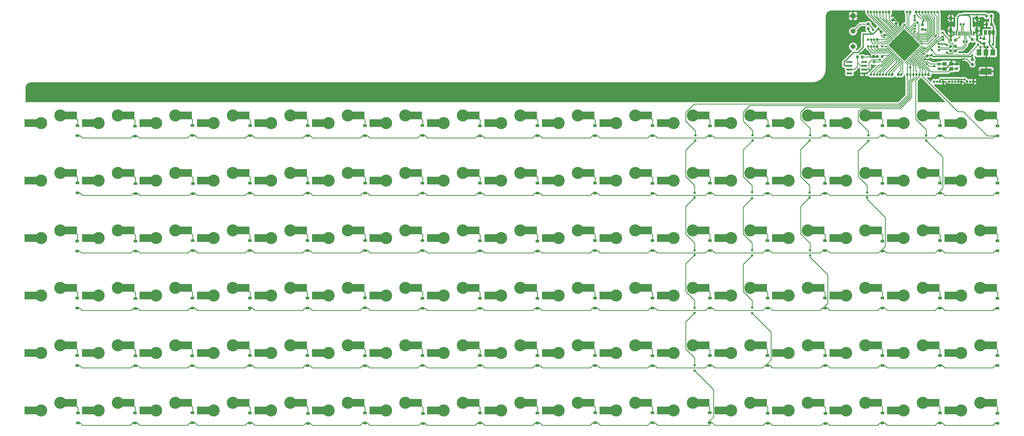
<source format=gbl>
G04 #@! TF.GenerationSoftware,KiCad,Pcbnew,(5.1.4)-1*
G04 #@! TF.CreationDate,2021-09-14T20:53:01-03:00*
G04 #@! TF.ProjectId,keyboard-pcb,6b657962-6f61-4726-942d-7063622e6b69,rev?*
G04 #@! TF.SameCoordinates,Original*
G04 #@! TF.FileFunction,Copper,L2,Bot*
G04 #@! TF.FilePolarity,Positive*
%FSLAX46Y46*%
G04 Gerber Fmt 4.6, Leading zero omitted, Abs format (unit mm)*
G04 Created by KiCad (PCBNEW (5.1.4)-1) date 2021-09-14 20:53:01*
%MOMM*%
%LPD*%
G04 APERTURE LIST*
%ADD10C,0.100000*%
%ADD11C,0.875000*%
%ADD12R,4.500000X2.500000*%
%ADD13C,0.800000*%
%ADD14C,4.000000*%
%ADD15O,0.850000X0.850000*%
%ADD16R,0.850000X0.850000*%
%ADD17R,0.600000X1.450000*%
%ADD18R,0.300000X1.450000*%
%ADD19O,1.000000X2.100000*%
%ADD20O,1.000000X1.600000*%
%ADD21C,0.179289*%
%ADD22C,0.250000*%
%ADD23C,7.500000*%
%ADD24R,1.400000X1.200000*%
%ADD25C,0.600000*%
%ADD26R,1.500000X2.000000*%
%ADD27R,3.800000X2.000000*%
%ADD28C,1.650000*%
%ADD29R,1.650000X1.650000*%
%ADD30C,0.400000*%
%ADD31R,1.000000X1.500000*%
%ADD32R,1.200000X0.900000*%
%ADD33C,0.381000*%
%ADD34C,0.254000*%
%ADD35C,0.200000*%
G04 APERTURE END LIST*
D10*
G36*
X362088000Y-68661000D02*
G01*
X361588000Y-68661000D01*
X361588000Y-69261000D01*
X362088000Y-69261000D01*
X362088000Y-68661000D01*
G37*
G36*
X360437491Y-63026053D02*
G01*
X360458726Y-63029203D01*
X360479550Y-63034419D01*
X360499762Y-63041651D01*
X360519168Y-63050830D01*
X360537581Y-63061866D01*
X360554824Y-63074654D01*
X360570730Y-63089070D01*
X360585146Y-63104976D01*
X360597934Y-63122219D01*
X360608970Y-63140632D01*
X360618149Y-63160038D01*
X360625381Y-63180250D01*
X360630597Y-63201074D01*
X360633747Y-63222309D01*
X360634800Y-63243750D01*
X360634800Y-63756250D01*
X360633747Y-63777691D01*
X360630597Y-63798926D01*
X360625381Y-63819750D01*
X360618149Y-63839962D01*
X360608970Y-63859368D01*
X360597934Y-63877781D01*
X360585146Y-63895024D01*
X360570730Y-63910930D01*
X360554824Y-63925346D01*
X360537581Y-63938134D01*
X360519168Y-63949170D01*
X360499762Y-63958349D01*
X360479550Y-63965581D01*
X360458726Y-63970797D01*
X360437491Y-63973947D01*
X360416050Y-63975000D01*
X359978550Y-63975000D01*
X359957109Y-63973947D01*
X359935874Y-63970797D01*
X359915050Y-63965581D01*
X359894838Y-63958349D01*
X359875432Y-63949170D01*
X359857019Y-63938134D01*
X359839776Y-63925346D01*
X359823870Y-63910930D01*
X359809454Y-63895024D01*
X359796666Y-63877781D01*
X359785630Y-63859368D01*
X359776451Y-63839962D01*
X359769219Y-63819750D01*
X359764003Y-63798926D01*
X359760853Y-63777691D01*
X359759800Y-63756250D01*
X359759800Y-63243750D01*
X359760853Y-63222309D01*
X359764003Y-63201074D01*
X359769219Y-63180250D01*
X359776451Y-63160038D01*
X359785630Y-63140632D01*
X359796666Y-63122219D01*
X359809454Y-63104976D01*
X359823870Y-63089070D01*
X359839776Y-63074654D01*
X359857019Y-63061866D01*
X359875432Y-63050830D01*
X359894838Y-63041651D01*
X359915050Y-63034419D01*
X359935874Y-63029203D01*
X359957109Y-63026053D01*
X359978550Y-63025000D01*
X360416050Y-63025000D01*
X360437491Y-63026053D01*
X360437491Y-63026053D01*
G37*
D11*
X360197300Y-63500000D03*
D10*
G36*
X362012491Y-63026053D02*
G01*
X362033726Y-63029203D01*
X362054550Y-63034419D01*
X362074762Y-63041651D01*
X362094168Y-63050830D01*
X362112581Y-63061866D01*
X362129824Y-63074654D01*
X362145730Y-63089070D01*
X362160146Y-63104976D01*
X362172934Y-63122219D01*
X362183970Y-63140632D01*
X362193149Y-63160038D01*
X362200381Y-63180250D01*
X362205597Y-63201074D01*
X362208747Y-63222309D01*
X362209800Y-63243750D01*
X362209800Y-63756250D01*
X362208747Y-63777691D01*
X362205597Y-63798926D01*
X362200381Y-63819750D01*
X362193149Y-63839962D01*
X362183970Y-63859368D01*
X362172934Y-63877781D01*
X362160146Y-63895024D01*
X362145730Y-63910930D01*
X362129824Y-63925346D01*
X362112581Y-63938134D01*
X362094168Y-63949170D01*
X362074762Y-63958349D01*
X362054550Y-63965581D01*
X362033726Y-63970797D01*
X362012491Y-63973947D01*
X361991050Y-63975000D01*
X361553550Y-63975000D01*
X361532109Y-63973947D01*
X361510874Y-63970797D01*
X361490050Y-63965581D01*
X361469838Y-63958349D01*
X361450432Y-63949170D01*
X361432019Y-63938134D01*
X361414776Y-63925346D01*
X361398870Y-63910930D01*
X361384454Y-63895024D01*
X361371666Y-63877781D01*
X361360630Y-63859368D01*
X361351451Y-63839962D01*
X361344219Y-63819750D01*
X361339003Y-63798926D01*
X361335853Y-63777691D01*
X361334800Y-63756250D01*
X361334800Y-63243750D01*
X361335853Y-63222309D01*
X361339003Y-63201074D01*
X361344219Y-63180250D01*
X361351451Y-63160038D01*
X361360630Y-63140632D01*
X361371666Y-63122219D01*
X361384454Y-63104976D01*
X361398870Y-63089070D01*
X361414776Y-63074654D01*
X361432019Y-63061866D01*
X361450432Y-63050830D01*
X361469838Y-63041651D01*
X361490050Y-63034419D01*
X361510874Y-63029203D01*
X361532109Y-63026053D01*
X361553550Y-63025000D01*
X361991050Y-63025000D01*
X362012491Y-63026053D01*
X362012491Y-63026053D01*
G37*
D11*
X361772300Y-63500000D03*
D12*
X342392000Y-115570000D03*
X329465000Y-118110000D03*
D13*
X344170000Y-116332000D03*
X327660000Y-118872000D03*
X344170000Y-114808000D03*
X327660000Y-117348000D03*
D14*
X332740000Y-118110000D03*
X339090000Y-115570000D03*
D15*
X320977000Y-73660000D03*
X321977000Y-73660000D03*
X322977000Y-73660000D03*
D16*
X323977000Y-73660000D03*
D15*
X320977000Y-71374000D03*
X321977000Y-71374000D03*
X322977000Y-71374000D03*
D16*
X323977000Y-71374000D03*
D15*
X333899000Y-62230000D03*
D16*
X334899000Y-62230000D03*
D15*
X345821000Y-70374000D03*
D16*
X345821000Y-71374000D03*
X322961000Y-78740000D03*
D15*
X331962000Y-82931000D03*
D16*
X330962000Y-82931000D03*
D17*
X355929000Y-69323000D03*
X355129000Y-69323000D03*
X350229000Y-69323000D03*
X349429000Y-69323000D03*
X349429000Y-69323000D03*
X350229000Y-69323000D03*
X355129000Y-69323000D03*
X355929000Y-69323000D03*
D18*
X350929000Y-69323000D03*
X351429000Y-69323000D03*
X351929000Y-69323000D03*
X352929000Y-69323000D03*
X353429000Y-69323000D03*
X353929000Y-69323000D03*
X354429000Y-69323000D03*
X352429000Y-69323000D03*
D19*
X356999000Y-68408000D03*
X348359000Y-68408000D03*
D20*
X348359000Y-64228000D03*
X356999000Y-64228000D03*
D21*
X332525542Y-67380241D03*
D10*
G36*
X332127794Y-67159270D02*
G01*
X332304571Y-66982493D01*
X332852579Y-67530501D01*
X332852579Y-67671923D01*
X332746513Y-67777989D01*
X332127794Y-67159270D01*
X332127794Y-67159270D01*
G37*
G36*
X331957143Y-67362236D02*
G01*
X331963210Y-67363136D01*
X331969160Y-67364626D01*
X331974935Y-67366693D01*
X331980479Y-67369315D01*
X331985740Y-67372468D01*
X331990667Y-67376122D01*
X331995211Y-67380241D01*
X332525541Y-67910571D01*
X332529660Y-67915115D01*
X332533314Y-67920042D01*
X332536467Y-67925303D01*
X332539089Y-67930847D01*
X332541156Y-67936622D01*
X332542646Y-67942572D01*
X332543546Y-67948639D01*
X332543847Y-67954765D01*
X332543546Y-67960891D01*
X332542646Y-67966958D01*
X332541156Y-67972908D01*
X332539089Y-67978683D01*
X332536467Y-67984227D01*
X332533314Y-67989488D01*
X332529660Y-67994415D01*
X332525541Y-67998959D01*
X332437153Y-68087347D01*
X332432609Y-68091466D01*
X332427682Y-68095120D01*
X332422421Y-68098273D01*
X332416877Y-68100895D01*
X332411102Y-68102962D01*
X332405152Y-68104452D01*
X332399085Y-68105352D01*
X332392959Y-68105653D01*
X332386833Y-68105352D01*
X332380766Y-68104452D01*
X332374816Y-68102962D01*
X332369041Y-68100895D01*
X332363497Y-68098273D01*
X332358236Y-68095120D01*
X332353309Y-68091466D01*
X332348765Y-68087347D01*
X331818435Y-67557017D01*
X331814316Y-67552473D01*
X331810662Y-67547546D01*
X331807509Y-67542285D01*
X331804887Y-67536741D01*
X331802820Y-67530966D01*
X331801330Y-67525016D01*
X331800430Y-67518949D01*
X331800129Y-67512823D01*
X331800430Y-67506697D01*
X331801330Y-67500630D01*
X331802820Y-67494680D01*
X331804887Y-67488905D01*
X331807509Y-67483361D01*
X331810662Y-67478100D01*
X331814316Y-67473173D01*
X331818435Y-67468629D01*
X331906823Y-67380241D01*
X331911367Y-67376122D01*
X331916294Y-67372468D01*
X331921555Y-67369315D01*
X331927099Y-67366693D01*
X331932874Y-67364626D01*
X331938824Y-67363136D01*
X331944891Y-67362236D01*
X331951017Y-67361935D01*
X331957143Y-67362236D01*
X331957143Y-67362236D01*
G37*
D22*
X332171988Y-67733794D03*
D10*
G36*
X331603590Y-67715790D02*
G01*
X331609657Y-67716690D01*
X331615607Y-67718180D01*
X331621382Y-67720247D01*
X331626926Y-67722869D01*
X331632187Y-67726022D01*
X331637114Y-67729676D01*
X331641658Y-67733795D01*
X332171988Y-68264125D01*
X332176107Y-68268669D01*
X332179761Y-68273596D01*
X332182914Y-68278857D01*
X332185536Y-68284401D01*
X332187603Y-68290176D01*
X332189093Y-68296126D01*
X332189993Y-68302193D01*
X332190294Y-68308319D01*
X332189993Y-68314445D01*
X332189093Y-68320512D01*
X332187603Y-68326462D01*
X332185536Y-68332237D01*
X332182914Y-68337781D01*
X332179761Y-68343042D01*
X332176107Y-68347969D01*
X332171988Y-68352513D01*
X332083600Y-68440901D01*
X332079056Y-68445020D01*
X332074129Y-68448674D01*
X332068868Y-68451827D01*
X332063324Y-68454449D01*
X332057549Y-68456516D01*
X332051599Y-68458006D01*
X332045532Y-68458906D01*
X332039406Y-68459207D01*
X332033280Y-68458906D01*
X332027213Y-68458006D01*
X332021263Y-68456516D01*
X332015488Y-68454449D01*
X332009944Y-68451827D01*
X332004683Y-68448674D01*
X331999756Y-68445020D01*
X331995212Y-68440901D01*
X331464882Y-67910571D01*
X331460763Y-67906027D01*
X331457109Y-67901100D01*
X331453956Y-67895839D01*
X331451334Y-67890295D01*
X331449267Y-67884520D01*
X331447777Y-67878570D01*
X331446877Y-67872503D01*
X331446576Y-67866377D01*
X331446877Y-67860251D01*
X331447777Y-67854184D01*
X331449267Y-67848234D01*
X331451334Y-67842459D01*
X331453956Y-67836915D01*
X331457109Y-67831654D01*
X331460763Y-67826727D01*
X331464882Y-67822183D01*
X331553270Y-67733795D01*
X331557814Y-67729676D01*
X331562741Y-67726022D01*
X331568002Y-67722869D01*
X331573546Y-67720247D01*
X331579321Y-67718180D01*
X331585271Y-67716690D01*
X331591338Y-67715790D01*
X331597464Y-67715489D01*
X331603590Y-67715790D01*
X331603590Y-67715790D01*
G37*
D22*
X331818435Y-68087348D03*
D10*
G36*
X331250037Y-68069343D02*
G01*
X331256104Y-68070243D01*
X331262054Y-68071733D01*
X331267829Y-68073800D01*
X331273373Y-68076422D01*
X331278634Y-68079575D01*
X331283561Y-68083229D01*
X331288105Y-68087348D01*
X331818435Y-68617678D01*
X331822554Y-68622222D01*
X331826208Y-68627149D01*
X331829361Y-68632410D01*
X331831983Y-68637954D01*
X331834050Y-68643729D01*
X331835540Y-68649679D01*
X331836440Y-68655746D01*
X331836741Y-68661872D01*
X331836440Y-68667998D01*
X331835540Y-68674065D01*
X331834050Y-68680015D01*
X331831983Y-68685790D01*
X331829361Y-68691334D01*
X331826208Y-68696595D01*
X331822554Y-68701522D01*
X331818435Y-68706066D01*
X331730047Y-68794454D01*
X331725503Y-68798573D01*
X331720576Y-68802227D01*
X331715315Y-68805380D01*
X331709771Y-68808002D01*
X331703996Y-68810069D01*
X331698046Y-68811559D01*
X331691979Y-68812459D01*
X331685853Y-68812760D01*
X331679727Y-68812459D01*
X331673660Y-68811559D01*
X331667710Y-68810069D01*
X331661935Y-68808002D01*
X331656391Y-68805380D01*
X331651130Y-68802227D01*
X331646203Y-68798573D01*
X331641659Y-68794454D01*
X331111329Y-68264124D01*
X331107210Y-68259580D01*
X331103556Y-68254653D01*
X331100403Y-68249392D01*
X331097781Y-68243848D01*
X331095714Y-68238073D01*
X331094224Y-68232123D01*
X331093324Y-68226056D01*
X331093023Y-68219930D01*
X331093324Y-68213804D01*
X331094224Y-68207737D01*
X331095714Y-68201787D01*
X331097781Y-68196012D01*
X331100403Y-68190468D01*
X331103556Y-68185207D01*
X331107210Y-68180280D01*
X331111329Y-68175736D01*
X331199717Y-68087348D01*
X331204261Y-68083229D01*
X331209188Y-68079575D01*
X331214449Y-68076422D01*
X331219993Y-68073800D01*
X331225768Y-68071733D01*
X331231718Y-68070243D01*
X331237785Y-68069343D01*
X331243911Y-68069042D01*
X331250037Y-68069343D01*
X331250037Y-68069343D01*
G37*
D22*
X331464882Y-68440901D03*
D10*
G36*
X330896483Y-68422896D02*
G01*
X330902550Y-68423796D01*
X330908500Y-68425286D01*
X330914275Y-68427353D01*
X330919819Y-68429975D01*
X330925080Y-68433128D01*
X330930007Y-68436782D01*
X330934551Y-68440901D01*
X331464881Y-68971231D01*
X331469000Y-68975775D01*
X331472654Y-68980702D01*
X331475807Y-68985963D01*
X331478429Y-68991507D01*
X331480496Y-68997282D01*
X331481986Y-69003232D01*
X331482886Y-69009299D01*
X331483187Y-69015425D01*
X331482886Y-69021551D01*
X331481986Y-69027618D01*
X331480496Y-69033568D01*
X331478429Y-69039343D01*
X331475807Y-69044887D01*
X331472654Y-69050148D01*
X331469000Y-69055075D01*
X331464881Y-69059619D01*
X331376493Y-69148007D01*
X331371949Y-69152126D01*
X331367022Y-69155780D01*
X331361761Y-69158933D01*
X331356217Y-69161555D01*
X331350442Y-69163622D01*
X331344492Y-69165112D01*
X331338425Y-69166012D01*
X331332299Y-69166313D01*
X331326173Y-69166012D01*
X331320106Y-69165112D01*
X331314156Y-69163622D01*
X331308381Y-69161555D01*
X331302837Y-69158933D01*
X331297576Y-69155780D01*
X331292649Y-69152126D01*
X331288105Y-69148007D01*
X330757775Y-68617677D01*
X330753656Y-68613133D01*
X330750002Y-68608206D01*
X330746849Y-68602945D01*
X330744227Y-68597401D01*
X330742160Y-68591626D01*
X330740670Y-68585676D01*
X330739770Y-68579609D01*
X330739469Y-68573483D01*
X330739770Y-68567357D01*
X330740670Y-68561290D01*
X330742160Y-68555340D01*
X330744227Y-68549565D01*
X330746849Y-68544021D01*
X330750002Y-68538760D01*
X330753656Y-68533833D01*
X330757775Y-68529289D01*
X330846163Y-68440901D01*
X330850707Y-68436782D01*
X330855634Y-68433128D01*
X330860895Y-68429975D01*
X330866439Y-68427353D01*
X330872214Y-68425286D01*
X330878164Y-68423796D01*
X330884231Y-68422896D01*
X330890357Y-68422595D01*
X330896483Y-68422896D01*
X330896483Y-68422896D01*
G37*
D22*
X331111328Y-68794454D03*
D10*
G36*
X330542930Y-68776450D02*
G01*
X330548997Y-68777350D01*
X330554947Y-68778840D01*
X330560722Y-68780907D01*
X330566266Y-68783529D01*
X330571527Y-68786682D01*
X330576454Y-68790336D01*
X330580998Y-68794455D01*
X331111328Y-69324785D01*
X331115447Y-69329329D01*
X331119101Y-69334256D01*
X331122254Y-69339517D01*
X331124876Y-69345061D01*
X331126943Y-69350836D01*
X331128433Y-69356786D01*
X331129333Y-69362853D01*
X331129634Y-69368979D01*
X331129333Y-69375105D01*
X331128433Y-69381172D01*
X331126943Y-69387122D01*
X331124876Y-69392897D01*
X331122254Y-69398441D01*
X331119101Y-69403702D01*
X331115447Y-69408629D01*
X331111328Y-69413173D01*
X331022940Y-69501561D01*
X331018396Y-69505680D01*
X331013469Y-69509334D01*
X331008208Y-69512487D01*
X331002664Y-69515109D01*
X330996889Y-69517176D01*
X330990939Y-69518666D01*
X330984872Y-69519566D01*
X330978746Y-69519867D01*
X330972620Y-69519566D01*
X330966553Y-69518666D01*
X330960603Y-69517176D01*
X330954828Y-69515109D01*
X330949284Y-69512487D01*
X330944023Y-69509334D01*
X330939096Y-69505680D01*
X330934552Y-69501561D01*
X330404222Y-68971231D01*
X330400103Y-68966687D01*
X330396449Y-68961760D01*
X330393296Y-68956499D01*
X330390674Y-68950955D01*
X330388607Y-68945180D01*
X330387117Y-68939230D01*
X330386217Y-68933163D01*
X330385916Y-68927037D01*
X330386217Y-68920911D01*
X330387117Y-68914844D01*
X330388607Y-68908894D01*
X330390674Y-68903119D01*
X330393296Y-68897575D01*
X330396449Y-68892314D01*
X330400103Y-68887387D01*
X330404222Y-68882843D01*
X330492610Y-68794455D01*
X330497154Y-68790336D01*
X330502081Y-68786682D01*
X330507342Y-68783529D01*
X330512886Y-68780907D01*
X330518661Y-68778840D01*
X330524611Y-68777350D01*
X330530678Y-68776450D01*
X330536804Y-68776149D01*
X330542930Y-68776450D01*
X330542930Y-68776450D01*
G37*
D22*
X330757775Y-69148008D03*
D10*
G36*
X330189376Y-69130003D02*
G01*
X330195443Y-69130903D01*
X330201393Y-69132393D01*
X330207168Y-69134460D01*
X330212712Y-69137082D01*
X330217973Y-69140235D01*
X330222900Y-69143889D01*
X330227444Y-69148008D01*
X330757774Y-69678338D01*
X330761893Y-69682882D01*
X330765547Y-69687809D01*
X330768700Y-69693070D01*
X330771322Y-69698614D01*
X330773389Y-69704389D01*
X330774879Y-69710339D01*
X330775779Y-69716406D01*
X330776080Y-69722532D01*
X330775779Y-69728658D01*
X330774879Y-69734725D01*
X330773389Y-69740675D01*
X330771322Y-69746450D01*
X330768700Y-69751994D01*
X330765547Y-69757255D01*
X330761893Y-69762182D01*
X330757774Y-69766726D01*
X330669386Y-69855114D01*
X330664842Y-69859233D01*
X330659915Y-69862887D01*
X330654654Y-69866040D01*
X330649110Y-69868662D01*
X330643335Y-69870729D01*
X330637385Y-69872219D01*
X330631318Y-69873119D01*
X330625192Y-69873420D01*
X330619066Y-69873119D01*
X330612999Y-69872219D01*
X330607049Y-69870729D01*
X330601274Y-69868662D01*
X330595730Y-69866040D01*
X330590469Y-69862887D01*
X330585542Y-69859233D01*
X330580998Y-69855114D01*
X330050668Y-69324784D01*
X330046549Y-69320240D01*
X330042895Y-69315313D01*
X330039742Y-69310052D01*
X330037120Y-69304508D01*
X330035053Y-69298733D01*
X330033563Y-69292783D01*
X330032663Y-69286716D01*
X330032362Y-69280590D01*
X330032663Y-69274464D01*
X330033563Y-69268397D01*
X330035053Y-69262447D01*
X330037120Y-69256672D01*
X330039742Y-69251128D01*
X330042895Y-69245867D01*
X330046549Y-69240940D01*
X330050668Y-69236396D01*
X330139056Y-69148008D01*
X330143600Y-69143889D01*
X330148527Y-69140235D01*
X330153788Y-69137082D01*
X330159332Y-69134460D01*
X330165107Y-69132393D01*
X330171057Y-69130903D01*
X330177124Y-69130003D01*
X330183250Y-69129702D01*
X330189376Y-69130003D01*
X330189376Y-69130003D01*
G37*
D22*
X330404221Y-69501561D03*
D10*
G36*
X329835823Y-69483557D02*
G01*
X329841890Y-69484457D01*
X329847840Y-69485947D01*
X329853615Y-69488014D01*
X329859159Y-69490636D01*
X329864420Y-69493789D01*
X329869347Y-69497443D01*
X329873891Y-69501562D01*
X330404221Y-70031892D01*
X330408340Y-70036436D01*
X330411994Y-70041363D01*
X330415147Y-70046624D01*
X330417769Y-70052168D01*
X330419836Y-70057943D01*
X330421326Y-70063893D01*
X330422226Y-70069960D01*
X330422527Y-70076086D01*
X330422226Y-70082212D01*
X330421326Y-70088279D01*
X330419836Y-70094229D01*
X330417769Y-70100004D01*
X330415147Y-70105548D01*
X330411994Y-70110809D01*
X330408340Y-70115736D01*
X330404221Y-70120280D01*
X330315833Y-70208668D01*
X330311289Y-70212787D01*
X330306362Y-70216441D01*
X330301101Y-70219594D01*
X330295557Y-70222216D01*
X330289782Y-70224283D01*
X330283832Y-70225773D01*
X330277765Y-70226673D01*
X330271639Y-70226974D01*
X330265513Y-70226673D01*
X330259446Y-70225773D01*
X330253496Y-70224283D01*
X330247721Y-70222216D01*
X330242177Y-70219594D01*
X330236916Y-70216441D01*
X330231989Y-70212787D01*
X330227445Y-70208668D01*
X329697115Y-69678338D01*
X329692996Y-69673794D01*
X329689342Y-69668867D01*
X329686189Y-69663606D01*
X329683567Y-69658062D01*
X329681500Y-69652287D01*
X329680010Y-69646337D01*
X329679110Y-69640270D01*
X329678809Y-69634144D01*
X329679110Y-69628018D01*
X329680010Y-69621951D01*
X329681500Y-69616001D01*
X329683567Y-69610226D01*
X329686189Y-69604682D01*
X329689342Y-69599421D01*
X329692996Y-69594494D01*
X329697115Y-69589950D01*
X329785503Y-69501562D01*
X329790047Y-69497443D01*
X329794974Y-69493789D01*
X329800235Y-69490636D01*
X329805779Y-69488014D01*
X329811554Y-69485947D01*
X329817504Y-69484457D01*
X329823571Y-69483557D01*
X329829697Y-69483256D01*
X329835823Y-69483557D01*
X329835823Y-69483557D01*
G37*
D22*
X330050668Y-69855115D03*
D10*
G36*
X329482270Y-69837110D02*
G01*
X329488337Y-69838010D01*
X329494287Y-69839500D01*
X329500062Y-69841567D01*
X329505606Y-69844189D01*
X329510867Y-69847342D01*
X329515794Y-69850996D01*
X329520338Y-69855115D01*
X330050668Y-70385445D01*
X330054787Y-70389989D01*
X330058441Y-70394916D01*
X330061594Y-70400177D01*
X330064216Y-70405721D01*
X330066283Y-70411496D01*
X330067773Y-70417446D01*
X330068673Y-70423513D01*
X330068974Y-70429639D01*
X330068673Y-70435765D01*
X330067773Y-70441832D01*
X330066283Y-70447782D01*
X330064216Y-70453557D01*
X330061594Y-70459101D01*
X330058441Y-70464362D01*
X330054787Y-70469289D01*
X330050668Y-70473833D01*
X329962280Y-70562221D01*
X329957736Y-70566340D01*
X329952809Y-70569994D01*
X329947548Y-70573147D01*
X329942004Y-70575769D01*
X329936229Y-70577836D01*
X329930279Y-70579326D01*
X329924212Y-70580226D01*
X329918086Y-70580527D01*
X329911960Y-70580226D01*
X329905893Y-70579326D01*
X329899943Y-70577836D01*
X329894168Y-70575769D01*
X329888624Y-70573147D01*
X329883363Y-70569994D01*
X329878436Y-70566340D01*
X329873892Y-70562221D01*
X329343562Y-70031891D01*
X329339443Y-70027347D01*
X329335789Y-70022420D01*
X329332636Y-70017159D01*
X329330014Y-70011615D01*
X329327947Y-70005840D01*
X329326457Y-69999890D01*
X329325557Y-69993823D01*
X329325256Y-69987697D01*
X329325557Y-69981571D01*
X329326457Y-69975504D01*
X329327947Y-69969554D01*
X329330014Y-69963779D01*
X329332636Y-69958235D01*
X329335789Y-69952974D01*
X329339443Y-69948047D01*
X329343562Y-69943503D01*
X329431950Y-69855115D01*
X329436494Y-69850996D01*
X329441421Y-69847342D01*
X329446682Y-69844189D01*
X329452226Y-69841567D01*
X329458001Y-69839500D01*
X329463951Y-69838010D01*
X329470018Y-69837110D01*
X329476144Y-69836809D01*
X329482270Y-69837110D01*
X329482270Y-69837110D01*
G37*
D22*
X329697115Y-70208668D03*
D10*
G36*
X329128716Y-70190663D02*
G01*
X329134783Y-70191563D01*
X329140733Y-70193053D01*
X329146508Y-70195120D01*
X329152052Y-70197742D01*
X329157313Y-70200895D01*
X329162240Y-70204549D01*
X329166784Y-70208668D01*
X329697114Y-70738998D01*
X329701233Y-70743542D01*
X329704887Y-70748469D01*
X329708040Y-70753730D01*
X329710662Y-70759274D01*
X329712729Y-70765049D01*
X329714219Y-70770999D01*
X329715119Y-70777066D01*
X329715420Y-70783192D01*
X329715119Y-70789318D01*
X329714219Y-70795385D01*
X329712729Y-70801335D01*
X329710662Y-70807110D01*
X329708040Y-70812654D01*
X329704887Y-70817915D01*
X329701233Y-70822842D01*
X329697114Y-70827386D01*
X329608726Y-70915774D01*
X329604182Y-70919893D01*
X329599255Y-70923547D01*
X329593994Y-70926700D01*
X329588450Y-70929322D01*
X329582675Y-70931389D01*
X329576725Y-70932879D01*
X329570658Y-70933779D01*
X329564532Y-70934080D01*
X329558406Y-70933779D01*
X329552339Y-70932879D01*
X329546389Y-70931389D01*
X329540614Y-70929322D01*
X329535070Y-70926700D01*
X329529809Y-70923547D01*
X329524882Y-70919893D01*
X329520338Y-70915774D01*
X328990008Y-70385444D01*
X328985889Y-70380900D01*
X328982235Y-70375973D01*
X328979082Y-70370712D01*
X328976460Y-70365168D01*
X328974393Y-70359393D01*
X328972903Y-70353443D01*
X328972003Y-70347376D01*
X328971702Y-70341250D01*
X328972003Y-70335124D01*
X328972903Y-70329057D01*
X328974393Y-70323107D01*
X328976460Y-70317332D01*
X328979082Y-70311788D01*
X328982235Y-70306527D01*
X328985889Y-70301600D01*
X328990008Y-70297056D01*
X329078396Y-70208668D01*
X329082940Y-70204549D01*
X329087867Y-70200895D01*
X329093128Y-70197742D01*
X329098672Y-70195120D01*
X329104447Y-70193053D01*
X329110397Y-70191563D01*
X329116464Y-70190663D01*
X329122590Y-70190362D01*
X329128716Y-70190663D01*
X329128716Y-70190663D01*
G37*
D22*
X329343561Y-70562221D03*
D10*
G36*
X328775163Y-70544217D02*
G01*
X328781230Y-70545117D01*
X328787180Y-70546607D01*
X328792955Y-70548674D01*
X328798499Y-70551296D01*
X328803760Y-70554449D01*
X328808687Y-70558103D01*
X328813231Y-70562222D01*
X329343561Y-71092552D01*
X329347680Y-71097096D01*
X329351334Y-71102023D01*
X329354487Y-71107284D01*
X329357109Y-71112828D01*
X329359176Y-71118603D01*
X329360666Y-71124553D01*
X329361566Y-71130620D01*
X329361867Y-71136746D01*
X329361566Y-71142872D01*
X329360666Y-71148939D01*
X329359176Y-71154889D01*
X329357109Y-71160664D01*
X329354487Y-71166208D01*
X329351334Y-71171469D01*
X329347680Y-71176396D01*
X329343561Y-71180940D01*
X329255173Y-71269328D01*
X329250629Y-71273447D01*
X329245702Y-71277101D01*
X329240441Y-71280254D01*
X329234897Y-71282876D01*
X329229122Y-71284943D01*
X329223172Y-71286433D01*
X329217105Y-71287333D01*
X329210979Y-71287634D01*
X329204853Y-71287333D01*
X329198786Y-71286433D01*
X329192836Y-71284943D01*
X329187061Y-71282876D01*
X329181517Y-71280254D01*
X329176256Y-71277101D01*
X329171329Y-71273447D01*
X329166785Y-71269328D01*
X328636455Y-70738998D01*
X328632336Y-70734454D01*
X328628682Y-70729527D01*
X328625529Y-70724266D01*
X328622907Y-70718722D01*
X328620840Y-70712947D01*
X328619350Y-70706997D01*
X328618450Y-70700930D01*
X328618149Y-70694804D01*
X328618450Y-70688678D01*
X328619350Y-70682611D01*
X328620840Y-70676661D01*
X328622907Y-70670886D01*
X328625529Y-70665342D01*
X328628682Y-70660081D01*
X328632336Y-70655154D01*
X328636455Y-70650610D01*
X328724843Y-70562222D01*
X328729387Y-70558103D01*
X328734314Y-70554449D01*
X328739575Y-70551296D01*
X328745119Y-70548674D01*
X328750894Y-70546607D01*
X328756844Y-70545117D01*
X328762911Y-70544217D01*
X328769037Y-70543916D01*
X328775163Y-70544217D01*
X328775163Y-70544217D01*
G37*
D22*
X328990008Y-70915775D03*
D10*
G36*
X328421609Y-70897770D02*
G01*
X328427676Y-70898670D01*
X328433626Y-70900160D01*
X328439401Y-70902227D01*
X328444945Y-70904849D01*
X328450206Y-70908002D01*
X328455133Y-70911656D01*
X328459677Y-70915775D01*
X328990007Y-71446105D01*
X328994126Y-71450649D01*
X328997780Y-71455576D01*
X329000933Y-71460837D01*
X329003555Y-71466381D01*
X329005622Y-71472156D01*
X329007112Y-71478106D01*
X329008012Y-71484173D01*
X329008313Y-71490299D01*
X329008012Y-71496425D01*
X329007112Y-71502492D01*
X329005622Y-71508442D01*
X329003555Y-71514217D01*
X329000933Y-71519761D01*
X328997780Y-71525022D01*
X328994126Y-71529949D01*
X328990007Y-71534493D01*
X328901619Y-71622881D01*
X328897075Y-71627000D01*
X328892148Y-71630654D01*
X328886887Y-71633807D01*
X328881343Y-71636429D01*
X328875568Y-71638496D01*
X328869618Y-71639986D01*
X328863551Y-71640886D01*
X328857425Y-71641187D01*
X328851299Y-71640886D01*
X328845232Y-71639986D01*
X328839282Y-71638496D01*
X328833507Y-71636429D01*
X328827963Y-71633807D01*
X328822702Y-71630654D01*
X328817775Y-71627000D01*
X328813231Y-71622881D01*
X328282901Y-71092551D01*
X328278782Y-71088007D01*
X328275128Y-71083080D01*
X328271975Y-71077819D01*
X328269353Y-71072275D01*
X328267286Y-71066500D01*
X328265796Y-71060550D01*
X328264896Y-71054483D01*
X328264595Y-71048357D01*
X328264896Y-71042231D01*
X328265796Y-71036164D01*
X328267286Y-71030214D01*
X328269353Y-71024439D01*
X328271975Y-71018895D01*
X328275128Y-71013634D01*
X328278782Y-71008707D01*
X328282901Y-71004163D01*
X328371289Y-70915775D01*
X328375833Y-70911656D01*
X328380760Y-70908002D01*
X328386021Y-70904849D01*
X328391565Y-70902227D01*
X328397340Y-70900160D01*
X328403290Y-70898670D01*
X328409357Y-70897770D01*
X328415483Y-70897469D01*
X328421609Y-70897770D01*
X328421609Y-70897770D01*
G37*
D22*
X328636454Y-71269328D03*
D10*
G36*
X328068056Y-71251324D02*
G01*
X328074123Y-71252224D01*
X328080073Y-71253714D01*
X328085848Y-71255781D01*
X328091392Y-71258403D01*
X328096653Y-71261556D01*
X328101580Y-71265210D01*
X328106124Y-71269329D01*
X328636454Y-71799659D01*
X328640573Y-71804203D01*
X328644227Y-71809130D01*
X328647380Y-71814391D01*
X328650002Y-71819935D01*
X328652069Y-71825710D01*
X328653559Y-71831660D01*
X328654459Y-71837727D01*
X328654760Y-71843853D01*
X328654459Y-71849979D01*
X328653559Y-71856046D01*
X328652069Y-71861996D01*
X328650002Y-71867771D01*
X328647380Y-71873315D01*
X328644227Y-71878576D01*
X328640573Y-71883503D01*
X328636454Y-71888047D01*
X328548066Y-71976435D01*
X328543522Y-71980554D01*
X328538595Y-71984208D01*
X328533334Y-71987361D01*
X328527790Y-71989983D01*
X328522015Y-71992050D01*
X328516065Y-71993540D01*
X328509998Y-71994440D01*
X328503872Y-71994741D01*
X328497746Y-71994440D01*
X328491679Y-71993540D01*
X328485729Y-71992050D01*
X328479954Y-71989983D01*
X328474410Y-71987361D01*
X328469149Y-71984208D01*
X328464222Y-71980554D01*
X328459678Y-71976435D01*
X327929348Y-71446105D01*
X327925229Y-71441561D01*
X327921575Y-71436634D01*
X327918422Y-71431373D01*
X327915800Y-71425829D01*
X327913733Y-71420054D01*
X327912243Y-71414104D01*
X327911343Y-71408037D01*
X327911042Y-71401911D01*
X327911343Y-71395785D01*
X327912243Y-71389718D01*
X327913733Y-71383768D01*
X327915800Y-71377993D01*
X327918422Y-71372449D01*
X327921575Y-71367188D01*
X327925229Y-71362261D01*
X327929348Y-71357717D01*
X328017736Y-71269329D01*
X328022280Y-71265210D01*
X328027207Y-71261556D01*
X328032468Y-71258403D01*
X328038012Y-71255781D01*
X328043787Y-71253714D01*
X328049737Y-71252224D01*
X328055804Y-71251324D01*
X328061930Y-71251023D01*
X328068056Y-71251324D01*
X328068056Y-71251324D01*
G37*
D22*
X328282901Y-71622882D03*
D10*
G36*
X327714503Y-71604877D02*
G01*
X327720570Y-71605777D01*
X327726520Y-71607267D01*
X327732295Y-71609334D01*
X327737839Y-71611956D01*
X327743100Y-71615109D01*
X327748027Y-71618763D01*
X327752571Y-71622882D01*
X328282901Y-72153212D01*
X328287020Y-72157756D01*
X328290674Y-72162683D01*
X328293827Y-72167944D01*
X328296449Y-72173488D01*
X328298516Y-72179263D01*
X328300006Y-72185213D01*
X328300906Y-72191280D01*
X328301207Y-72197406D01*
X328300906Y-72203532D01*
X328300006Y-72209599D01*
X328298516Y-72215549D01*
X328296449Y-72221324D01*
X328293827Y-72226868D01*
X328290674Y-72232129D01*
X328287020Y-72237056D01*
X328282901Y-72241600D01*
X328194513Y-72329988D01*
X328189969Y-72334107D01*
X328185042Y-72337761D01*
X328179781Y-72340914D01*
X328174237Y-72343536D01*
X328168462Y-72345603D01*
X328162512Y-72347093D01*
X328156445Y-72347993D01*
X328150319Y-72348294D01*
X328144193Y-72347993D01*
X328138126Y-72347093D01*
X328132176Y-72345603D01*
X328126401Y-72343536D01*
X328120857Y-72340914D01*
X328115596Y-72337761D01*
X328110669Y-72334107D01*
X328106125Y-72329988D01*
X327575795Y-71799658D01*
X327571676Y-71795114D01*
X327568022Y-71790187D01*
X327564869Y-71784926D01*
X327562247Y-71779382D01*
X327560180Y-71773607D01*
X327558690Y-71767657D01*
X327557790Y-71761590D01*
X327557489Y-71755464D01*
X327557790Y-71749338D01*
X327558690Y-71743271D01*
X327560180Y-71737321D01*
X327562247Y-71731546D01*
X327564869Y-71726002D01*
X327568022Y-71720741D01*
X327571676Y-71715814D01*
X327575795Y-71711270D01*
X327664183Y-71622882D01*
X327668727Y-71618763D01*
X327673654Y-71615109D01*
X327678915Y-71611956D01*
X327684459Y-71609334D01*
X327690234Y-71607267D01*
X327696184Y-71605777D01*
X327702251Y-71604877D01*
X327708377Y-71604576D01*
X327714503Y-71604877D01*
X327714503Y-71604877D01*
G37*
D22*
X327929348Y-71976435D03*
D10*
G36*
X327360949Y-71958430D02*
G01*
X327367016Y-71959330D01*
X327372966Y-71960820D01*
X327378741Y-71962887D01*
X327384285Y-71965509D01*
X327389546Y-71968662D01*
X327394473Y-71972316D01*
X327399017Y-71976435D01*
X327929347Y-72506765D01*
X327933466Y-72511309D01*
X327937120Y-72516236D01*
X327940273Y-72521497D01*
X327942895Y-72527041D01*
X327944962Y-72532816D01*
X327946452Y-72538766D01*
X327947352Y-72544833D01*
X327947653Y-72550959D01*
X327947352Y-72557085D01*
X327946452Y-72563152D01*
X327944962Y-72569102D01*
X327942895Y-72574877D01*
X327940273Y-72580421D01*
X327937120Y-72585682D01*
X327933466Y-72590609D01*
X327929347Y-72595153D01*
X327840959Y-72683541D01*
X327836415Y-72687660D01*
X327831488Y-72691314D01*
X327826227Y-72694467D01*
X327820683Y-72697089D01*
X327814908Y-72699156D01*
X327808958Y-72700646D01*
X327802891Y-72701546D01*
X327796765Y-72701847D01*
X327790639Y-72701546D01*
X327784572Y-72700646D01*
X327778622Y-72699156D01*
X327772847Y-72697089D01*
X327767303Y-72694467D01*
X327762042Y-72691314D01*
X327757115Y-72687660D01*
X327752571Y-72683541D01*
X327222241Y-72153211D01*
X327218122Y-72148667D01*
X327214468Y-72143740D01*
X327211315Y-72138479D01*
X327208693Y-72132935D01*
X327206626Y-72127160D01*
X327205136Y-72121210D01*
X327204236Y-72115143D01*
X327203935Y-72109017D01*
X327204236Y-72102891D01*
X327205136Y-72096824D01*
X327206626Y-72090874D01*
X327208693Y-72085099D01*
X327211315Y-72079555D01*
X327214468Y-72074294D01*
X327218122Y-72069367D01*
X327222241Y-72064823D01*
X327310629Y-71976435D01*
X327315173Y-71972316D01*
X327320100Y-71968662D01*
X327325361Y-71965509D01*
X327330905Y-71962887D01*
X327336680Y-71960820D01*
X327342630Y-71959330D01*
X327348697Y-71958430D01*
X327354823Y-71958129D01*
X327360949Y-71958430D01*
X327360949Y-71958430D01*
G37*
D22*
X327575794Y-72329988D03*
D21*
X327222241Y-72683542D03*
D10*
G36*
X327372501Y-73010579D02*
G01*
X326824493Y-72462571D01*
X327001270Y-72285794D01*
X327619989Y-72904513D01*
X327513923Y-73010579D01*
X327372501Y-73010579D01*
X327372501Y-73010579D01*
G37*
D21*
X327222241Y-73620458D03*
D10*
G36*
X326824493Y-73841429D02*
G01*
X327372501Y-73293421D01*
X327513923Y-73293421D01*
X327619989Y-73399487D01*
X327001270Y-74018206D01*
X326824493Y-73841429D01*
X326824493Y-73841429D01*
G37*
G36*
X327802891Y-73602454D02*
G01*
X327808958Y-73603354D01*
X327814908Y-73604844D01*
X327820683Y-73606911D01*
X327826227Y-73609533D01*
X327831488Y-73612686D01*
X327836415Y-73616340D01*
X327840959Y-73620459D01*
X327929347Y-73708847D01*
X327933466Y-73713391D01*
X327937120Y-73718318D01*
X327940273Y-73723579D01*
X327942895Y-73729123D01*
X327944962Y-73734898D01*
X327946452Y-73740848D01*
X327947352Y-73746915D01*
X327947653Y-73753041D01*
X327947352Y-73759167D01*
X327946452Y-73765234D01*
X327944962Y-73771184D01*
X327942895Y-73776959D01*
X327940273Y-73782503D01*
X327937120Y-73787764D01*
X327933466Y-73792691D01*
X327929347Y-73797235D01*
X327399017Y-74327565D01*
X327394473Y-74331684D01*
X327389546Y-74335338D01*
X327384285Y-74338491D01*
X327378741Y-74341113D01*
X327372966Y-74343180D01*
X327367016Y-74344670D01*
X327360949Y-74345570D01*
X327354823Y-74345871D01*
X327348697Y-74345570D01*
X327342630Y-74344670D01*
X327336680Y-74343180D01*
X327330905Y-74341113D01*
X327325361Y-74338491D01*
X327320100Y-74335338D01*
X327315173Y-74331684D01*
X327310629Y-74327565D01*
X327222241Y-74239177D01*
X327218122Y-74234633D01*
X327214468Y-74229706D01*
X327211315Y-74224445D01*
X327208693Y-74218901D01*
X327206626Y-74213126D01*
X327205136Y-74207176D01*
X327204236Y-74201109D01*
X327203935Y-74194983D01*
X327204236Y-74188857D01*
X327205136Y-74182790D01*
X327206626Y-74176840D01*
X327208693Y-74171065D01*
X327211315Y-74165521D01*
X327214468Y-74160260D01*
X327218122Y-74155333D01*
X327222241Y-74150789D01*
X327752571Y-73620459D01*
X327757115Y-73616340D01*
X327762042Y-73612686D01*
X327767303Y-73609533D01*
X327772847Y-73606911D01*
X327778622Y-73604844D01*
X327784572Y-73603354D01*
X327790639Y-73602454D01*
X327796765Y-73602153D01*
X327802891Y-73602454D01*
X327802891Y-73602454D01*
G37*
D22*
X327575794Y-73974012D03*
D10*
G36*
X328156445Y-73956007D02*
G01*
X328162512Y-73956907D01*
X328168462Y-73958397D01*
X328174237Y-73960464D01*
X328179781Y-73963086D01*
X328185042Y-73966239D01*
X328189969Y-73969893D01*
X328194513Y-73974012D01*
X328282901Y-74062400D01*
X328287020Y-74066944D01*
X328290674Y-74071871D01*
X328293827Y-74077132D01*
X328296449Y-74082676D01*
X328298516Y-74088451D01*
X328300006Y-74094401D01*
X328300906Y-74100468D01*
X328301207Y-74106594D01*
X328300906Y-74112720D01*
X328300006Y-74118787D01*
X328298516Y-74124737D01*
X328296449Y-74130512D01*
X328293827Y-74136056D01*
X328290674Y-74141317D01*
X328287020Y-74146244D01*
X328282901Y-74150788D01*
X327752571Y-74681118D01*
X327748027Y-74685237D01*
X327743100Y-74688891D01*
X327737839Y-74692044D01*
X327732295Y-74694666D01*
X327726520Y-74696733D01*
X327720570Y-74698223D01*
X327714503Y-74699123D01*
X327708377Y-74699424D01*
X327702251Y-74699123D01*
X327696184Y-74698223D01*
X327690234Y-74696733D01*
X327684459Y-74694666D01*
X327678915Y-74692044D01*
X327673654Y-74688891D01*
X327668727Y-74685237D01*
X327664183Y-74681118D01*
X327575795Y-74592730D01*
X327571676Y-74588186D01*
X327568022Y-74583259D01*
X327564869Y-74577998D01*
X327562247Y-74572454D01*
X327560180Y-74566679D01*
X327558690Y-74560729D01*
X327557790Y-74554662D01*
X327557489Y-74548536D01*
X327557790Y-74542410D01*
X327558690Y-74536343D01*
X327560180Y-74530393D01*
X327562247Y-74524618D01*
X327564869Y-74519074D01*
X327568022Y-74513813D01*
X327571676Y-74508886D01*
X327575795Y-74504342D01*
X328106125Y-73974012D01*
X328110669Y-73969893D01*
X328115596Y-73966239D01*
X328120857Y-73963086D01*
X328126401Y-73960464D01*
X328132176Y-73958397D01*
X328138126Y-73956907D01*
X328144193Y-73956007D01*
X328150319Y-73955706D01*
X328156445Y-73956007D01*
X328156445Y-73956007D01*
G37*
D22*
X327929348Y-74327565D03*
D10*
G36*
X328509998Y-74309560D02*
G01*
X328516065Y-74310460D01*
X328522015Y-74311950D01*
X328527790Y-74314017D01*
X328533334Y-74316639D01*
X328538595Y-74319792D01*
X328543522Y-74323446D01*
X328548066Y-74327565D01*
X328636454Y-74415953D01*
X328640573Y-74420497D01*
X328644227Y-74425424D01*
X328647380Y-74430685D01*
X328650002Y-74436229D01*
X328652069Y-74442004D01*
X328653559Y-74447954D01*
X328654459Y-74454021D01*
X328654760Y-74460147D01*
X328654459Y-74466273D01*
X328653559Y-74472340D01*
X328652069Y-74478290D01*
X328650002Y-74484065D01*
X328647380Y-74489609D01*
X328644227Y-74494870D01*
X328640573Y-74499797D01*
X328636454Y-74504341D01*
X328106124Y-75034671D01*
X328101580Y-75038790D01*
X328096653Y-75042444D01*
X328091392Y-75045597D01*
X328085848Y-75048219D01*
X328080073Y-75050286D01*
X328074123Y-75051776D01*
X328068056Y-75052676D01*
X328061930Y-75052977D01*
X328055804Y-75052676D01*
X328049737Y-75051776D01*
X328043787Y-75050286D01*
X328038012Y-75048219D01*
X328032468Y-75045597D01*
X328027207Y-75042444D01*
X328022280Y-75038790D01*
X328017736Y-75034671D01*
X327929348Y-74946283D01*
X327925229Y-74941739D01*
X327921575Y-74936812D01*
X327918422Y-74931551D01*
X327915800Y-74926007D01*
X327913733Y-74920232D01*
X327912243Y-74914282D01*
X327911343Y-74908215D01*
X327911042Y-74902089D01*
X327911343Y-74895963D01*
X327912243Y-74889896D01*
X327913733Y-74883946D01*
X327915800Y-74878171D01*
X327918422Y-74872627D01*
X327921575Y-74867366D01*
X327925229Y-74862439D01*
X327929348Y-74857895D01*
X328459678Y-74327565D01*
X328464222Y-74323446D01*
X328469149Y-74319792D01*
X328474410Y-74316639D01*
X328479954Y-74314017D01*
X328485729Y-74311950D01*
X328491679Y-74310460D01*
X328497746Y-74309560D01*
X328503872Y-74309259D01*
X328509998Y-74309560D01*
X328509998Y-74309560D01*
G37*
D22*
X328282901Y-74681118D03*
D10*
G36*
X328863551Y-74663114D02*
G01*
X328869618Y-74664014D01*
X328875568Y-74665504D01*
X328881343Y-74667571D01*
X328886887Y-74670193D01*
X328892148Y-74673346D01*
X328897075Y-74677000D01*
X328901619Y-74681119D01*
X328990007Y-74769507D01*
X328994126Y-74774051D01*
X328997780Y-74778978D01*
X329000933Y-74784239D01*
X329003555Y-74789783D01*
X329005622Y-74795558D01*
X329007112Y-74801508D01*
X329008012Y-74807575D01*
X329008313Y-74813701D01*
X329008012Y-74819827D01*
X329007112Y-74825894D01*
X329005622Y-74831844D01*
X329003555Y-74837619D01*
X329000933Y-74843163D01*
X328997780Y-74848424D01*
X328994126Y-74853351D01*
X328990007Y-74857895D01*
X328459677Y-75388225D01*
X328455133Y-75392344D01*
X328450206Y-75395998D01*
X328444945Y-75399151D01*
X328439401Y-75401773D01*
X328433626Y-75403840D01*
X328427676Y-75405330D01*
X328421609Y-75406230D01*
X328415483Y-75406531D01*
X328409357Y-75406230D01*
X328403290Y-75405330D01*
X328397340Y-75403840D01*
X328391565Y-75401773D01*
X328386021Y-75399151D01*
X328380760Y-75395998D01*
X328375833Y-75392344D01*
X328371289Y-75388225D01*
X328282901Y-75299837D01*
X328278782Y-75295293D01*
X328275128Y-75290366D01*
X328271975Y-75285105D01*
X328269353Y-75279561D01*
X328267286Y-75273786D01*
X328265796Y-75267836D01*
X328264896Y-75261769D01*
X328264595Y-75255643D01*
X328264896Y-75249517D01*
X328265796Y-75243450D01*
X328267286Y-75237500D01*
X328269353Y-75231725D01*
X328271975Y-75226181D01*
X328275128Y-75220920D01*
X328278782Y-75215993D01*
X328282901Y-75211449D01*
X328813231Y-74681119D01*
X328817775Y-74677000D01*
X328822702Y-74673346D01*
X328827963Y-74670193D01*
X328833507Y-74667571D01*
X328839282Y-74665504D01*
X328845232Y-74664014D01*
X328851299Y-74663114D01*
X328857425Y-74662813D01*
X328863551Y-74663114D01*
X328863551Y-74663114D01*
G37*
D22*
X328636454Y-75034672D03*
D10*
G36*
X329217105Y-75016667D02*
G01*
X329223172Y-75017567D01*
X329229122Y-75019057D01*
X329234897Y-75021124D01*
X329240441Y-75023746D01*
X329245702Y-75026899D01*
X329250629Y-75030553D01*
X329255173Y-75034672D01*
X329343561Y-75123060D01*
X329347680Y-75127604D01*
X329351334Y-75132531D01*
X329354487Y-75137792D01*
X329357109Y-75143336D01*
X329359176Y-75149111D01*
X329360666Y-75155061D01*
X329361566Y-75161128D01*
X329361867Y-75167254D01*
X329361566Y-75173380D01*
X329360666Y-75179447D01*
X329359176Y-75185397D01*
X329357109Y-75191172D01*
X329354487Y-75196716D01*
X329351334Y-75201977D01*
X329347680Y-75206904D01*
X329343561Y-75211448D01*
X328813231Y-75741778D01*
X328808687Y-75745897D01*
X328803760Y-75749551D01*
X328798499Y-75752704D01*
X328792955Y-75755326D01*
X328787180Y-75757393D01*
X328781230Y-75758883D01*
X328775163Y-75759783D01*
X328769037Y-75760084D01*
X328762911Y-75759783D01*
X328756844Y-75758883D01*
X328750894Y-75757393D01*
X328745119Y-75755326D01*
X328739575Y-75752704D01*
X328734314Y-75749551D01*
X328729387Y-75745897D01*
X328724843Y-75741778D01*
X328636455Y-75653390D01*
X328632336Y-75648846D01*
X328628682Y-75643919D01*
X328625529Y-75638658D01*
X328622907Y-75633114D01*
X328620840Y-75627339D01*
X328619350Y-75621389D01*
X328618450Y-75615322D01*
X328618149Y-75609196D01*
X328618450Y-75603070D01*
X328619350Y-75597003D01*
X328620840Y-75591053D01*
X328622907Y-75585278D01*
X328625529Y-75579734D01*
X328628682Y-75574473D01*
X328632336Y-75569546D01*
X328636455Y-75565002D01*
X329166785Y-75034672D01*
X329171329Y-75030553D01*
X329176256Y-75026899D01*
X329181517Y-75023746D01*
X329187061Y-75021124D01*
X329192836Y-75019057D01*
X329198786Y-75017567D01*
X329204853Y-75016667D01*
X329210979Y-75016366D01*
X329217105Y-75016667D01*
X329217105Y-75016667D01*
G37*
D22*
X328990008Y-75388225D03*
D10*
G36*
X329570658Y-75370221D02*
G01*
X329576725Y-75371121D01*
X329582675Y-75372611D01*
X329588450Y-75374678D01*
X329593994Y-75377300D01*
X329599255Y-75380453D01*
X329604182Y-75384107D01*
X329608726Y-75388226D01*
X329697114Y-75476614D01*
X329701233Y-75481158D01*
X329704887Y-75486085D01*
X329708040Y-75491346D01*
X329710662Y-75496890D01*
X329712729Y-75502665D01*
X329714219Y-75508615D01*
X329715119Y-75514682D01*
X329715420Y-75520808D01*
X329715119Y-75526934D01*
X329714219Y-75533001D01*
X329712729Y-75538951D01*
X329710662Y-75544726D01*
X329708040Y-75550270D01*
X329704887Y-75555531D01*
X329701233Y-75560458D01*
X329697114Y-75565002D01*
X329166784Y-76095332D01*
X329162240Y-76099451D01*
X329157313Y-76103105D01*
X329152052Y-76106258D01*
X329146508Y-76108880D01*
X329140733Y-76110947D01*
X329134783Y-76112437D01*
X329128716Y-76113337D01*
X329122590Y-76113638D01*
X329116464Y-76113337D01*
X329110397Y-76112437D01*
X329104447Y-76110947D01*
X329098672Y-76108880D01*
X329093128Y-76106258D01*
X329087867Y-76103105D01*
X329082940Y-76099451D01*
X329078396Y-76095332D01*
X328990008Y-76006944D01*
X328985889Y-76002400D01*
X328982235Y-75997473D01*
X328979082Y-75992212D01*
X328976460Y-75986668D01*
X328974393Y-75980893D01*
X328972903Y-75974943D01*
X328972003Y-75968876D01*
X328971702Y-75962750D01*
X328972003Y-75956624D01*
X328972903Y-75950557D01*
X328974393Y-75944607D01*
X328976460Y-75938832D01*
X328979082Y-75933288D01*
X328982235Y-75928027D01*
X328985889Y-75923100D01*
X328990008Y-75918556D01*
X329520338Y-75388226D01*
X329524882Y-75384107D01*
X329529809Y-75380453D01*
X329535070Y-75377300D01*
X329540614Y-75374678D01*
X329546389Y-75372611D01*
X329552339Y-75371121D01*
X329558406Y-75370221D01*
X329564532Y-75369920D01*
X329570658Y-75370221D01*
X329570658Y-75370221D01*
G37*
D22*
X329343561Y-75741779D03*
D10*
G36*
X329924212Y-75723774D02*
G01*
X329930279Y-75724674D01*
X329936229Y-75726164D01*
X329942004Y-75728231D01*
X329947548Y-75730853D01*
X329952809Y-75734006D01*
X329957736Y-75737660D01*
X329962280Y-75741779D01*
X330050668Y-75830167D01*
X330054787Y-75834711D01*
X330058441Y-75839638D01*
X330061594Y-75844899D01*
X330064216Y-75850443D01*
X330066283Y-75856218D01*
X330067773Y-75862168D01*
X330068673Y-75868235D01*
X330068974Y-75874361D01*
X330068673Y-75880487D01*
X330067773Y-75886554D01*
X330066283Y-75892504D01*
X330064216Y-75898279D01*
X330061594Y-75903823D01*
X330058441Y-75909084D01*
X330054787Y-75914011D01*
X330050668Y-75918555D01*
X329520338Y-76448885D01*
X329515794Y-76453004D01*
X329510867Y-76456658D01*
X329505606Y-76459811D01*
X329500062Y-76462433D01*
X329494287Y-76464500D01*
X329488337Y-76465990D01*
X329482270Y-76466890D01*
X329476144Y-76467191D01*
X329470018Y-76466890D01*
X329463951Y-76465990D01*
X329458001Y-76464500D01*
X329452226Y-76462433D01*
X329446682Y-76459811D01*
X329441421Y-76456658D01*
X329436494Y-76453004D01*
X329431950Y-76448885D01*
X329343562Y-76360497D01*
X329339443Y-76355953D01*
X329335789Y-76351026D01*
X329332636Y-76345765D01*
X329330014Y-76340221D01*
X329327947Y-76334446D01*
X329326457Y-76328496D01*
X329325557Y-76322429D01*
X329325256Y-76316303D01*
X329325557Y-76310177D01*
X329326457Y-76304110D01*
X329327947Y-76298160D01*
X329330014Y-76292385D01*
X329332636Y-76286841D01*
X329335789Y-76281580D01*
X329339443Y-76276653D01*
X329343562Y-76272109D01*
X329873892Y-75741779D01*
X329878436Y-75737660D01*
X329883363Y-75734006D01*
X329888624Y-75730853D01*
X329894168Y-75728231D01*
X329899943Y-75726164D01*
X329905893Y-75724674D01*
X329911960Y-75723774D01*
X329918086Y-75723473D01*
X329924212Y-75723774D01*
X329924212Y-75723774D01*
G37*
D22*
X329697115Y-76095332D03*
D10*
G36*
X330277765Y-76077327D02*
G01*
X330283832Y-76078227D01*
X330289782Y-76079717D01*
X330295557Y-76081784D01*
X330301101Y-76084406D01*
X330306362Y-76087559D01*
X330311289Y-76091213D01*
X330315833Y-76095332D01*
X330404221Y-76183720D01*
X330408340Y-76188264D01*
X330411994Y-76193191D01*
X330415147Y-76198452D01*
X330417769Y-76203996D01*
X330419836Y-76209771D01*
X330421326Y-76215721D01*
X330422226Y-76221788D01*
X330422527Y-76227914D01*
X330422226Y-76234040D01*
X330421326Y-76240107D01*
X330419836Y-76246057D01*
X330417769Y-76251832D01*
X330415147Y-76257376D01*
X330411994Y-76262637D01*
X330408340Y-76267564D01*
X330404221Y-76272108D01*
X329873891Y-76802438D01*
X329869347Y-76806557D01*
X329864420Y-76810211D01*
X329859159Y-76813364D01*
X329853615Y-76815986D01*
X329847840Y-76818053D01*
X329841890Y-76819543D01*
X329835823Y-76820443D01*
X329829697Y-76820744D01*
X329823571Y-76820443D01*
X329817504Y-76819543D01*
X329811554Y-76818053D01*
X329805779Y-76815986D01*
X329800235Y-76813364D01*
X329794974Y-76810211D01*
X329790047Y-76806557D01*
X329785503Y-76802438D01*
X329697115Y-76714050D01*
X329692996Y-76709506D01*
X329689342Y-76704579D01*
X329686189Y-76699318D01*
X329683567Y-76693774D01*
X329681500Y-76687999D01*
X329680010Y-76682049D01*
X329679110Y-76675982D01*
X329678809Y-76669856D01*
X329679110Y-76663730D01*
X329680010Y-76657663D01*
X329681500Y-76651713D01*
X329683567Y-76645938D01*
X329686189Y-76640394D01*
X329689342Y-76635133D01*
X329692996Y-76630206D01*
X329697115Y-76625662D01*
X330227445Y-76095332D01*
X330231989Y-76091213D01*
X330236916Y-76087559D01*
X330242177Y-76084406D01*
X330247721Y-76081784D01*
X330253496Y-76079717D01*
X330259446Y-76078227D01*
X330265513Y-76077327D01*
X330271639Y-76077026D01*
X330277765Y-76077327D01*
X330277765Y-76077327D01*
G37*
D22*
X330050668Y-76448885D03*
D10*
G36*
X330631318Y-76430881D02*
G01*
X330637385Y-76431781D01*
X330643335Y-76433271D01*
X330649110Y-76435338D01*
X330654654Y-76437960D01*
X330659915Y-76441113D01*
X330664842Y-76444767D01*
X330669386Y-76448886D01*
X330757774Y-76537274D01*
X330761893Y-76541818D01*
X330765547Y-76546745D01*
X330768700Y-76552006D01*
X330771322Y-76557550D01*
X330773389Y-76563325D01*
X330774879Y-76569275D01*
X330775779Y-76575342D01*
X330776080Y-76581468D01*
X330775779Y-76587594D01*
X330774879Y-76593661D01*
X330773389Y-76599611D01*
X330771322Y-76605386D01*
X330768700Y-76610930D01*
X330765547Y-76616191D01*
X330761893Y-76621118D01*
X330757774Y-76625662D01*
X330227444Y-77155992D01*
X330222900Y-77160111D01*
X330217973Y-77163765D01*
X330212712Y-77166918D01*
X330207168Y-77169540D01*
X330201393Y-77171607D01*
X330195443Y-77173097D01*
X330189376Y-77173997D01*
X330183250Y-77174298D01*
X330177124Y-77173997D01*
X330171057Y-77173097D01*
X330165107Y-77171607D01*
X330159332Y-77169540D01*
X330153788Y-77166918D01*
X330148527Y-77163765D01*
X330143600Y-77160111D01*
X330139056Y-77155992D01*
X330050668Y-77067604D01*
X330046549Y-77063060D01*
X330042895Y-77058133D01*
X330039742Y-77052872D01*
X330037120Y-77047328D01*
X330035053Y-77041553D01*
X330033563Y-77035603D01*
X330032663Y-77029536D01*
X330032362Y-77023410D01*
X330032663Y-77017284D01*
X330033563Y-77011217D01*
X330035053Y-77005267D01*
X330037120Y-76999492D01*
X330039742Y-76993948D01*
X330042895Y-76988687D01*
X330046549Y-76983760D01*
X330050668Y-76979216D01*
X330580998Y-76448886D01*
X330585542Y-76444767D01*
X330590469Y-76441113D01*
X330595730Y-76437960D01*
X330601274Y-76435338D01*
X330607049Y-76433271D01*
X330612999Y-76431781D01*
X330619066Y-76430881D01*
X330625192Y-76430580D01*
X330631318Y-76430881D01*
X330631318Y-76430881D01*
G37*
D22*
X330404221Y-76802439D03*
D10*
G36*
X330984872Y-76784434D02*
G01*
X330990939Y-76785334D01*
X330996889Y-76786824D01*
X331002664Y-76788891D01*
X331008208Y-76791513D01*
X331013469Y-76794666D01*
X331018396Y-76798320D01*
X331022940Y-76802439D01*
X331111328Y-76890827D01*
X331115447Y-76895371D01*
X331119101Y-76900298D01*
X331122254Y-76905559D01*
X331124876Y-76911103D01*
X331126943Y-76916878D01*
X331128433Y-76922828D01*
X331129333Y-76928895D01*
X331129634Y-76935021D01*
X331129333Y-76941147D01*
X331128433Y-76947214D01*
X331126943Y-76953164D01*
X331124876Y-76958939D01*
X331122254Y-76964483D01*
X331119101Y-76969744D01*
X331115447Y-76974671D01*
X331111328Y-76979215D01*
X330580998Y-77509545D01*
X330576454Y-77513664D01*
X330571527Y-77517318D01*
X330566266Y-77520471D01*
X330560722Y-77523093D01*
X330554947Y-77525160D01*
X330548997Y-77526650D01*
X330542930Y-77527550D01*
X330536804Y-77527851D01*
X330530678Y-77527550D01*
X330524611Y-77526650D01*
X330518661Y-77525160D01*
X330512886Y-77523093D01*
X330507342Y-77520471D01*
X330502081Y-77517318D01*
X330497154Y-77513664D01*
X330492610Y-77509545D01*
X330404222Y-77421157D01*
X330400103Y-77416613D01*
X330396449Y-77411686D01*
X330393296Y-77406425D01*
X330390674Y-77400881D01*
X330388607Y-77395106D01*
X330387117Y-77389156D01*
X330386217Y-77383089D01*
X330385916Y-77376963D01*
X330386217Y-77370837D01*
X330387117Y-77364770D01*
X330388607Y-77358820D01*
X330390674Y-77353045D01*
X330393296Y-77347501D01*
X330396449Y-77342240D01*
X330400103Y-77337313D01*
X330404222Y-77332769D01*
X330934552Y-76802439D01*
X330939096Y-76798320D01*
X330944023Y-76794666D01*
X330949284Y-76791513D01*
X330954828Y-76788891D01*
X330960603Y-76786824D01*
X330966553Y-76785334D01*
X330972620Y-76784434D01*
X330978746Y-76784133D01*
X330984872Y-76784434D01*
X330984872Y-76784434D01*
G37*
D22*
X330757775Y-77155992D03*
D10*
G36*
X331338425Y-77137988D02*
G01*
X331344492Y-77138888D01*
X331350442Y-77140378D01*
X331356217Y-77142445D01*
X331361761Y-77145067D01*
X331367022Y-77148220D01*
X331371949Y-77151874D01*
X331376493Y-77155993D01*
X331464881Y-77244381D01*
X331469000Y-77248925D01*
X331472654Y-77253852D01*
X331475807Y-77259113D01*
X331478429Y-77264657D01*
X331480496Y-77270432D01*
X331481986Y-77276382D01*
X331482886Y-77282449D01*
X331483187Y-77288575D01*
X331482886Y-77294701D01*
X331481986Y-77300768D01*
X331480496Y-77306718D01*
X331478429Y-77312493D01*
X331475807Y-77318037D01*
X331472654Y-77323298D01*
X331469000Y-77328225D01*
X331464881Y-77332769D01*
X330934551Y-77863099D01*
X330930007Y-77867218D01*
X330925080Y-77870872D01*
X330919819Y-77874025D01*
X330914275Y-77876647D01*
X330908500Y-77878714D01*
X330902550Y-77880204D01*
X330896483Y-77881104D01*
X330890357Y-77881405D01*
X330884231Y-77881104D01*
X330878164Y-77880204D01*
X330872214Y-77878714D01*
X330866439Y-77876647D01*
X330860895Y-77874025D01*
X330855634Y-77870872D01*
X330850707Y-77867218D01*
X330846163Y-77863099D01*
X330757775Y-77774711D01*
X330753656Y-77770167D01*
X330750002Y-77765240D01*
X330746849Y-77759979D01*
X330744227Y-77754435D01*
X330742160Y-77748660D01*
X330740670Y-77742710D01*
X330739770Y-77736643D01*
X330739469Y-77730517D01*
X330739770Y-77724391D01*
X330740670Y-77718324D01*
X330742160Y-77712374D01*
X330744227Y-77706599D01*
X330746849Y-77701055D01*
X330750002Y-77695794D01*
X330753656Y-77690867D01*
X330757775Y-77686323D01*
X331288105Y-77155993D01*
X331292649Y-77151874D01*
X331297576Y-77148220D01*
X331302837Y-77145067D01*
X331308381Y-77142445D01*
X331314156Y-77140378D01*
X331320106Y-77138888D01*
X331326173Y-77137988D01*
X331332299Y-77137687D01*
X331338425Y-77137988D01*
X331338425Y-77137988D01*
G37*
D22*
X331111328Y-77509546D03*
D10*
G36*
X331691979Y-77491541D02*
G01*
X331698046Y-77492441D01*
X331703996Y-77493931D01*
X331709771Y-77495998D01*
X331715315Y-77498620D01*
X331720576Y-77501773D01*
X331725503Y-77505427D01*
X331730047Y-77509546D01*
X331818435Y-77597934D01*
X331822554Y-77602478D01*
X331826208Y-77607405D01*
X331829361Y-77612666D01*
X331831983Y-77618210D01*
X331834050Y-77623985D01*
X331835540Y-77629935D01*
X331836440Y-77636002D01*
X331836741Y-77642128D01*
X331836440Y-77648254D01*
X331835540Y-77654321D01*
X331834050Y-77660271D01*
X331831983Y-77666046D01*
X331829361Y-77671590D01*
X331826208Y-77676851D01*
X331822554Y-77681778D01*
X331818435Y-77686322D01*
X331288105Y-78216652D01*
X331283561Y-78220771D01*
X331278634Y-78224425D01*
X331273373Y-78227578D01*
X331267829Y-78230200D01*
X331262054Y-78232267D01*
X331256104Y-78233757D01*
X331250037Y-78234657D01*
X331243911Y-78234958D01*
X331237785Y-78234657D01*
X331231718Y-78233757D01*
X331225768Y-78232267D01*
X331219993Y-78230200D01*
X331214449Y-78227578D01*
X331209188Y-78224425D01*
X331204261Y-78220771D01*
X331199717Y-78216652D01*
X331111329Y-78128264D01*
X331107210Y-78123720D01*
X331103556Y-78118793D01*
X331100403Y-78113532D01*
X331097781Y-78107988D01*
X331095714Y-78102213D01*
X331094224Y-78096263D01*
X331093324Y-78090196D01*
X331093023Y-78084070D01*
X331093324Y-78077944D01*
X331094224Y-78071877D01*
X331095714Y-78065927D01*
X331097781Y-78060152D01*
X331100403Y-78054608D01*
X331103556Y-78049347D01*
X331107210Y-78044420D01*
X331111329Y-78039876D01*
X331641659Y-77509546D01*
X331646203Y-77505427D01*
X331651130Y-77501773D01*
X331656391Y-77498620D01*
X331661935Y-77495998D01*
X331667710Y-77493931D01*
X331673660Y-77492441D01*
X331679727Y-77491541D01*
X331685853Y-77491240D01*
X331691979Y-77491541D01*
X331691979Y-77491541D01*
G37*
D22*
X331464882Y-77863099D03*
D10*
G36*
X332045532Y-77845094D02*
G01*
X332051599Y-77845994D01*
X332057549Y-77847484D01*
X332063324Y-77849551D01*
X332068868Y-77852173D01*
X332074129Y-77855326D01*
X332079056Y-77858980D01*
X332083600Y-77863099D01*
X332171988Y-77951487D01*
X332176107Y-77956031D01*
X332179761Y-77960958D01*
X332182914Y-77966219D01*
X332185536Y-77971763D01*
X332187603Y-77977538D01*
X332189093Y-77983488D01*
X332189993Y-77989555D01*
X332190294Y-77995681D01*
X332189993Y-78001807D01*
X332189093Y-78007874D01*
X332187603Y-78013824D01*
X332185536Y-78019599D01*
X332182914Y-78025143D01*
X332179761Y-78030404D01*
X332176107Y-78035331D01*
X332171988Y-78039875D01*
X331641658Y-78570205D01*
X331637114Y-78574324D01*
X331632187Y-78577978D01*
X331626926Y-78581131D01*
X331621382Y-78583753D01*
X331615607Y-78585820D01*
X331609657Y-78587310D01*
X331603590Y-78588210D01*
X331597464Y-78588511D01*
X331591338Y-78588210D01*
X331585271Y-78587310D01*
X331579321Y-78585820D01*
X331573546Y-78583753D01*
X331568002Y-78581131D01*
X331562741Y-78577978D01*
X331557814Y-78574324D01*
X331553270Y-78570205D01*
X331464882Y-78481817D01*
X331460763Y-78477273D01*
X331457109Y-78472346D01*
X331453956Y-78467085D01*
X331451334Y-78461541D01*
X331449267Y-78455766D01*
X331447777Y-78449816D01*
X331446877Y-78443749D01*
X331446576Y-78437623D01*
X331446877Y-78431497D01*
X331447777Y-78425430D01*
X331449267Y-78419480D01*
X331451334Y-78413705D01*
X331453956Y-78408161D01*
X331457109Y-78402900D01*
X331460763Y-78397973D01*
X331464882Y-78393429D01*
X331995212Y-77863099D01*
X331999756Y-77858980D01*
X332004683Y-77855326D01*
X332009944Y-77852173D01*
X332015488Y-77849551D01*
X332021263Y-77847484D01*
X332027213Y-77845994D01*
X332033280Y-77845094D01*
X332039406Y-77844793D01*
X332045532Y-77845094D01*
X332045532Y-77845094D01*
G37*
D22*
X331818435Y-78216652D03*
D10*
G36*
X332399085Y-78198648D02*
G01*
X332405152Y-78199548D01*
X332411102Y-78201038D01*
X332416877Y-78203105D01*
X332422421Y-78205727D01*
X332427682Y-78208880D01*
X332432609Y-78212534D01*
X332437153Y-78216653D01*
X332525541Y-78305041D01*
X332529660Y-78309585D01*
X332533314Y-78314512D01*
X332536467Y-78319773D01*
X332539089Y-78325317D01*
X332541156Y-78331092D01*
X332542646Y-78337042D01*
X332543546Y-78343109D01*
X332543847Y-78349235D01*
X332543546Y-78355361D01*
X332542646Y-78361428D01*
X332541156Y-78367378D01*
X332539089Y-78373153D01*
X332536467Y-78378697D01*
X332533314Y-78383958D01*
X332529660Y-78388885D01*
X332525541Y-78393429D01*
X331995211Y-78923759D01*
X331990667Y-78927878D01*
X331985740Y-78931532D01*
X331980479Y-78934685D01*
X331974935Y-78937307D01*
X331969160Y-78939374D01*
X331963210Y-78940864D01*
X331957143Y-78941764D01*
X331951017Y-78942065D01*
X331944891Y-78941764D01*
X331938824Y-78940864D01*
X331932874Y-78939374D01*
X331927099Y-78937307D01*
X331921555Y-78934685D01*
X331916294Y-78931532D01*
X331911367Y-78927878D01*
X331906823Y-78923759D01*
X331818435Y-78835371D01*
X331814316Y-78830827D01*
X331810662Y-78825900D01*
X331807509Y-78820639D01*
X331804887Y-78815095D01*
X331802820Y-78809320D01*
X331801330Y-78803370D01*
X331800430Y-78797303D01*
X331800129Y-78791177D01*
X331800430Y-78785051D01*
X331801330Y-78778984D01*
X331802820Y-78773034D01*
X331804887Y-78767259D01*
X331807509Y-78761715D01*
X331810662Y-78756454D01*
X331814316Y-78751527D01*
X331818435Y-78746983D01*
X332348765Y-78216653D01*
X332353309Y-78212534D01*
X332358236Y-78208880D01*
X332363497Y-78205727D01*
X332369041Y-78203105D01*
X332374816Y-78201038D01*
X332380766Y-78199548D01*
X332386833Y-78198648D01*
X332392959Y-78198347D01*
X332399085Y-78198648D01*
X332399085Y-78198648D01*
G37*
D22*
X332171988Y-78570206D03*
D21*
X332525542Y-78923759D03*
D10*
G36*
X332127794Y-79144730D02*
G01*
X332746513Y-78526011D01*
X332852579Y-78632077D01*
X332852579Y-78773499D01*
X332304571Y-79321507D01*
X332127794Y-79144730D01*
X332127794Y-79144730D01*
G37*
D21*
X333462458Y-78923759D03*
D10*
G36*
X333135421Y-78773499D02*
G01*
X333135421Y-78632077D01*
X333241487Y-78526011D01*
X333860206Y-79144730D01*
X333683429Y-79321507D01*
X333135421Y-78773499D01*
X333135421Y-78773499D01*
G37*
G36*
X333601167Y-78198648D02*
G01*
X333607234Y-78199548D01*
X333613184Y-78201038D01*
X333618959Y-78203105D01*
X333624503Y-78205727D01*
X333629764Y-78208880D01*
X333634691Y-78212534D01*
X333639235Y-78216653D01*
X334169565Y-78746983D01*
X334173684Y-78751527D01*
X334177338Y-78756454D01*
X334180491Y-78761715D01*
X334183113Y-78767259D01*
X334185180Y-78773034D01*
X334186670Y-78778984D01*
X334187570Y-78785051D01*
X334187871Y-78791177D01*
X334187570Y-78797303D01*
X334186670Y-78803370D01*
X334185180Y-78809320D01*
X334183113Y-78815095D01*
X334180491Y-78820639D01*
X334177338Y-78825900D01*
X334173684Y-78830827D01*
X334169565Y-78835371D01*
X334081177Y-78923759D01*
X334076633Y-78927878D01*
X334071706Y-78931532D01*
X334066445Y-78934685D01*
X334060901Y-78937307D01*
X334055126Y-78939374D01*
X334049176Y-78940864D01*
X334043109Y-78941764D01*
X334036983Y-78942065D01*
X334030857Y-78941764D01*
X334024790Y-78940864D01*
X334018840Y-78939374D01*
X334013065Y-78937307D01*
X334007521Y-78934685D01*
X334002260Y-78931532D01*
X333997333Y-78927878D01*
X333992789Y-78923759D01*
X333462459Y-78393429D01*
X333458340Y-78388885D01*
X333454686Y-78383958D01*
X333451533Y-78378697D01*
X333448911Y-78373153D01*
X333446844Y-78367378D01*
X333445354Y-78361428D01*
X333444454Y-78355361D01*
X333444153Y-78349235D01*
X333444454Y-78343109D01*
X333445354Y-78337042D01*
X333446844Y-78331092D01*
X333448911Y-78325317D01*
X333451533Y-78319773D01*
X333454686Y-78314512D01*
X333458340Y-78309585D01*
X333462459Y-78305041D01*
X333550847Y-78216653D01*
X333555391Y-78212534D01*
X333560318Y-78208880D01*
X333565579Y-78205727D01*
X333571123Y-78203105D01*
X333576898Y-78201038D01*
X333582848Y-78199548D01*
X333588915Y-78198648D01*
X333595041Y-78198347D01*
X333601167Y-78198648D01*
X333601167Y-78198648D01*
G37*
D22*
X333816012Y-78570206D03*
D10*
G36*
X333954720Y-77845094D02*
G01*
X333960787Y-77845994D01*
X333966737Y-77847484D01*
X333972512Y-77849551D01*
X333978056Y-77852173D01*
X333983317Y-77855326D01*
X333988244Y-77858980D01*
X333992788Y-77863099D01*
X334523118Y-78393429D01*
X334527237Y-78397973D01*
X334530891Y-78402900D01*
X334534044Y-78408161D01*
X334536666Y-78413705D01*
X334538733Y-78419480D01*
X334540223Y-78425430D01*
X334541123Y-78431497D01*
X334541424Y-78437623D01*
X334541123Y-78443749D01*
X334540223Y-78449816D01*
X334538733Y-78455766D01*
X334536666Y-78461541D01*
X334534044Y-78467085D01*
X334530891Y-78472346D01*
X334527237Y-78477273D01*
X334523118Y-78481817D01*
X334434730Y-78570205D01*
X334430186Y-78574324D01*
X334425259Y-78577978D01*
X334419998Y-78581131D01*
X334414454Y-78583753D01*
X334408679Y-78585820D01*
X334402729Y-78587310D01*
X334396662Y-78588210D01*
X334390536Y-78588511D01*
X334384410Y-78588210D01*
X334378343Y-78587310D01*
X334372393Y-78585820D01*
X334366618Y-78583753D01*
X334361074Y-78581131D01*
X334355813Y-78577978D01*
X334350886Y-78574324D01*
X334346342Y-78570205D01*
X333816012Y-78039875D01*
X333811893Y-78035331D01*
X333808239Y-78030404D01*
X333805086Y-78025143D01*
X333802464Y-78019599D01*
X333800397Y-78013824D01*
X333798907Y-78007874D01*
X333798007Y-78001807D01*
X333797706Y-77995681D01*
X333798007Y-77989555D01*
X333798907Y-77983488D01*
X333800397Y-77977538D01*
X333802464Y-77971763D01*
X333805086Y-77966219D01*
X333808239Y-77960958D01*
X333811893Y-77956031D01*
X333816012Y-77951487D01*
X333904400Y-77863099D01*
X333908944Y-77858980D01*
X333913871Y-77855326D01*
X333919132Y-77852173D01*
X333924676Y-77849551D01*
X333930451Y-77847484D01*
X333936401Y-77845994D01*
X333942468Y-77845094D01*
X333948594Y-77844793D01*
X333954720Y-77845094D01*
X333954720Y-77845094D01*
G37*
D22*
X334169565Y-78216652D03*
D10*
G36*
X334308273Y-77491541D02*
G01*
X334314340Y-77492441D01*
X334320290Y-77493931D01*
X334326065Y-77495998D01*
X334331609Y-77498620D01*
X334336870Y-77501773D01*
X334341797Y-77505427D01*
X334346341Y-77509546D01*
X334876671Y-78039876D01*
X334880790Y-78044420D01*
X334884444Y-78049347D01*
X334887597Y-78054608D01*
X334890219Y-78060152D01*
X334892286Y-78065927D01*
X334893776Y-78071877D01*
X334894676Y-78077944D01*
X334894977Y-78084070D01*
X334894676Y-78090196D01*
X334893776Y-78096263D01*
X334892286Y-78102213D01*
X334890219Y-78107988D01*
X334887597Y-78113532D01*
X334884444Y-78118793D01*
X334880790Y-78123720D01*
X334876671Y-78128264D01*
X334788283Y-78216652D01*
X334783739Y-78220771D01*
X334778812Y-78224425D01*
X334773551Y-78227578D01*
X334768007Y-78230200D01*
X334762232Y-78232267D01*
X334756282Y-78233757D01*
X334750215Y-78234657D01*
X334744089Y-78234958D01*
X334737963Y-78234657D01*
X334731896Y-78233757D01*
X334725946Y-78232267D01*
X334720171Y-78230200D01*
X334714627Y-78227578D01*
X334709366Y-78224425D01*
X334704439Y-78220771D01*
X334699895Y-78216652D01*
X334169565Y-77686322D01*
X334165446Y-77681778D01*
X334161792Y-77676851D01*
X334158639Y-77671590D01*
X334156017Y-77666046D01*
X334153950Y-77660271D01*
X334152460Y-77654321D01*
X334151560Y-77648254D01*
X334151259Y-77642128D01*
X334151560Y-77636002D01*
X334152460Y-77629935D01*
X334153950Y-77623985D01*
X334156017Y-77618210D01*
X334158639Y-77612666D01*
X334161792Y-77607405D01*
X334165446Y-77602478D01*
X334169565Y-77597934D01*
X334257953Y-77509546D01*
X334262497Y-77505427D01*
X334267424Y-77501773D01*
X334272685Y-77498620D01*
X334278229Y-77495998D01*
X334284004Y-77493931D01*
X334289954Y-77492441D01*
X334296021Y-77491541D01*
X334302147Y-77491240D01*
X334308273Y-77491541D01*
X334308273Y-77491541D01*
G37*
D22*
X334523118Y-77863099D03*
D10*
G36*
X334661827Y-77137988D02*
G01*
X334667894Y-77138888D01*
X334673844Y-77140378D01*
X334679619Y-77142445D01*
X334685163Y-77145067D01*
X334690424Y-77148220D01*
X334695351Y-77151874D01*
X334699895Y-77155993D01*
X335230225Y-77686323D01*
X335234344Y-77690867D01*
X335237998Y-77695794D01*
X335241151Y-77701055D01*
X335243773Y-77706599D01*
X335245840Y-77712374D01*
X335247330Y-77718324D01*
X335248230Y-77724391D01*
X335248531Y-77730517D01*
X335248230Y-77736643D01*
X335247330Y-77742710D01*
X335245840Y-77748660D01*
X335243773Y-77754435D01*
X335241151Y-77759979D01*
X335237998Y-77765240D01*
X335234344Y-77770167D01*
X335230225Y-77774711D01*
X335141837Y-77863099D01*
X335137293Y-77867218D01*
X335132366Y-77870872D01*
X335127105Y-77874025D01*
X335121561Y-77876647D01*
X335115786Y-77878714D01*
X335109836Y-77880204D01*
X335103769Y-77881104D01*
X335097643Y-77881405D01*
X335091517Y-77881104D01*
X335085450Y-77880204D01*
X335079500Y-77878714D01*
X335073725Y-77876647D01*
X335068181Y-77874025D01*
X335062920Y-77870872D01*
X335057993Y-77867218D01*
X335053449Y-77863099D01*
X334523119Y-77332769D01*
X334519000Y-77328225D01*
X334515346Y-77323298D01*
X334512193Y-77318037D01*
X334509571Y-77312493D01*
X334507504Y-77306718D01*
X334506014Y-77300768D01*
X334505114Y-77294701D01*
X334504813Y-77288575D01*
X334505114Y-77282449D01*
X334506014Y-77276382D01*
X334507504Y-77270432D01*
X334509571Y-77264657D01*
X334512193Y-77259113D01*
X334515346Y-77253852D01*
X334519000Y-77248925D01*
X334523119Y-77244381D01*
X334611507Y-77155993D01*
X334616051Y-77151874D01*
X334620978Y-77148220D01*
X334626239Y-77145067D01*
X334631783Y-77142445D01*
X334637558Y-77140378D01*
X334643508Y-77138888D01*
X334649575Y-77137988D01*
X334655701Y-77137687D01*
X334661827Y-77137988D01*
X334661827Y-77137988D01*
G37*
D22*
X334876672Y-77509546D03*
D10*
G36*
X335015380Y-76784434D02*
G01*
X335021447Y-76785334D01*
X335027397Y-76786824D01*
X335033172Y-76788891D01*
X335038716Y-76791513D01*
X335043977Y-76794666D01*
X335048904Y-76798320D01*
X335053448Y-76802439D01*
X335583778Y-77332769D01*
X335587897Y-77337313D01*
X335591551Y-77342240D01*
X335594704Y-77347501D01*
X335597326Y-77353045D01*
X335599393Y-77358820D01*
X335600883Y-77364770D01*
X335601783Y-77370837D01*
X335602084Y-77376963D01*
X335601783Y-77383089D01*
X335600883Y-77389156D01*
X335599393Y-77395106D01*
X335597326Y-77400881D01*
X335594704Y-77406425D01*
X335591551Y-77411686D01*
X335587897Y-77416613D01*
X335583778Y-77421157D01*
X335495390Y-77509545D01*
X335490846Y-77513664D01*
X335485919Y-77517318D01*
X335480658Y-77520471D01*
X335475114Y-77523093D01*
X335469339Y-77525160D01*
X335463389Y-77526650D01*
X335457322Y-77527550D01*
X335451196Y-77527851D01*
X335445070Y-77527550D01*
X335439003Y-77526650D01*
X335433053Y-77525160D01*
X335427278Y-77523093D01*
X335421734Y-77520471D01*
X335416473Y-77517318D01*
X335411546Y-77513664D01*
X335407002Y-77509545D01*
X334876672Y-76979215D01*
X334872553Y-76974671D01*
X334868899Y-76969744D01*
X334865746Y-76964483D01*
X334863124Y-76958939D01*
X334861057Y-76953164D01*
X334859567Y-76947214D01*
X334858667Y-76941147D01*
X334858366Y-76935021D01*
X334858667Y-76928895D01*
X334859567Y-76922828D01*
X334861057Y-76916878D01*
X334863124Y-76911103D01*
X334865746Y-76905559D01*
X334868899Y-76900298D01*
X334872553Y-76895371D01*
X334876672Y-76890827D01*
X334965060Y-76802439D01*
X334969604Y-76798320D01*
X334974531Y-76794666D01*
X334979792Y-76791513D01*
X334985336Y-76788891D01*
X334991111Y-76786824D01*
X334997061Y-76785334D01*
X335003128Y-76784434D01*
X335009254Y-76784133D01*
X335015380Y-76784434D01*
X335015380Y-76784434D01*
G37*
D22*
X335230225Y-77155992D03*
D10*
G36*
X335368934Y-76430881D02*
G01*
X335375001Y-76431781D01*
X335380951Y-76433271D01*
X335386726Y-76435338D01*
X335392270Y-76437960D01*
X335397531Y-76441113D01*
X335402458Y-76444767D01*
X335407002Y-76448886D01*
X335937332Y-76979216D01*
X335941451Y-76983760D01*
X335945105Y-76988687D01*
X335948258Y-76993948D01*
X335950880Y-76999492D01*
X335952947Y-77005267D01*
X335954437Y-77011217D01*
X335955337Y-77017284D01*
X335955638Y-77023410D01*
X335955337Y-77029536D01*
X335954437Y-77035603D01*
X335952947Y-77041553D01*
X335950880Y-77047328D01*
X335948258Y-77052872D01*
X335945105Y-77058133D01*
X335941451Y-77063060D01*
X335937332Y-77067604D01*
X335848944Y-77155992D01*
X335844400Y-77160111D01*
X335839473Y-77163765D01*
X335834212Y-77166918D01*
X335828668Y-77169540D01*
X335822893Y-77171607D01*
X335816943Y-77173097D01*
X335810876Y-77173997D01*
X335804750Y-77174298D01*
X335798624Y-77173997D01*
X335792557Y-77173097D01*
X335786607Y-77171607D01*
X335780832Y-77169540D01*
X335775288Y-77166918D01*
X335770027Y-77163765D01*
X335765100Y-77160111D01*
X335760556Y-77155992D01*
X335230226Y-76625662D01*
X335226107Y-76621118D01*
X335222453Y-76616191D01*
X335219300Y-76610930D01*
X335216678Y-76605386D01*
X335214611Y-76599611D01*
X335213121Y-76593661D01*
X335212221Y-76587594D01*
X335211920Y-76581468D01*
X335212221Y-76575342D01*
X335213121Y-76569275D01*
X335214611Y-76563325D01*
X335216678Y-76557550D01*
X335219300Y-76552006D01*
X335222453Y-76546745D01*
X335226107Y-76541818D01*
X335230226Y-76537274D01*
X335318614Y-76448886D01*
X335323158Y-76444767D01*
X335328085Y-76441113D01*
X335333346Y-76437960D01*
X335338890Y-76435338D01*
X335344665Y-76433271D01*
X335350615Y-76431781D01*
X335356682Y-76430881D01*
X335362808Y-76430580D01*
X335368934Y-76430881D01*
X335368934Y-76430881D01*
G37*
D22*
X335583779Y-76802439D03*
D10*
G36*
X335722487Y-76077327D02*
G01*
X335728554Y-76078227D01*
X335734504Y-76079717D01*
X335740279Y-76081784D01*
X335745823Y-76084406D01*
X335751084Y-76087559D01*
X335756011Y-76091213D01*
X335760555Y-76095332D01*
X336290885Y-76625662D01*
X336295004Y-76630206D01*
X336298658Y-76635133D01*
X336301811Y-76640394D01*
X336304433Y-76645938D01*
X336306500Y-76651713D01*
X336307990Y-76657663D01*
X336308890Y-76663730D01*
X336309191Y-76669856D01*
X336308890Y-76675982D01*
X336307990Y-76682049D01*
X336306500Y-76687999D01*
X336304433Y-76693774D01*
X336301811Y-76699318D01*
X336298658Y-76704579D01*
X336295004Y-76709506D01*
X336290885Y-76714050D01*
X336202497Y-76802438D01*
X336197953Y-76806557D01*
X336193026Y-76810211D01*
X336187765Y-76813364D01*
X336182221Y-76815986D01*
X336176446Y-76818053D01*
X336170496Y-76819543D01*
X336164429Y-76820443D01*
X336158303Y-76820744D01*
X336152177Y-76820443D01*
X336146110Y-76819543D01*
X336140160Y-76818053D01*
X336134385Y-76815986D01*
X336128841Y-76813364D01*
X336123580Y-76810211D01*
X336118653Y-76806557D01*
X336114109Y-76802438D01*
X335583779Y-76272108D01*
X335579660Y-76267564D01*
X335576006Y-76262637D01*
X335572853Y-76257376D01*
X335570231Y-76251832D01*
X335568164Y-76246057D01*
X335566674Y-76240107D01*
X335565774Y-76234040D01*
X335565473Y-76227914D01*
X335565774Y-76221788D01*
X335566674Y-76215721D01*
X335568164Y-76209771D01*
X335570231Y-76203996D01*
X335572853Y-76198452D01*
X335576006Y-76193191D01*
X335579660Y-76188264D01*
X335583779Y-76183720D01*
X335672167Y-76095332D01*
X335676711Y-76091213D01*
X335681638Y-76087559D01*
X335686899Y-76084406D01*
X335692443Y-76081784D01*
X335698218Y-76079717D01*
X335704168Y-76078227D01*
X335710235Y-76077327D01*
X335716361Y-76077026D01*
X335722487Y-76077327D01*
X335722487Y-76077327D01*
G37*
D22*
X335937332Y-76448885D03*
D10*
G36*
X336076040Y-75723774D02*
G01*
X336082107Y-75724674D01*
X336088057Y-75726164D01*
X336093832Y-75728231D01*
X336099376Y-75730853D01*
X336104637Y-75734006D01*
X336109564Y-75737660D01*
X336114108Y-75741779D01*
X336644438Y-76272109D01*
X336648557Y-76276653D01*
X336652211Y-76281580D01*
X336655364Y-76286841D01*
X336657986Y-76292385D01*
X336660053Y-76298160D01*
X336661543Y-76304110D01*
X336662443Y-76310177D01*
X336662744Y-76316303D01*
X336662443Y-76322429D01*
X336661543Y-76328496D01*
X336660053Y-76334446D01*
X336657986Y-76340221D01*
X336655364Y-76345765D01*
X336652211Y-76351026D01*
X336648557Y-76355953D01*
X336644438Y-76360497D01*
X336556050Y-76448885D01*
X336551506Y-76453004D01*
X336546579Y-76456658D01*
X336541318Y-76459811D01*
X336535774Y-76462433D01*
X336529999Y-76464500D01*
X336524049Y-76465990D01*
X336517982Y-76466890D01*
X336511856Y-76467191D01*
X336505730Y-76466890D01*
X336499663Y-76465990D01*
X336493713Y-76464500D01*
X336487938Y-76462433D01*
X336482394Y-76459811D01*
X336477133Y-76456658D01*
X336472206Y-76453004D01*
X336467662Y-76448885D01*
X335937332Y-75918555D01*
X335933213Y-75914011D01*
X335929559Y-75909084D01*
X335926406Y-75903823D01*
X335923784Y-75898279D01*
X335921717Y-75892504D01*
X335920227Y-75886554D01*
X335919327Y-75880487D01*
X335919026Y-75874361D01*
X335919327Y-75868235D01*
X335920227Y-75862168D01*
X335921717Y-75856218D01*
X335923784Y-75850443D01*
X335926406Y-75844899D01*
X335929559Y-75839638D01*
X335933213Y-75834711D01*
X335937332Y-75830167D01*
X336025720Y-75741779D01*
X336030264Y-75737660D01*
X336035191Y-75734006D01*
X336040452Y-75730853D01*
X336045996Y-75728231D01*
X336051771Y-75726164D01*
X336057721Y-75724674D01*
X336063788Y-75723774D01*
X336069914Y-75723473D01*
X336076040Y-75723774D01*
X336076040Y-75723774D01*
G37*
D22*
X336290885Y-76095332D03*
D10*
G36*
X336429594Y-75370221D02*
G01*
X336435661Y-75371121D01*
X336441611Y-75372611D01*
X336447386Y-75374678D01*
X336452930Y-75377300D01*
X336458191Y-75380453D01*
X336463118Y-75384107D01*
X336467662Y-75388226D01*
X336997992Y-75918556D01*
X337002111Y-75923100D01*
X337005765Y-75928027D01*
X337008918Y-75933288D01*
X337011540Y-75938832D01*
X337013607Y-75944607D01*
X337015097Y-75950557D01*
X337015997Y-75956624D01*
X337016298Y-75962750D01*
X337015997Y-75968876D01*
X337015097Y-75974943D01*
X337013607Y-75980893D01*
X337011540Y-75986668D01*
X337008918Y-75992212D01*
X337005765Y-75997473D01*
X337002111Y-76002400D01*
X336997992Y-76006944D01*
X336909604Y-76095332D01*
X336905060Y-76099451D01*
X336900133Y-76103105D01*
X336894872Y-76106258D01*
X336889328Y-76108880D01*
X336883553Y-76110947D01*
X336877603Y-76112437D01*
X336871536Y-76113337D01*
X336865410Y-76113638D01*
X336859284Y-76113337D01*
X336853217Y-76112437D01*
X336847267Y-76110947D01*
X336841492Y-76108880D01*
X336835948Y-76106258D01*
X336830687Y-76103105D01*
X336825760Y-76099451D01*
X336821216Y-76095332D01*
X336290886Y-75565002D01*
X336286767Y-75560458D01*
X336283113Y-75555531D01*
X336279960Y-75550270D01*
X336277338Y-75544726D01*
X336275271Y-75538951D01*
X336273781Y-75533001D01*
X336272881Y-75526934D01*
X336272580Y-75520808D01*
X336272881Y-75514682D01*
X336273781Y-75508615D01*
X336275271Y-75502665D01*
X336277338Y-75496890D01*
X336279960Y-75491346D01*
X336283113Y-75486085D01*
X336286767Y-75481158D01*
X336290886Y-75476614D01*
X336379274Y-75388226D01*
X336383818Y-75384107D01*
X336388745Y-75380453D01*
X336394006Y-75377300D01*
X336399550Y-75374678D01*
X336405325Y-75372611D01*
X336411275Y-75371121D01*
X336417342Y-75370221D01*
X336423468Y-75369920D01*
X336429594Y-75370221D01*
X336429594Y-75370221D01*
G37*
D22*
X336644439Y-75741779D03*
D10*
G36*
X336783147Y-75016667D02*
G01*
X336789214Y-75017567D01*
X336795164Y-75019057D01*
X336800939Y-75021124D01*
X336806483Y-75023746D01*
X336811744Y-75026899D01*
X336816671Y-75030553D01*
X336821215Y-75034672D01*
X337351545Y-75565002D01*
X337355664Y-75569546D01*
X337359318Y-75574473D01*
X337362471Y-75579734D01*
X337365093Y-75585278D01*
X337367160Y-75591053D01*
X337368650Y-75597003D01*
X337369550Y-75603070D01*
X337369851Y-75609196D01*
X337369550Y-75615322D01*
X337368650Y-75621389D01*
X337367160Y-75627339D01*
X337365093Y-75633114D01*
X337362471Y-75638658D01*
X337359318Y-75643919D01*
X337355664Y-75648846D01*
X337351545Y-75653390D01*
X337263157Y-75741778D01*
X337258613Y-75745897D01*
X337253686Y-75749551D01*
X337248425Y-75752704D01*
X337242881Y-75755326D01*
X337237106Y-75757393D01*
X337231156Y-75758883D01*
X337225089Y-75759783D01*
X337218963Y-75760084D01*
X337212837Y-75759783D01*
X337206770Y-75758883D01*
X337200820Y-75757393D01*
X337195045Y-75755326D01*
X337189501Y-75752704D01*
X337184240Y-75749551D01*
X337179313Y-75745897D01*
X337174769Y-75741778D01*
X336644439Y-75211448D01*
X336640320Y-75206904D01*
X336636666Y-75201977D01*
X336633513Y-75196716D01*
X336630891Y-75191172D01*
X336628824Y-75185397D01*
X336627334Y-75179447D01*
X336626434Y-75173380D01*
X336626133Y-75167254D01*
X336626434Y-75161128D01*
X336627334Y-75155061D01*
X336628824Y-75149111D01*
X336630891Y-75143336D01*
X336633513Y-75137792D01*
X336636666Y-75132531D01*
X336640320Y-75127604D01*
X336644439Y-75123060D01*
X336732827Y-75034672D01*
X336737371Y-75030553D01*
X336742298Y-75026899D01*
X336747559Y-75023746D01*
X336753103Y-75021124D01*
X336758878Y-75019057D01*
X336764828Y-75017567D01*
X336770895Y-75016667D01*
X336777021Y-75016366D01*
X336783147Y-75016667D01*
X336783147Y-75016667D01*
G37*
D22*
X336997992Y-75388225D03*
D10*
G36*
X337136701Y-74663114D02*
G01*
X337142768Y-74664014D01*
X337148718Y-74665504D01*
X337154493Y-74667571D01*
X337160037Y-74670193D01*
X337165298Y-74673346D01*
X337170225Y-74677000D01*
X337174769Y-74681119D01*
X337705099Y-75211449D01*
X337709218Y-75215993D01*
X337712872Y-75220920D01*
X337716025Y-75226181D01*
X337718647Y-75231725D01*
X337720714Y-75237500D01*
X337722204Y-75243450D01*
X337723104Y-75249517D01*
X337723405Y-75255643D01*
X337723104Y-75261769D01*
X337722204Y-75267836D01*
X337720714Y-75273786D01*
X337718647Y-75279561D01*
X337716025Y-75285105D01*
X337712872Y-75290366D01*
X337709218Y-75295293D01*
X337705099Y-75299837D01*
X337616711Y-75388225D01*
X337612167Y-75392344D01*
X337607240Y-75395998D01*
X337601979Y-75399151D01*
X337596435Y-75401773D01*
X337590660Y-75403840D01*
X337584710Y-75405330D01*
X337578643Y-75406230D01*
X337572517Y-75406531D01*
X337566391Y-75406230D01*
X337560324Y-75405330D01*
X337554374Y-75403840D01*
X337548599Y-75401773D01*
X337543055Y-75399151D01*
X337537794Y-75395998D01*
X337532867Y-75392344D01*
X337528323Y-75388225D01*
X336997993Y-74857895D01*
X336993874Y-74853351D01*
X336990220Y-74848424D01*
X336987067Y-74843163D01*
X336984445Y-74837619D01*
X336982378Y-74831844D01*
X336980888Y-74825894D01*
X336979988Y-74819827D01*
X336979687Y-74813701D01*
X336979988Y-74807575D01*
X336980888Y-74801508D01*
X336982378Y-74795558D01*
X336984445Y-74789783D01*
X336987067Y-74784239D01*
X336990220Y-74778978D01*
X336993874Y-74774051D01*
X336997993Y-74769507D01*
X337086381Y-74681119D01*
X337090925Y-74677000D01*
X337095852Y-74673346D01*
X337101113Y-74670193D01*
X337106657Y-74667571D01*
X337112432Y-74665504D01*
X337118382Y-74664014D01*
X337124449Y-74663114D01*
X337130575Y-74662813D01*
X337136701Y-74663114D01*
X337136701Y-74663114D01*
G37*
D22*
X337351546Y-75034672D03*
D10*
G36*
X337490254Y-74309560D02*
G01*
X337496321Y-74310460D01*
X337502271Y-74311950D01*
X337508046Y-74314017D01*
X337513590Y-74316639D01*
X337518851Y-74319792D01*
X337523778Y-74323446D01*
X337528322Y-74327565D01*
X338058652Y-74857895D01*
X338062771Y-74862439D01*
X338066425Y-74867366D01*
X338069578Y-74872627D01*
X338072200Y-74878171D01*
X338074267Y-74883946D01*
X338075757Y-74889896D01*
X338076657Y-74895963D01*
X338076958Y-74902089D01*
X338076657Y-74908215D01*
X338075757Y-74914282D01*
X338074267Y-74920232D01*
X338072200Y-74926007D01*
X338069578Y-74931551D01*
X338066425Y-74936812D01*
X338062771Y-74941739D01*
X338058652Y-74946283D01*
X337970264Y-75034671D01*
X337965720Y-75038790D01*
X337960793Y-75042444D01*
X337955532Y-75045597D01*
X337949988Y-75048219D01*
X337944213Y-75050286D01*
X337938263Y-75051776D01*
X337932196Y-75052676D01*
X337926070Y-75052977D01*
X337919944Y-75052676D01*
X337913877Y-75051776D01*
X337907927Y-75050286D01*
X337902152Y-75048219D01*
X337896608Y-75045597D01*
X337891347Y-75042444D01*
X337886420Y-75038790D01*
X337881876Y-75034671D01*
X337351546Y-74504341D01*
X337347427Y-74499797D01*
X337343773Y-74494870D01*
X337340620Y-74489609D01*
X337337998Y-74484065D01*
X337335931Y-74478290D01*
X337334441Y-74472340D01*
X337333541Y-74466273D01*
X337333240Y-74460147D01*
X337333541Y-74454021D01*
X337334441Y-74447954D01*
X337335931Y-74442004D01*
X337337998Y-74436229D01*
X337340620Y-74430685D01*
X337343773Y-74425424D01*
X337347427Y-74420497D01*
X337351546Y-74415953D01*
X337439934Y-74327565D01*
X337444478Y-74323446D01*
X337449405Y-74319792D01*
X337454666Y-74316639D01*
X337460210Y-74314017D01*
X337465985Y-74311950D01*
X337471935Y-74310460D01*
X337478002Y-74309560D01*
X337484128Y-74309259D01*
X337490254Y-74309560D01*
X337490254Y-74309560D01*
G37*
D22*
X337705099Y-74681118D03*
D10*
G36*
X337843807Y-73956007D02*
G01*
X337849874Y-73956907D01*
X337855824Y-73958397D01*
X337861599Y-73960464D01*
X337867143Y-73963086D01*
X337872404Y-73966239D01*
X337877331Y-73969893D01*
X337881875Y-73974012D01*
X338412205Y-74504342D01*
X338416324Y-74508886D01*
X338419978Y-74513813D01*
X338423131Y-74519074D01*
X338425753Y-74524618D01*
X338427820Y-74530393D01*
X338429310Y-74536343D01*
X338430210Y-74542410D01*
X338430511Y-74548536D01*
X338430210Y-74554662D01*
X338429310Y-74560729D01*
X338427820Y-74566679D01*
X338425753Y-74572454D01*
X338423131Y-74577998D01*
X338419978Y-74583259D01*
X338416324Y-74588186D01*
X338412205Y-74592730D01*
X338323817Y-74681118D01*
X338319273Y-74685237D01*
X338314346Y-74688891D01*
X338309085Y-74692044D01*
X338303541Y-74694666D01*
X338297766Y-74696733D01*
X338291816Y-74698223D01*
X338285749Y-74699123D01*
X338279623Y-74699424D01*
X338273497Y-74699123D01*
X338267430Y-74698223D01*
X338261480Y-74696733D01*
X338255705Y-74694666D01*
X338250161Y-74692044D01*
X338244900Y-74688891D01*
X338239973Y-74685237D01*
X338235429Y-74681118D01*
X337705099Y-74150788D01*
X337700980Y-74146244D01*
X337697326Y-74141317D01*
X337694173Y-74136056D01*
X337691551Y-74130512D01*
X337689484Y-74124737D01*
X337687994Y-74118787D01*
X337687094Y-74112720D01*
X337686793Y-74106594D01*
X337687094Y-74100468D01*
X337687994Y-74094401D01*
X337689484Y-74088451D01*
X337691551Y-74082676D01*
X337694173Y-74077132D01*
X337697326Y-74071871D01*
X337700980Y-74066944D01*
X337705099Y-74062400D01*
X337793487Y-73974012D01*
X337798031Y-73969893D01*
X337802958Y-73966239D01*
X337808219Y-73963086D01*
X337813763Y-73960464D01*
X337819538Y-73958397D01*
X337825488Y-73956907D01*
X337831555Y-73956007D01*
X337837681Y-73955706D01*
X337843807Y-73956007D01*
X337843807Y-73956007D01*
G37*
D22*
X338058652Y-74327565D03*
D10*
G36*
X338197361Y-73602454D02*
G01*
X338203428Y-73603354D01*
X338209378Y-73604844D01*
X338215153Y-73606911D01*
X338220697Y-73609533D01*
X338225958Y-73612686D01*
X338230885Y-73616340D01*
X338235429Y-73620459D01*
X338765759Y-74150789D01*
X338769878Y-74155333D01*
X338773532Y-74160260D01*
X338776685Y-74165521D01*
X338779307Y-74171065D01*
X338781374Y-74176840D01*
X338782864Y-74182790D01*
X338783764Y-74188857D01*
X338784065Y-74194983D01*
X338783764Y-74201109D01*
X338782864Y-74207176D01*
X338781374Y-74213126D01*
X338779307Y-74218901D01*
X338776685Y-74224445D01*
X338773532Y-74229706D01*
X338769878Y-74234633D01*
X338765759Y-74239177D01*
X338677371Y-74327565D01*
X338672827Y-74331684D01*
X338667900Y-74335338D01*
X338662639Y-74338491D01*
X338657095Y-74341113D01*
X338651320Y-74343180D01*
X338645370Y-74344670D01*
X338639303Y-74345570D01*
X338633177Y-74345871D01*
X338627051Y-74345570D01*
X338620984Y-74344670D01*
X338615034Y-74343180D01*
X338609259Y-74341113D01*
X338603715Y-74338491D01*
X338598454Y-74335338D01*
X338593527Y-74331684D01*
X338588983Y-74327565D01*
X338058653Y-73797235D01*
X338054534Y-73792691D01*
X338050880Y-73787764D01*
X338047727Y-73782503D01*
X338045105Y-73776959D01*
X338043038Y-73771184D01*
X338041548Y-73765234D01*
X338040648Y-73759167D01*
X338040347Y-73753041D01*
X338040648Y-73746915D01*
X338041548Y-73740848D01*
X338043038Y-73734898D01*
X338045105Y-73729123D01*
X338047727Y-73723579D01*
X338050880Y-73718318D01*
X338054534Y-73713391D01*
X338058653Y-73708847D01*
X338147041Y-73620459D01*
X338151585Y-73616340D01*
X338156512Y-73612686D01*
X338161773Y-73609533D01*
X338167317Y-73606911D01*
X338173092Y-73604844D01*
X338179042Y-73603354D01*
X338185109Y-73602454D01*
X338191235Y-73602153D01*
X338197361Y-73602454D01*
X338197361Y-73602454D01*
G37*
D22*
X338412206Y-73974012D03*
D21*
X338765759Y-73620458D03*
D10*
G36*
X338368011Y-73399487D02*
G01*
X338474077Y-73293421D01*
X338615499Y-73293421D01*
X339163507Y-73841429D01*
X338986730Y-74018206D01*
X338368011Y-73399487D01*
X338368011Y-73399487D01*
G37*
D21*
X338765759Y-72683542D03*
D10*
G36*
X338474077Y-73010579D02*
G01*
X338368011Y-72904513D01*
X338986730Y-72285794D01*
X339163507Y-72462571D01*
X338615499Y-73010579D01*
X338474077Y-73010579D01*
X338474077Y-73010579D01*
G37*
G36*
X338639303Y-71958430D02*
G01*
X338645370Y-71959330D01*
X338651320Y-71960820D01*
X338657095Y-71962887D01*
X338662639Y-71965509D01*
X338667900Y-71968662D01*
X338672827Y-71972316D01*
X338677371Y-71976435D01*
X338765759Y-72064823D01*
X338769878Y-72069367D01*
X338773532Y-72074294D01*
X338776685Y-72079555D01*
X338779307Y-72085099D01*
X338781374Y-72090874D01*
X338782864Y-72096824D01*
X338783764Y-72102891D01*
X338784065Y-72109017D01*
X338783764Y-72115143D01*
X338782864Y-72121210D01*
X338781374Y-72127160D01*
X338779307Y-72132935D01*
X338776685Y-72138479D01*
X338773532Y-72143740D01*
X338769878Y-72148667D01*
X338765759Y-72153211D01*
X338235429Y-72683541D01*
X338230885Y-72687660D01*
X338225958Y-72691314D01*
X338220697Y-72694467D01*
X338215153Y-72697089D01*
X338209378Y-72699156D01*
X338203428Y-72700646D01*
X338197361Y-72701546D01*
X338191235Y-72701847D01*
X338185109Y-72701546D01*
X338179042Y-72700646D01*
X338173092Y-72699156D01*
X338167317Y-72697089D01*
X338161773Y-72694467D01*
X338156512Y-72691314D01*
X338151585Y-72687660D01*
X338147041Y-72683541D01*
X338058653Y-72595153D01*
X338054534Y-72590609D01*
X338050880Y-72585682D01*
X338047727Y-72580421D01*
X338045105Y-72574877D01*
X338043038Y-72569102D01*
X338041548Y-72563152D01*
X338040648Y-72557085D01*
X338040347Y-72550959D01*
X338040648Y-72544833D01*
X338041548Y-72538766D01*
X338043038Y-72532816D01*
X338045105Y-72527041D01*
X338047727Y-72521497D01*
X338050880Y-72516236D01*
X338054534Y-72511309D01*
X338058653Y-72506765D01*
X338588983Y-71976435D01*
X338593527Y-71972316D01*
X338598454Y-71968662D01*
X338603715Y-71965509D01*
X338609259Y-71962887D01*
X338615034Y-71960820D01*
X338620984Y-71959330D01*
X338627051Y-71958430D01*
X338633177Y-71958129D01*
X338639303Y-71958430D01*
X338639303Y-71958430D01*
G37*
D22*
X338412206Y-72329988D03*
D10*
G36*
X338285749Y-71604877D02*
G01*
X338291816Y-71605777D01*
X338297766Y-71607267D01*
X338303541Y-71609334D01*
X338309085Y-71611956D01*
X338314346Y-71615109D01*
X338319273Y-71618763D01*
X338323817Y-71622882D01*
X338412205Y-71711270D01*
X338416324Y-71715814D01*
X338419978Y-71720741D01*
X338423131Y-71726002D01*
X338425753Y-71731546D01*
X338427820Y-71737321D01*
X338429310Y-71743271D01*
X338430210Y-71749338D01*
X338430511Y-71755464D01*
X338430210Y-71761590D01*
X338429310Y-71767657D01*
X338427820Y-71773607D01*
X338425753Y-71779382D01*
X338423131Y-71784926D01*
X338419978Y-71790187D01*
X338416324Y-71795114D01*
X338412205Y-71799658D01*
X337881875Y-72329988D01*
X337877331Y-72334107D01*
X337872404Y-72337761D01*
X337867143Y-72340914D01*
X337861599Y-72343536D01*
X337855824Y-72345603D01*
X337849874Y-72347093D01*
X337843807Y-72347993D01*
X337837681Y-72348294D01*
X337831555Y-72347993D01*
X337825488Y-72347093D01*
X337819538Y-72345603D01*
X337813763Y-72343536D01*
X337808219Y-72340914D01*
X337802958Y-72337761D01*
X337798031Y-72334107D01*
X337793487Y-72329988D01*
X337705099Y-72241600D01*
X337700980Y-72237056D01*
X337697326Y-72232129D01*
X337694173Y-72226868D01*
X337691551Y-72221324D01*
X337689484Y-72215549D01*
X337687994Y-72209599D01*
X337687094Y-72203532D01*
X337686793Y-72197406D01*
X337687094Y-72191280D01*
X337687994Y-72185213D01*
X337689484Y-72179263D01*
X337691551Y-72173488D01*
X337694173Y-72167944D01*
X337697326Y-72162683D01*
X337700980Y-72157756D01*
X337705099Y-72153212D01*
X338235429Y-71622882D01*
X338239973Y-71618763D01*
X338244900Y-71615109D01*
X338250161Y-71611956D01*
X338255705Y-71609334D01*
X338261480Y-71607267D01*
X338267430Y-71605777D01*
X338273497Y-71604877D01*
X338279623Y-71604576D01*
X338285749Y-71604877D01*
X338285749Y-71604877D01*
G37*
D22*
X338058652Y-71976435D03*
D10*
G36*
X337932196Y-71251324D02*
G01*
X337938263Y-71252224D01*
X337944213Y-71253714D01*
X337949988Y-71255781D01*
X337955532Y-71258403D01*
X337960793Y-71261556D01*
X337965720Y-71265210D01*
X337970264Y-71269329D01*
X338058652Y-71357717D01*
X338062771Y-71362261D01*
X338066425Y-71367188D01*
X338069578Y-71372449D01*
X338072200Y-71377993D01*
X338074267Y-71383768D01*
X338075757Y-71389718D01*
X338076657Y-71395785D01*
X338076958Y-71401911D01*
X338076657Y-71408037D01*
X338075757Y-71414104D01*
X338074267Y-71420054D01*
X338072200Y-71425829D01*
X338069578Y-71431373D01*
X338066425Y-71436634D01*
X338062771Y-71441561D01*
X338058652Y-71446105D01*
X337528322Y-71976435D01*
X337523778Y-71980554D01*
X337518851Y-71984208D01*
X337513590Y-71987361D01*
X337508046Y-71989983D01*
X337502271Y-71992050D01*
X337496321Y-71993540D01*
X337490254Y-71994440D01*
X337484128Y-71994741D01*
X337478002Y-71994440D01*
X337471935Y-71993540D01*
X337465985Y-71992050D01*
X337460210Y-71989983D01*
X337454666Y-71987361D01*
X337449405Y-71984208D01*
X337444478Y-71980554D01*
X337439934Y-71976435D01*
X337351546Y-71888047D01*
X337347427Y-71883503D01*
X337343773Y-71878576D01*
X337340620Y-71873315D01*
X337337998Y-71867771D01*
X337335931Y-71861996D01*
X337334441Y-71856046D01*
X337333541Y-71849979D01*
X337333240Y-71843853D01*
X337333541Y-71837727D01*
X337334441Y-71831660D01*
X337335931Y-71825710D01*
X337337998Y-71819935D01*
X337340620Y-71814391D01*
X337343773Y-71809130D01*
X337347427Y-71804203D01*
X337351546Y-71799659D01*
X337881876Y-71269329D01*
X337886420Y-71265210D01*
X337891347Y-71261556D01*
X337896608Y-71258403D01*
X337902152Y-71255781D01*
X337907927Y-71253714D01*
X337913877Y-71252224D01*
X337919944Y-71251324D01*
X337926070Y-71251023D01*
X337932196Y-71251324D01*
X337932196Y-71251324D01*
G37*
D22*
X337705099Y-71622882D03*
D10*
G36*
X337578643Y-70897770D02*
G01*
X337584710Y-70898670D01*
X337590660Y-70900160D01*
X337596435Y-70902227D01*
X337601979Y-70904849D01*
X337607240Y-70908002D01*
X337612167Y-70911656D01*
X337616711Y-70915775D01*
X337705099Y-71004163D01*
X337709218Y-71008707D01*
X337712872Y-71013634D01*
X337716025Y-71018895D01*
X337718647Y-71024439D01*
X337720714Y-71030214D01*
X337722204Y-71036164D01*
X337723104Y-71042231D01*
X337723405Y-71048357D01*
X337723104Y-71054483D01*
X337722204Y-71060550D01*
X337720714Y-71066500D01*
X337718647Y-71072275D01*
X337716025Y-71077819D01*
X337712872Y-71083080D01*
X337709218Y-71088007D01*
X337705099Y-71092551D01*
X337174769Y-71622881D01*
X337170225Y-71627000D01*
X337165298Y-71630654D01*
X337160037Y-71633807D01*
X337154493Y-71636429D01*
X337148718Y-71638496D01*
X337142768Y-71639986D01*
X337136701Y-71640886D01*
X337130575Y-71641187D01*
X337124449Y-71640886D01*
X337118382Y-71639986D01*
X337112432Y-71638496D01*
X337106657Y-71636429D01*
X337101113Y-71633807D01*
X337095852Y-71630654D01*
X337090925Y-71627000D01*
X337086381Y-71622881D01*
X336997993Y-71534493D01*
X336993874Y-71529949D01*
X336990220Y-71525022D01*
X336987067Y-71519761D01*
X336984445Y-71514217D01*
X336982378Y-71508442D01*
X336980888Y-71502492D01*
X336979988Y-71496425D01*
X336979687Y-71490299D01*
X336979988Y-71484173D01*
X336980888Y-71478106D01*
X336982378Y-71472156D01*
X336984445Y-71466381D01*
X336987067Y-71460837D01*
X336990220Y-71455576D01*
X336993874Y-71450649D01*
X336997993Y-71446105D01*
X337528323Y-70915775D01*
X337532867Y-70911656D01*
X337537794Y-70908002D01*
X337543055Y-70904849D01*
X337548599Y-70902227D01*
X337554374Y-70900160D01*
X337560324Y-70898670D01*
X337566391Y-70897770D01*
X337572517Y-70897469D01*
X337578643Y-70897770D01*
X337578643Y-70897770D01*
G37*
D22*
X337351546Y-71269328D03*
D10*
G36*
X337225089Y-70544217D02*
G01*
X337231156Y-70545117D01*
X337237106Y-70546607D01*
X337242881Y-70548674D01*
X337248425Y-70551296D01*
X337253686Y-70554449D01*
X337258613Y-70558103D01*
X337263157Y-70562222D01*
X337351545Y-70650610D01*
X337355664Y-70655154D01*
X337359318Y-70660081D01*
X337362471Y-70665342D01*
X337365093Y-70670886D01*
X337367160Y-70676661D01*
X337368650Y-70682611D01*
X337369550Y-70688678D01*
X337369851Y-70694804D01*
X337369550Y-70700930D01*
X337368650Y-70706997D01*
X337367160Y-70712947D01*
X337365093Y-70718722D01*
X337362471Y-70724266D01*
X337359318Y-70729527D01*
X337355664Y-70734454D01*
X337351545Y-70738998D01*
X336821215Y-71269328D01*
X336816671Y-71273447D01*
X336811744Y-71277101D01*
X336806483Y-71280254D01*
X336800939Y-71282876D01*
X336795164Y-71284943D01*
X336789214Y-71286433D01*
X336783147Y-71287333D01*
X336777021Y-71287634D01*
X336770895Y-71287333D01*
X336764828Y-71286433D01*
X336758878Y-71284943D01*
X336753103Y-71282876D01*
X336747559Y-71280254D01*
X336742298Y-71277101D01*
X336737371Y-71273447D01*
X336732827Y-71269328D01*
X336644439Y-71180940D01*
X336640320Y-71176396D01*
X336636666Y-71171469D01*
X336633513Y-71166208D01*
X336630891Y-71160664D01*
X336628824Y-71154889D01*
X336627334Y-71148939D01*
X336626434Y-71142872D01*
X336626133Y-71136746D01*
X336626434Y-71130620D01*
X336627334Y-71124553D01*
X336628824Y-71118603D01*
X336630891Y-71112828D01*
X336633513Y-71107284D01*
X336636666Y-71102023D01*
X336640320Y-71097096D01*
X336644439Y-71092552D01*
X337174769Y-70562222D01*
X337179313Y-70558103D01*
X337184240Y-70554449D01*
X337189501Y-70551296D01*
X337195045Y-70548674D01*
X337200820Y-70546607D01*
X337206770Y-70545117D01*
X337212837Y-70544217D01*
X337218963Y-70543916D01*
X337225089Y-70544217D01*
X337225089Y-70544217D01*
G37*
D22*
X336997992Y-70915775D03*
D10*
G36*
X336871536Y-70190663D02*
G01*
X336877603Y-70191563D01*
X336883553Y-70193053D01*
X336889328Y-70195120D01*
X336894872Y-70197742D01*
X336900133Y-70200895D01*
X336905060Y-70204549D01*
X336909604Y-70208668D01*
X336997992Y-70297056D01*
X337002111Y-70301600D01*
X337005765Y-70306527D01*
X337008918Y-70311788D01*
X337011540Y-70317332D01*
X337013607Y-70323107D01*
X337015097Y-70329057D01*
X337015997Y-70335124D01*
X337016298Y-70341250D01*
X337015997Y-70347376D01*
X337015097Y-70353443D01*
X337013607Y-70359393D01*
X337011540Y-70365168D01*
X337008918Y-70370712D01*
X337005765Y-70375973D01*
X337002111Y-70380900D01*
X336997992Y-70385444D01*
X336467662Y-70915774D01*
X336463118Y-70919893D01*
X336458191Y-70923547D01*
X336452930Y-70926700D01*
X336447386Y-70929322D01*
X336441611Y-70931389D01*
X336435661Y-70932879D01*
X336429594Y-70933779D01*
X336423468Y-70934080D01*
X336417342Y-70933779D01*
X336411275Y-70932879D01*
X336405325Y-70931389D01*
X336399550Y-70929322D01*
X336394006Y-70926700D01*
X336388745Y-70923547D01*
X336383818Y-70919893D01*
X336379274Y-70915774D01*
X336290886Y-70827386D01*
X336286767Y-70822842D01*
X336283113Y-70817915D01*
X336279960Y-70812654D01*
X336277338Y-70807110D01*
X336275271Y-70801335D01*
X336273781Y-70795385D01*
X336272881Y-70789318D01*
X336272580Y-70783192D01*
X336272881Y-70777066D01*
X336273781Y-70770999D01*
X336275271Y-70765049D01*
X336277338Y-70759274D01*
X336279960Y-70753730D01*
X336283113Y-70748469D01*
X336286767Y-70743542D01*
X336290886Y-70738998D01*
X336821216Y-70208668D01*
X336825760Y-70204549D01*
X336830687Y-70200895D01*
X336835948Y-70197742D01*
X336841492Y-70195120D01*
X336847267Y-70193053D01*
X336853217Y-70191563D01*
X336859284Y-70190663D01*
X336865410Y-70190362D01*
X336871536Y-70190663D01*
X336871536Y-70190663D01*
G37*
D22*
X336644439Y-70562221D03*
D10*
G36*
X336517982Y-69837110D02*
G01*
X336524049Y-69838010D01*
X336529999Y-69839500D01*
X336535774Y-69841567D01*
X336541318Y-69844189D01*
X336546579Y-69847342D01*
X336551506Y-69850996D01*
X336556050Y-69855115D01*
X336644438Y-69943503D01*
X336648557Y-69948047D01*
X336652211Y-69952974D01*
X336655364Y-69958235D01*
X336657986Y-69963779D01*
X336660053Y-69969554D01*
X336661543Y-69975504D01*
X336662443Y-69981571D01*
X336662744Y-69987697D01*
X336662443Y-69993823D01*
X336661543Y-69999890D01*
X336660053Y-70005840D01*
X336657986Y-70011615D01*
X336655364Y-70017159D01*
X336652211Y-70022420D01*
X336648557Y-70027347D01*
X336644438Y-70031891D01*
X336114108Y-70562221D01*
X336109564Y-70566340D01*
X336104637Y-70569994D01*
X336099376Y-70573147D01*
X336093832Y-70575769D01*
X336088057Y-70577836D01*
X336082107Y-70579326D01*
X336076040Y-70580226D01*
X336069914Y-70580527D01*
X336063788Y-70580226D01*
X336057721Y-70579326D01*
X336051771Y-70577836D01*
X336045996Y-70575769D01*
X336040452Y-70573147D01*
X336035191Y-70569994D01*
X336030264Y-70566340D01*
X336025720Y-70562221D01*
X335937332Y-70473833D01*
X335933213Y-70469289D01*
X335929559Y-70464362D01*
X335926406Y-70459101D01*
X335923784Y-70453557D01*
X335921717Y-70447782D01*
X335920227Y-70441832D01*
X335919327Y-70435765D01*
X335919026Y-70429639D01*
X335919327Y-70423513D01*
X335920227Y-70417446D01*
X335921717Y-70411496D01*
X335923784Y-70405721D01*
X335926406Y-70400177D01*
X335929559Y-70394916D01*
X335933213Y-70389989D01*
X335937332Y-70385445D01*
X336467662Y-69855115D01*
X336472206Y-69850996D01*
X336477133Y-69847342D01*
X336482394Y-69844189D01*
X336487938Y-69841567D01*
X336493713Y-69839500D01*
X336499663Y-69838010D01*
X336505730Y-69837110D01*
X336511856Y-69836809D01*
X336517982Y-69837110D01*
X336517982Y-69837110D01*
G37*
D22*
X336290885Y-70208668D03*
D10*
G36*
X336164429Y-69483557D02*
G01*
X336170496Y-69484457D01*
X336176446Y-69485947D01*
X336182221Y-69488014D01*
X336187765Y-69490636D01*
X336193026Y-69493789D01*
X336197953Y-69497443D01*
X336202497Y-69501562D01*
X336290885Y-69589950D01*
X336295004Y-69594494D01*
X336298658Y-69599421D01*
X336301811Y-69604682D01*
X336304433Y-69610226D01*
X336306500Y-69616001D01*
X336307990Y-69621951D01*
X336308890Y-69628018D01*
X336309191Y-69634144D01*
X336308890Y-69640270D01*
X336307990Y-69646337D01*
X336306500Y-69652287D01*
X336304433Y-69658062D01*
X336301811Y-69663606D01*
X336298658Y-69668867D01*
X336295004Y-69673794D01*
X336290885Y-69678338D01*
X335760555Y-70208668D01*
X335756011Y-70212787D01*
X335751084Y-70216441D01*
X335745823Y-70219594D01*
X335740279Y-70222216D01*
X335734504Y-70224283D01*
X335728554Y-70225773D01*
X335722487Y-70226673D01*
X335716361Y-70226974D01*
X335710235Y-70226673D01*
X335704168Y-70225773D01*
X335698218Y-70224283D01*
X335692443Y-70222216D01*
X335686899Y-70219594D01*
X335681638Y-70216441D01*
X335676711Y-70212787D01*
X335672167Y-70208668D01*
X335583779Y-70120280D01*
X335579660Y-70115736D01*
X335576006Y-70110809D01*
X335572853Y-70105548D01*
X335570231Y-70100004D01*
X335568164Y-70094229D01*
X335566674Y-70088279D01*
X335565774Y-70082212D01*
X335565473Y-70076086D01*
X335565774Y-70069960D01*
X335566674Y-70063893D01*
X335568164Y-70057943D01*
X335570231Y-70052168D01*
X335572853Y-70046624D01*
X335576006Y-70041363D01*
X335579660Y-70036436D01*
X335583779Y-70031892D01*
X336114109Y-69501562D01*
X336118653Y-69497443D01*
X336123580Y-69493789D01*
X336128841Y-69490636D01*
X336134385Y-69488014D01*
X336140160Y-69485947D01*
X336146110Y-69484457D01*
X336152177Y-69483557D01*
X336158303Y-69483256D01*
X336164429Y-69483557D01*
X336164429Y-69483557D01*
G37*
D22*
X335937332Y-69855115D03*
D10*
G36*
X335810876Y-69130003D02*
G01*
X335816943Y-69130903D01*
X335822893Y-69132393D01*
X335828668Y-69134460D01*
X335834212Y-69137082D01*
X335839473Y-69140235D01*
X335844400Y-69143889D01*
X335848944Y-69148008D01*
X335937332Y-69236396D01*
X335941451Y-69240940D01*
X335945105Y-69245867D01*
X335948258Y-69251128D01*
X335950880Y-69256672D01*
X335952947Y-69262447D01*
X335954437Y-69268397D01*
X335955337Y-69274464D01*
X335955638Y-69280590D01*
X335955337Y-69286716D01*
X335954437Y-69292783D01*
X335952947Y-69298733D01*
X335950880Y-69304508D01*
X335948258Y-69310052D01*
X335945105Y-69315313D01*
X335941451Y-69320240D01*
X335937332Y-69324784D01*
X335407002Y-69855114D01*
X335402458Y-69859233D01*
X335397531Y-69862887D01*
X335392270Y-69866040D01*
X335386726Y-69868662D01*
X335380951Y-69870729D01*
X335375001Y-69872219D01*
X335368934Y-69873119D01*
X335362808Y-69873420D01*
X335356682Y-69873119D01*
X335350615Y-69872219D01*
X335344665Y-69870729D01*
X335338890Y-69868662D01*
X335333346Y-69866040D01*
X335328085Y-69862887D01*
X335323158Y-69859233D01*
X335318614Y-69855114D01*
X335230226Y-69766726D01*
X335226107Y-69762182D01*
X335222453Y-69757255D01*
X335219300Y-69751994D01*
X335216678Y-69746450D01*
X335214611Y-69740675D01*
X335213121Y-69734725D01*
X335212221Y-69728658D01*
X335211920Y-69722532D01*
X335212221Y-69716406D01*
X335213121Y-69710339D01*
X335214611Y-69704389D01*
X335216678Y-69698614D01*
X335219300Y-69693070D01*
X335222453Y-69687809D01*
X335226107Y-69682882D01*
X335230226Y-69678338D01*
X335760556Y-69148008D01*
X335765100Y-69143889D01*
X335770027Y-69140235D01*
X335775288Y-69137082D01*
X335780832Y-69134460D01*
X335786607Y-69132393D01*
X335792557Y-69130903D01*
X335798624Y-69130003D01*
X335804750Y-69129702D01*
X335810876Y-69130003D01*
X335810876Y-69130003D01*
G37*
D22*
X335583779Y-69501561D03*
D10*
G36*
X335457322Y-68776450D02*
G01*
X335463389Y-68777350D01*
X335469339Y-68778840D01*
X335475114Y-68780907D01*
X335480658Y-68783529D01*
X335485919Y-68786682D01*
X335490846Y-68790336D01*
X335495390Y-68794455D01*
X335583778Y-68882843D01*
X335587897Y-68887387D01*
X335591551Y-68892314D01*
X335594704Y-68897575D01*
X335597326Y-68903119D01*
X335599393Y-68908894D01*
X335600883Y-68914844D01*
X335601783Y-68920911D01*
X335602084Y-68927037D01*
X335601783Y-68933163D01*
X335600883Y-68939230D01*
X335599393Y-68945180D01*
X335597326Y-68950955D01*
X335594704Y-68956499D01*
X335591551Y-68961760D01*
X335587897Y-68966687D01*
X335583778Y-68971231D01*
X335053448Y-69501561D01*
X335048904Y-69505680D01*
X335043977Y-69509334D01*
X335038716Y-69512487D01*
X335033172Y-69515109D01*
X335027397Y-69517176D01*
X335021447Y-69518666D01*
X335015380Y-69519566D01*
X335009254Y-69519867D01*
X335003128Y-69519566D01*
X334997061Y-69518666D01*
X334991111Y-69517176D01*
X334985336Y-69515109D01*
X334979792Y-69512487D01*
X334974531Y-69509334D01*
X334969604Y-69505680D01*
X334965060Y-69501561D01*
X334876672Y-69413173D01*
X334872553Y-69408629D01*
X334868899Y-69403702D01*
X334865746Y-69398441D01*
X334863124Y-69392897D01*
X334861057Y-69387122D01*
X334859567Y-69381172D01*
X334858667Y-69375105D01*
X334858366Y-69368979D01*
X334858667Y-69362853D01*
X334859567Y-69356786D01*
X334861057Y-69350836D01*
X334863124Y-69345061D01*
X334865746Y-69339517D01*
X334868899Y-69334256D01*
X334872553Y-69329329D01*
X334876672Y-69324785D01*
X335407002Y-68794455D01*
X335411546Y-68790336D01*
X335416473Y-68786682D01*
X335421734Y-68783529D01*
X335427278Y-68780907D01*
X335433053Y-68778840D01*
X335439003Y-68777350D01*
X335445070Y-68776450D01*
X335451196Y-68776149D01*
X335457322Y-68776450D01*
X335457322Y-68776450D01*
G37*
D22*
X335230225Y-69148008D03*
D10*
G36*
X335103769Y-68422896D02*
G01*
X335109836Y-68423796D01*
X335115786Y-68425286D01*
X335121561Y-68427353D01*
X335127105Y-68429975D01*
X335132366Y-68433128D01*
X335137293Y-68436782D01*
X335141837Y-68440901D01*
X335230225Y-68529289D01*
X335234344Y-68533833D01*
X335237998Y-68538760D01*
X335241151Y-68544021D01*
X335243773Y-68549565D01*
X335245840Y-68555340D01*
X335247330Y-68561290D01*
X335248230Y-68567357D01*
X335248531Y-68573483D01*
X335248230Y-68579609D01*
X335247330Y-68585676D01*
X335245840Y-68591626D01*
X335243773Y-68597401D01*
X335241151Y-68602945D01*
X335237998Y-68608206D01*
X335234344Y-68613133D01*
X335230225Y-68617677D01*
X334699895Y-69148007D01*
X334695351Y-69152126D01*
X334690424Y-69155780D01*
X334685163Y-69158933D01*
X334679619Y-69161555D01*
X334673844Y-69163622D01*
X334667894Y-69165112D01*
X334661827Y-69166012D01*
X334655701Y-69166313D01*
X334649575Y-69166012D01*
X334643508Y-69165112D01*
X334637558Y-69163622D01*
X334631783Y-69161555D01*
X334626239Y-69158933D01*
X334620978Y-69155780D01*
X334616051Y-69152126D01*
X334611507Y-69148007D01*
X334523119Y-69059619D01*
X334519000Y-69055075D01*
X334515346Y-69050148D01*
X334512193Y-69044887D01*
X334509571Y-69039343D01*
X334507504Y-69033568D01*
X334506014Y-69027618D01*
X334505114Y-69021551D01*
X334504813Y-69015425D01*
X334505114Y-69009299D01*
X334506014Y-69003232D01*
X334507504Y-68997282D01*
X334509571Y-68991507D01*
X334512193Y-68985963D01*
X334515346Y-68980702D01*
X334519000Y-68975775D01*
X334523119Y-68971231D01*
X335053449Y-68440901D01*
X335057993Y-68436782D01*
X335062920Y-68433128D01*
X335068181Y-68429975D01*
X335073725Y-68427353D01*
X335079500Y-68425286D01*
X335085450Y-68423796D01*
X335091517Y-68422896D01*
X335097643Y-68422595D01*
X335103769Y-68422896D01*
X335103769Y-68422896D01*
G37*
D22*
X334876672Y-68794454D03*
D10*
G36*
X334750215Y-68069343D02*
G01*
X334756282Y-68070243D01*
X334762232Y-68071733D01*
X334768007Y-68073800D01*
X334773551Y-68076422D01*
X334778812Y-68079575D01*
X334783739Y-68083229D01*
X334788283Y-68087348D01*
X334876671Y-68175736D01*
X334880790Y-68180280D01*
X334884444Y-68185207D01*
X334887597Y-68190468D01*
X334890219Y-68196012D01*
X334892286Y-68201787D01*
X334893776Y-68207737D01*
X334894676Y-68213804D01*
X334894977Y-68219930D01*
X334894676Y-68226056D01*
X334893776Y-68232123D01*
X334892286Y-68238073D01*
X334890219Y-68243848D01*
X334887597Y-68249392D01*
X334884444Y-68254653D01*
X334880790Y-68259580D01*
X334876671Y-68264124D01*
X334346341Y-68794454D01*
X334341797Y-68798573D01*
X334336870Y-68802227D01*
X334331609Y-68805380D01*
X334326065Y-68808002D01*
X334320290Y-68810069D01*
X334314340Y-68811559D01*
X334308273Y-68812459D01*
X334302147Y-68812760D01*
X334296021Y-68812459D01*
X334289954Y-68811559D01*
X334284004Y-68810069D01*
X334278229Y-68808002D01*
X334272685Y-68805380D01*
X334267424Y-68802227D01*
X334262497Y-68798573D01*
X334257953Y-68794454D01*
X334169565Y-68706066D01*
X334165446Y-68701522D01*
X334161792Y-68696595D01*
X334158639Y-68691334D01*
X334156017Y-68685790D01*
X334153950Y-68680015D01*
X334152460Y-68674065D01*
X334151560Y-68667998D01*
X334151259Y-68661872D01*
X334151560Y-68655746D01*
X334152460Y-68649679D01*
X334153950Y-68643729D01*
X334156017Y-68637954D01*
X334158639Y-68632410D01*
X334161792Y-68627149D01*
X334165446Y-68622222D01*
X334169565Y-68617678D01*
X334699895Y-68087348D01*
X334704439Y-68083229D01*
X334709366Y-68079575D01*
X334714627Y-68076422D01*
X334720171Y-68073800D01*
X334725946Y-68071733D01*
X334731896Y-68070243D01*
X334737963Y-68069343D01*
X334744089Y-68069042D01*
X334750215Y-68069343D01*
X334750215Y-68069343D01*
G37*
D22*
X334523118Y-68440901D03*
D10*
G36*
X334396662Y-67715790D02*
G01*
X334402729Y-67716690D01*
X334408679Y-67718180D01*
X334414454Y-67720247D01*
X334419998Y-67722869D01*
X334425259Y-67726022D01*
X334430186Y-67729676D01*
X334434730Y-67733795D01*
X334523118Y-67822183D01*
X334527237Y-67826727D01*
X334530891Y-67831654D01*
X334534044Y-67836915D01*
X334536666Y-67842459D01*
X334538733Y-67848234D01*
X334540223Y-67854184D01*
X334541123Y-67860251D01*
X334541424Y-67866377D01*
X334541123Y-67872503D01*
X334540223Y-67878570D01*
X334538733Y-67884520D01*
X334536666Y-67890295D01*
X334534044Y-67895839D01*
X334530891Y-67901100D01*
X334527237Y-67906027D01*
X334523118Y-67910571D01*
X333992788Y-68440901D01*
X333988244Y-68445020D01*
X333983317Y-68448674D01*
X333978056Y-68451827D01*
X333972512Y-68454449D01*
X333966737Y-68456516D01*
X333960787Y-68458006D01*
X333954720Y-68458906D01*
X333948594Y-68459207D01*
X333942468Y-68458906D01*
X333936401Y-68458006D01*
X333930451Y-68456516D01*
X333924676Y-68454449D01*
X333919132Y-68451827D01*
X333913871Y-68448674D01*
X333908944Y-68445020D01*
X333904400Y-68440901D01*
X333816012Y-68352513D01*
X333811893Y-68347969D01*
X333808239Y-68343042D01*
X333805086Y-68337781D01*
X333802464Y-68332237D01*
X333800397Y-68326462D01*
X333798907Y-68320512D01*
X333798007Y-68314445D01*
X333797706Y-68308319D01*
X333798007Y-68302193D01*
X333798907Y-68296126D01*
X333800397Y-68290176D01*
X333802464Y-68284401D01*
X333805086Y-68278857D01*
X333808239Y-68273596D01*
X333811893Y-68268669D01*
X333816012Y-68264125D01*
X334346342Y-67733795D01*
X334350886Y-67729676D01*
X334355813Y-67726022D01*
X334361074Y-67722869D01*
X334366618Y-67720247D01*
X334372393Y-67718180D01*
X334378343Y-67716690D01*
X334384410Y-67715790D01*
X334390536Y-67715489D01*
X334396662Y-67715790D01*
X334396662Y-67715790D01*
G37*
D22*
X334169565Y-68087348D03*
D10*
G36*
X334043109Y-67362236D02*
G01*
X334049176Y-67363136D01*
X334055126Y-67364626D01*
X334060901Y-67366693D01*
X334066445Y-67369315D01*
X334071706Y-67372468D01*
X334076633Y-67376122D01*
X334081177Y-67380241D01*
X334169565Y-67468629D01*
X334173684Y-67473173D01*
X334177338Y-67478100D01*
X334180491Y-67483361D01*
X334183113Y-67488905D01*
X334185180Y-67494680D01*
X334186670Y-67500630D01*
X334187570Y-67506697D01*
X334187871Y-67512823D01*
X334187570Y-67518949D01*
X334186670Y-67525016D01*
X334185180Y-67530966D01*
X334183113Y-67536741D01*
X334180491Y-67542285D01*
X334177338Y-67547546D01*
X334173684Y-67552473D01*
X334169565Y-67557017D01*
X333639235Y-68087347D01*
X333634691Y-68091466D01*
X333629764Y-68095120D01*
X333624503Y-68098273D01*
X333618959Y-68100895D01*
X333613184Y-68102962D01*
X333607234Y-68104452D01*
X333601167Y-68105352D01*
X333595041Y-68105653D01*
X333588915Y-68105352D01*
X333582848Y-68104452D01*
X333576898Y-68102962D01*
X333571123Y-68100895D01*
X333565579Y-68098273D01*
X333560318Y-68095120D01*
X333555391Y-68091466D01*
X333550847Y-68087347D01*
X333462459Y-67998959D01*
X333458340Y-67994415D01*
X333454686Y-67989488D01*
X333451533Y-67984227D01*
X333448911Y-67978683D01*
X333446844Y-67972908D01*
X333445354Y-67966958D01*
X333444454Y-67960891D01*
X333444153Y-67954765D01*
X333444454Y-67948639D01*
X333445354Y-67942572D01*
X333446844Y-67936622D01*
X333448911Y-67930847D01*
X333451533Y-67925303D01*
X333454686Y-67920042D01*
X333458340Y-67915115D01*
X333462459Y-67910571D01*
X333992789Y-67380241D01*
X333997333Y-67376122D01*
X334002260Y-67372468D01*
X334007521Y-67369315D01*
X334013065Y-67366693D01*
X334018840Y-67364626D01*
X334024790Y-67363136D01*
X334030857Y-67362236D01*
X334036983Y-67361935D01*
X334043109Y-67362236D01*
X334043109Y-67362236D01*
G37*
D22*
X333816012Y-67733794D03*
D21*
X333462458Y-67380241D03*
D10*
G36*
X333135421Y-67671923D02*
G01*
X333135421Y-67530501D01*
X333683429Y-66982493D01*
X333860206Y-67159270D01*
X333241487Y-67777989D01*
X333135421Y-67671923D01*
X333135421Y-67671923D01*
G37*
G36*
X333018504Y-67953455D02*
G01*
X333042772Y-67957055D01*
X333066570Y-67963016D01*
X333089670Y-67971281D01*
X333111848Y-67981770D01*
X333132891Y-67994383D01*
X333152596Y-68008998D01*
X333170775Y-68025473D01*
X338120527Y-72975225D01*
X338137002Y-72993404D01*
X338151617Y-73013109D01*
X338164230Y-73034152D01*
X338174719Y-73056330D01*
X338182984Y-73079430D01*
X338188945Y-73103228D01*
X338192545Y-73127496D01*
X338193749Y-73152000D01*
X338192545Y-73176504D01*
X338188945Y-73200772D01*
X338182984Y-73224570D01*
X338174719Y-73247670D01*
X338164230Y-73269848D01*
X338151617Y-73290891D01*
X338137002Y-73310596D01*
X338120527Y-73328775D01*
X333170775Y-78278527D01*
X333152596Y-78295002D01*
X333132891Y-78309617D01*
X333111848Y-78322230D01*
X333089670Y-78332719D01*
X333066570Y-78340984D01*
X333042772Y-78346945D01*
X333018504Y-78350545D01*
X332994000Y-78351749D01*
X332969496Y-78350545D01*
X332945228Y-78346945D01*
X332921430Y-78340984D01*
X332898330Y-78332719D01*
X332876152Y-78322230D01*
X332855109Y-78309617D01*
X332835404Y-78295002D01*
X332817225Y-78278527D01*
X327867473Y-73328775D01*
X327850998Y-73310596D01*
X327836383Y-73290891D01*
X327823770Y-73269848D01*
X327813281Y-73247670D01*
X327805016Y-73224570D01*
X327799055Y-73200772D01*
X327795455Y-73176504D01*
X327794251Y-73152000D01*
X327795455Y-73127496D01*
X327799055Y-73103228D01*
X327805016Y-73079430D01*
X327813281Y-73056330D01*
X327823770Y-73034152D01*
X327836383Y-73013109D01*
X327850998Y-72993404D01*
X327867473Y-72975225D01*
X332817225Y-68025473D01*
X332835404Y-68008998D01*
X332855109Y-67994383D01*
X332876152Y-67981770D01*
X332898330Y-67971281D01*
X332921430Y-67963016D01*
X332945228Y-67957055D01*
X332969496Y-67953455D01*
X332994000Y-67952251D01*
X333018504Y-67953455D01*
X333018504Y-67953455D01*
G37*
D23*
X332994000Y-73152000D03*
D10*
G36*
X341648652Y-77268121D02*
G01*
X341669887Y-77271271D01*
X341690711Y-77276487D01*
X341710923Y-77283719D01*
X341730329Y-77292898D01*
X341748742Y-77303934D01*
X341765985Y-77316722D01*
X341781891Y-77331138D01*
X342091250Y-77640497D01*
X342105666Y-77656403D01*
X342118454Y-77673646D01*
X342129490Y-77692059D01*
X342138669Y-77711465D01*
X342145901Y-77731677D01*
X342151117Y-77752501D01*
X342154267Y-77773736D01*
X342155320Y-77795177D01*
X342154267Y-77816618D01*
X342151117Y-77837853D01*
X342145901Y-77858677D01*
X342138669Y-77878889D01*
X342129490Y-77898295D01*
X342118454Y-77916708D01*
X342105666Y-77933951D01*
X342091250Y-77949857D01*
X341728857Y-78312250D01*
X341712951Y-78326666D01*
X341695708Y-78339454D01*
X341677295Y-78350490D01*
X341657889Y-78359669D01*
X341637677Y-78366901D01*
X341616853Y-78372117D01*
X341595618Y-78375267D01*
X341574177Y-78376320D01*
X341552736Y-78375267D01*
X341531501Y-78372117D01*
X341510677Y-78366901D01*
X341490465Y-78359669D01*
X341471059Y-78350490D01*
X341452646Y-78339454D01*
X341435403Y-78326666D01*
X341419497Y-78312250D01*
X341110138Y-78002891D01*
X341095722Y-77986985D01*
X341082934Y-77969742D01*
X341071898Y-77951329D01*
X341062719Y-77931923D01*
X341055487Y-77911711D01*
X341050271Y-77890887D01*
X341047121Y-77869652D01*
X341046068Y-77848211D01*
X341047121Y-77826770D01*
X341050271Y-77805535D01*
X341055487Y-77784711D01*
X341062719Y-77764499D01*
X341071898Y-77745093D01*
X341082934Y-77726680D01*
X341095722Y-77709437D01*
X341110138Y-77693531D01*
X341472531Y-77331138D01*
X341488437Y-77316722D01*
X341505680Y-77303934D01*
X341524093Y-77292898D01*
X341543499Y-77283719D01*
X341563711Y-77276487D01*
X341584535Y-77271271D01*
X341605770Y-77268121D01*
X341627211Y-77267068D01*
X341648652Y-77268121D01*
X341648652Y-77268121D01*
G37*
D11*
X341600694Y-77821694D03*
D10*
G36*
X340534958Y-76154427D02*
G01*
X340556193Y-76157577D01*
X340577017Y-76162793D01*
X340597229Y-76170025D01*
X340616635Y-76179204D01*
X340635048Y-76190240D01*
X340652291Y-76203028D01*
X340668197Y-76217444D01*
X340977556Y-76526803D01*
X340991972Y-76542709D01*
X341004760Y-76559952D01*
X341015796Y-76578365D01*
X341024975Y-76597771D01*
X341032207Y-76617983D01*
X341037423Y-76638807D01*
X341040573Y-76660042D01*
X341041626Y-76681483D01*
X341040573Y-76702924D01*
X341037423Y-76724159D01*
X341032207Y-76744983D01*
X341024975Y-76765195D01*
X341015796Y-76784601D01*
X341004760Y-76803014D01*
X340991972Y-76820257D01*
X340977556Y-76836163D01*
X340615163Y-77198556D01*
X340599257Y-77212972D01*
X340582014Y-77225760D01*
X340563601Y-77236796D01*
X340544195Y-77245975D01*
X340523983Y-77253207D01*
X340503159Y-77258423D01*
X340481924Y-77261573D01*
X340460483Y-77262626D01*
X340439042Y-77261573D01*
X340417807Y-77258423D01*
X340396983Y-77253207D01*
X340376771Y-77245975D01*
X340357365Y-77236796D01*
X340338952Y-77225760D01*
X340321709Y-77212972D01*
X340305803Y-77198556D01*
X339996444Y-76889197D01*
X339982028Y-76873291D01*
X339969240Y-76856048D01*
X339958204Y-76837635D01*
X339949025Y-76818229D01*
X339941793Y-76798017D01*
X339936577Y-76777193D01*
X339933427Y-76755958D01*
X339932374Y-76734517D01*
X339933427Y-76713076D01*
X339936577Y-76691841D01*
X339941793Y-76671017D01*
X339949025Y-76650805D01*
X339958204Y-76631399D01*
X339969240Y-76612986D01*
X339982028Y-76595743D01*
X339996444Y-76579837D01*
X340358837Y-76217444D01*
X340374743Y-76203028D01*
X340391986Y-76190240D01*
X340410399Y-76179204D01*
X340429805Y-76170025D01*
X340450017Y-76162793D01*
X340470841Y-76157577D01*
X340492076Y-76154427D01*
X340513517Y-76153374D01*
X340534958Y-76154427D01*
X340534958Y-76154427D01*
G37*
D11*
X340487000Y-76708000D03*
D10*
G36*
X350150691Y-74583053D02*
G01*
X350171926Y-74586203D01*
X350192750Y-74591419D01*
X350212962Y-74598651D01*
X350232368Y-74607830D01*
X350250781Y-74618866D01*
X350268024Y-74631654D01*
X350283930Y-74646070D01*
X350298346Y-74661976D01*
X350311134Y-74679219D01*
X350322170Y-74697632D01*
X350331349Y-74717038D01*
X350338581Y-74737250D01*
X350343797Y-74758074D01*
X350346947Y-74779309D01*
X350348000Y-74800750D01*
X350348000Y-75313250D01*
X350346947Y-75334691D01*
X350343797Y-75355926D01*
X350338581Y-75376750D01*
X350331349Y-75396962D01*
X350322170Y-75416368D01*
X350311134Y-75434781D01*
X350298346Y-75452024D01*
X350283930Y-75467930D01*
X350268024Y-75482346D01*
X350250781Y-75495134D01*
X350232368Y-75506170D01*
X350212962Y-75515349D01*
X350192750Y-75522581D01*
X350171926Y-75527797D01*
X350150691Y-75530947D01*
X350129250Y-75532000D01*
X349691750Y-75532000D01*
X349670309Y-75530947D01*
X349649074Y-75527797D01*
X349628250Y-75522581D01*
X349608038Y-75515349D01*
X349588632Y-75506170D01*
X349570219Y-75495134D01*
X349552976Y-75482346D01*
X349537070Y-75467930D01*
X349522654Y-75452024D01*
X349509866Y-75434781D01*
X349498830Y-75416368D01*
X349489651Y-75396962D01*
X349482419Y-75376750D01*
X349477203Y-75355926D01*
X349474053Y-75334691D01*
X349473000Y-75313250D01*
X349473000Y-74800750D01*
X349474053Y-74779309D01*
X349477203Y-74758074D01*
X349482419Y-74737250D01*
X349489651Y-74717038D01*
X349498830Y-74697632D01*
X349509866Y-74679219D01*
X349522654Y-74661976D01*
X349537070Y-74646070D01*
X349552976Y-74631654D01*
X349570219Y-74618866D01*
X349588632Y-74607830D01*
X349608038Y-74598651D01*
X349628250Y-74591419D01*
X349649074Y-74586203D01*
X349670309Y-74583053D01*
X349691750Y-74582000D01*
X350129250Y-74582000D01*
X350150691Y-74583053D01*
X350150691Y-74583053D01*
G37*
D11*
X349910500Y-75057000D03*
D10*
G36*
X348575691Y-74583053D02*
G01*
X348596926Y-74586203D01*
X348617750Y-74591419D01*
X348637962Y-74598651D01*
X348657368Y-74607830D01*
X348675781Y-74618866D01*
X348693024Y-74631654D01*
X348708930Y-74646070D01*
X348723346Y-74661976D01*
X348736134Y-74679219D01*
X348747170Y-74697632D01*
X348756349Y-74717038D01*
X348763581Y-74737250D01*
X348768797Y-74758074D01*
X348771947Y-74779309D01*
X348773000Y-74800750D01*
X348773000Y-75313250D01*
X348771947Y-75334691D01*
X348768797Y-75355926D01*
X348763581Y-75376750D01*
X348756349Y-75396962D01*
X348747170Y-75416368D01*
X348736134Y-75434781D01*
X348723346Y-75452024D01*
X348708930Y-75467930D01*
X348693024Y-75482346D01*
X348675781Y-75495134D01*
X348657368Y-75506170D01*
X348637962Y-75515349D01*
X348617750Y-75522581D01*
X348596926Y-75527797D01*
X348575691Y-75530947D01*
X348554250Y-75532000D01*
X348116750Y-75532000D01*
X348095309Y-75530947D01*
X348074074Y-75527797D01*
X348053250Y-75522581D01*
X348033038Y-75515349D01*
X348013632Y-75506170D01*
X347995219Y-75495134D01*
X347977976Y-75482346D01*
X347962070Y-75467930D01*
X347947654Y-75452024D01*
X347934866Y-75434781D01*
X347923830Y-75416368D01*
X347914651Y-75396962D01*
X347907419Y-75376750D01*
X347902203Y-75355926D01*
X347899053Y-75334691D01*
X347898000Y-75313250D01*
X347898000Y-74800750D01*
X347899053Y-74779309D01*
X347902203Y-74758074D01*
X347907419Y-74737250D01*
X347914651Y-74717038D01*
X347923830Y-74697632D01*
X347934866Y-74679219D01*
X347947654Y-74661976D01*
X347962070Y-74646070D01*
X347977976Y-74631654D01*
X347995219Y-74618866D01*
X348013632Y-74607830D01*
X348033038Y-74598651D01*
X348053250Y-74591419D01*
X348074074Y-74586203D01*
X348095309Y-74583053D01*
X348116750Y-74582000D01*
X348554250Y-74582000D01*
X348575691Y-74583053D01*
X348575691Y-74583053D01*
G37*
D11*
X348335500Y-75057000D03*
D10*
G36*
X350150691Y-73059053D02*
G01*
X350171926Y-73062203D01*
X350192750Y-73067419D01*
X350212962Y-73074651D01*
X350232368Y-73083830D01*
X350250781Y-73094866D01*
X350268024Y-73107654D01*
X350283930Y-73122070D01*
X350298346Y-73137976D01*
X350311134Y-73155219D01*
X350322170Y-73173632D01*
X350331349Y-73193038D01*
X350338581Y-73213250D01*
X350343797Y-73234074D01*
X350346947Y-73255309D01*
X350348000Y-73276750D01*
X350348000Y-73789250D01*
X350346947Y-73810691D01*
X350343797Y-73831926D01*
X350338581Y-73852750D01*
X350331349Y-73872962D01*
X350322170Y-73892368D01*
X350311134Y-73910781D01*
X350298346Y-73928024D01*
X350283930Y-73943930D01*
X350268024Y-73958346D01*
X350250781Y-73971134D01*
X350232368Y-73982170D01*
X350212962Y-73991349D01*
X350192750Y-73998581D01*
X350171926Y-74003797D01*
X350150691Y-74006947D01*
X350129250Y-74008000D01*
X349691750Y-74008000D01*
X349670309Y-74006947D01*
X349649074Y-74003797D01*
X349628250Y-73998581D01*
X349608038Y-73991349D01*
X349588632Y-73982170D01*
X349570219Y-73971134D01*
X349552976Y-73958346D01*
X349537070Y-73943930D01*
X349522654Y-73928024D01*
X349509866Y-73910781D01*
X349498830Y-73892368D01*
X349489651Y-73872962D01*
X349482419Y-73852750D01*
X349477203Y-73831926D01*
X349474053Y-73810691D01*
X349473000Y-73789250D01*
X349473000Y-73276750D01*
X349474053Y-73255309D01*
X349477203Y-73234074D01*
X349482419Y-73213250D01*
X349489651Y-73193038D01*
X349498830Y-73173632D01*
X349509866Y-73155219D01*
X349522654Y-73137976D01*
X349537070Y-73122070D01*
X349552976Y-73107654D01*
X349570219Y-73094866D01*
X349588632Y-73083830D01*
X349608038Y-73074651D01*
X349628250Y-73067419D01*
X349649074Y-73062203D01*
X349670309Y-73059053D01*
X349691750Y-73058000D01*
X350129250Y-73058000D01*
X350150691Y-73059053D01*
X350150691Y-73059053D01*
G37*
D11*
X349910500Y-73533000D03*
D10*
G36*
X348575691Y-73059053D02*
G01*
X348596926Y-73062203D01*
X348617750Y-73067419D01*
X348637962Y-73074651D01*
X348657368Y-73083830D01*
X348675781Y-73094866D01*
X348693024Y-73107654D01*
X348708930Y-73122070D01*
X348723346Y-73137976D01*
X348736134Y-73155219D01*
X348747170Y-73173632D01*
X348756349Y-73193038D01*
X348763581Y-73213250D01*
X348768797Y-73234074D01*
X348771947Y-73255309D01*
X348773000Y-73276750D01*
X348773000Y-73789250D01*
X348771947Y-73810691D01*
X348768797Y-73831926D01*
X348763581Y-73852750D01*
X348756349Y-73872962D01*
X348747170Y-73892368D01*
X348736134Y-73910781D01*
X348723346Y-73928024D01*
X348708930Y-73943930D01*
X348693024Y-73958346D01*
X348675781Y-73971134D01*
X348657368Y-73982170D01*
X348637962Y-73991349D01*
X348617750Y-73998581D01*
X348596926Y-74003797D01*
X348575691Y-74006947D01*
X348554250Y-74008000D01*
X348116750Y-74008000D01*
X348095309Y-74006947D01*
X348074074Y-74003797D01*
X348053250Y-73998581D01*
X348033038Y-73991349D01*
X348013632Y-73982170D01*
X347995219Y-73971134D01*
X347977976Y-73958346D01*
X347962070Y-73943930D01*
X347947654Y-73928024D01*
X347934866Y-73910781D01*
X347923830Y-73892368D01*
X347914651Y-73872962D01*
X347907419Y-73852750D01*
X347902203Y-73831926D01*
X347899053Y-73810691D01*
X347898000Y-73789250D01*
X347898000Y-73276750D01*
X347899053Y-73255309D01*
X347902203Y-73234074D01*
X347907419Y-73213250D01*
X347914651Y-73193038D01*
X347923830Y-73173632D01*
X347934866Y-73155219D01*
X347947654Y-73137976D01*
X347962070Y-73122070D01*
X347977976Y-73107654D01*
X347995219Y-73094866D01*
X348013632Y-73083830D01*
X348033038Y-73074651D01*
X348053250Y-73067419D01*
X348074074Y-73062203D01*
X348095309Y-73059053D01*
X348116750Y-73058000D01*
X348554250Y-73058000D01*
X348575691Y-73059053D01*
X348575691Y-73059053D01*
G37*
D11*
X348335500Y-73533000D03*
D10*
G36*
X348575691Y-71027053D02*
G01*
X348596926Y-71030203D01*
X348617750Y-71035419D01*
X348637962Y-71042651D01*
X348657368Y-71051830D01*
X348675781Y-71062866D01*
X348693024Y-71075654D01*
X348708930Y-71090070D01*
X348723346Y-71105976D01*
X348736134Y-71123219D01*
X348747170Y-71141632D01*
X348756349Y-71161038D01*
X348763581Y-71181250D01*
X348768797Y-71202074D01*
X348771947Y-71223309D01*
X348773000Y-71244750D01*
X348773000Y-71757250D01*
X348771947Y-71778691D01*
X348768797Y-71799926D01*
X348763581Y-71820750D01*
X348756349Y-71840962D01*
X348747170Y-71860368D01*
X348736134Y-71878781D01*
X348723346Y-71896024D01*
X348708930Y-71911930D01*
X348693024Y-71926346D01*
X348675781Y-71939134D01*
X348657368Y-71950170D01*
X348637962Y-71959349D01*
X348617750Y-71966581D01*
X348596926Y-71971797D01*
X348575691Y-71974947D01*
X348554250Y-71976000D01*
X348116750Y-71976000D01*
X348095309Y-71974947D01*
X348074074Y-71971797D01*
X348053250Y-71966581D01*
X348033038Y-71959349D01*
X348013632Y-71950170D01*
X347995219Y-71939134D01*
X347977976Y-71926346D01*
X347962070Y-71911930D01*
X347947654Y-71896024D01*
X347934866Y-71878781D01*
X347923830Y-71860368D01*
X347914651Y-71840962D01*
X347907419Y-71820750D01*
X347902203Y-71799926D01*
X347899053Y-71778691D01*
X347898000Y-71757250D01*
X347898000Y-71244750D01*
X347899053Y-71223309D01*
X347902203Y-71202074D01*
X347907419Y-71181250D01*
X347914651Y-71161038D01*
X347923830Y-71141632D01*
X347934866Y-71123219D01*
X347947654Y-71105976D01*
X347962070Y-71090070D01*
X347977976Y-71075654D01*
X347995219Y-71062866D01*
X348013632Y-71051830D01*
X348033038Y-71042651D01*
X348053250Y-71035419D01*
X348074074Y-71030203D01*
X348095309Y-71027053D01*
X348116750Y-71026000D01*
X348554250Y-71026000D01*
X348575691Y-71027053D01*
X348575691Y-71027053D01*
G37*
D11*
X348335500Y-71501000D03*
D10*
G36*
X350150691Y-71027053D02*
G01*
X350171926Y-71030203D01*
X350192750Y-71035419D01*
X350212962Y-71042651D01*
X350232368Y-71051830D01*
X350250781Y-71062866D01*
X350268024Y-71075654D01*
X350283930Y-71090070D01*
X350298346Y-71105976D01*
X350311134Y-71123219D01*
X350322170Y-71141632D01*
X350331349Y-71161038D01*
X350338581Y-71181250D01*
X350343797Y-71202074D01*
X350346947Y-71223309D01*
X350348000Y-71244750D01*
X350348000Y-71757250D01*
X350346947Y-71778691D01*
X350343797Y-71799926D01*
X350338581Y-71820750D01*
X350331349Y-71840962D01*
X350322170Y-71860368D01*
X350311134Y-71878781D01*
X350298346Y-71896024D01*
X350283930Y-71911930D01*
X350268024Y-71926346D01*
X350250781Y-71939134D01*
X350232368Y-71950170D01*
X350212962Y-71959349D01*
X350192750Y-71966581D01*
X350171926Y-71971797D01*
X350150691Y-71974947D01*
X350129250Y-71976000D01*
X349691750Y-71976000D01*
X349670309Y-71974947D01*
X349649074Y-71971797D01*
X349628250Y-71966581D01*
X349608038Y-71959349D01*
X349588632Y-71950170D01*
X349570219Y-71939134D01*
X349552976Y-71926346D01*
X349537070Y-71911930D01*
X349522654Y-71896024D01*
X349509866Y-71878781D01*
X349498830Y-71860368D01*
X349489651Y-71840962D01*
X349482419Y-71820750D01*
X349477203Y-71799926D01*
X349474053Y-71778691D01*
X349473000Y-71757250D01*
X349473000Y-71244750D01*
X349474053Y-71223309D01*
X349477203Y-71202074D01*
X349482419Y-71181250D01*
X349489651Y-71161038D01*
X349498830Y-71141632D01*
X349509866Y-71123219D01*
X349522654Y-71105976D01*
X349537070Y-71090070D01*
X349552976Y-71075654D01*
X349570219Y-71062866D01*
X349588632Y-71051830D01*
X349608038Y-71042651D01*
X349628250Y-71035419D01*
X349649074Y-71030203D01*
X349670309Y-71027053D01*
X349691750Y-71026000D01*
X350129250Y-71026000D01*
X350150691Y-71027053D01*
X350150691Y-71027053D01*
G37*
D11*
X349910500Y-71501000D03*
D10*
G36*
X357326191Y-70836553D02*
G01*
X357347426Y-70839703D01*
X357368250Y-70844919D01*
X357388462Y-70852151D01*
X357407868Y-70861330D01*
X357426281Y-70872366D01*
X357443524Y-70885154D01*
X357459430Y-70899570D01*
X357473846Y-70915476D01*
X357486634Y-70932719D01*
X357497670Y-70951132D01*
X357506849Y-70970538D01*
X357514081Y-70990750D01*
X357519297Y-71011574D01*
X357522447Y-71032809D01*
X357523500Y-71054250D01*
X357523500Y-71566750D01*
X357522447Y-71588191D01*
X357519297Y-71609426D01*
X357514081Y-71630250D01*
X357506849Y-71650462D01*
X357497670Y-71669868D01*
X357486634Y-71688281D01*
X357473846Y-71705524D01*
X357459430Y-71721430D01*
X357443524Y-71735846D01*
X357426281Y-71748634D01*
X357407868Y-71759670D01*
X357388462Y-71768849D01*
X357368250Y-71776081D01*
X357347426Y-71781297D01*
X357326191Y-71784447D01*
X357304750Y-71785500D01*
X356867250Y-71785500D01*
X356845809Y-71784447D01*
X356824574Y-71781297D01*
X356803750Y-71776081D01*
X356783538Y-71768849D01*
X356764132Y-71759670D01*
X356745719Y-71748634D01*
X356728476Y-71735846D01*
X356712570Y-71721430D01*
X356698154Y-71705524D01*
X356685366Y-71688281D01*
X356674330Y-71669868D01*
X356665151Y-71650462D01*
X356657919Y-71630250D01*
X356652703Y-71609426D01*
X356649553Y-71588191D01*
X356648500Y-71566750D01*
X356648500Y-71054250D01*
X356649553Y-71032809D01*
X356652703Y-71011574D01*
X356657919Y-70990750D01*
X356665151Y-70970538D01*
X356674330Y-70951132D01*
X356685366Y-70932719D01*
X356698154Y-70915476D01*
X356712570Y-70899570D01*
X356728476Y-70885154D01*
X356745719Y-70872366D01*
X356764132Y-70861330D01*
X356783538Y-70852151D01*
X356803750Y-70844919D01*
X356824574Y-70839703D01*
X356845809Y-70836553D01*
X356867250Y-70835500D01*
X357304750Y-70835500D01*
X357326191Y-70836553D01*
X357326191Y-70836553D01*
G37*
D11*
X357086000Y-71310500D03*
D10*
G36*
X355751191Y-70836553D02*
G01*
X355772426Y-70839703D01*
X355793250Y-70844919D01*
X355813462Y-70852151D01*
X355832868Y-70861330D01*
X355851281Y-70872366D01*
X355868524Y-70885154D01*
X355884430Y-70899570D01*
X355898846Y-70915476D01*
X355911634Y-70932719D01*
X355922670Y-70951132D01*
X355931849Y-70970538D01*
X355939081Y-70990750D01*
X355944297Y-71011574D01*
X355947447Y-71032809D01*
X355948500Y-71054250D01*
X355948500Y-71566750D01*
X355947447Y-71588191D01*
X355944297Y-71609426D01*
X355939081Y-71630250D01*
X355931849Y-71650462D01*
X355922670Y-71669868D01*
X355911634Y-71688281D01*
X355898846Y-71705524D01*
X355884430Y-71721430D01*
X355868524Y-71735846D01*
X355851281Y-71748634D01*
X355832868Y-71759670D01*
X355813462Y-71768849D01*
X355793250Y-71776081D01*
X355772426Y-71781297D01*
X355751191Y-71784447D01*
X355729750Y-71785500D01*
X355292250Y-71785500D01*
X355270809Y-71784447D01*
X355249574Y-71781297D01*
X355228750Y-71776081D01*
X355208538Y-71768849D01*
X355189132Y-71759670D01*
X355170719Y-71748634D01*
X355153476Y-71735846D01*
X355137570Y-71721430D01*
X355123154Y-71705524D01*
X355110366Y-71688281D01*
X355099330Y-71669868D01*
X355090151Y-71650462D01*
X355082919Y-71630250D01*
X355077703Y-71609426D01*
X355074553Y-71588191D01*
X355073500Y-71566750D01*
X355073500Y-71054250D01*
X355074553Y-71032809D01*
X355077703Y-71011574D01*
X355082919Y-70990750D01*
X355090151Y-70970538D01*
X355099330Y-70951132D01*
X355110366Y-70932719D01*
X355123154Y-70915476D01*
X355137570Y-70899570D01*
X355153476Y-70885154D01*
X355170719Y-70872366D01*
X355189132Y-70861330D01*
X355208538Y-70852151D01*
X355228750Y-70844919D01*
X355249574Y-70839703D01*
X355270809Y-70836553D01*
X355292250Y-70835500D01*
X355729750Y-70835500D01*
X355751191Y-70836553D01*
X355751191Y-70836553D01*
G37*
D11*
X355511000Y-71310500D03*
D10*
G36*
X317714691Y-76615053D02*
G01*
X317735926Y-76618203D01*
X317756750Y-76623419D01*
X317776962Y-76630651D01*
X317796368Y-76639830D01*
X317814781Y-76650866D01*
X317832024Y-76663654D01*
X317847930Y-76678070D01*
X317862346Y-76693976D01*
X317875134Y-76711219D01*
X317886170Y-76729632D01*
X317895349Y-76749038D01*
X317902581Y-76769250D01*
X317907797Y-76790074D01*
X317910947Y-76811309D01*
X317912000Y-76832750D01*
X317912000Y-77345250D01*
X317910947Y-77366691D01*
X317907797Y-77387926D01*
X317902581Y-77408750D01*
X317895349Y-77428962D01*
X317886170Y-77448368D01*
X317875134Y-77466781D01*
X317862346Y-77484024D01*
X317847930Y-77499930D01*
X317832024Y-77514346D01*
X317814781Y-77527134D01*
X317796368Y-77538170D01*
X317776962Y-77547349D01*
X317756750Y-77554581D01*
X317735926Y-77559797D01*
X317714691Y-77562947D01*
X317693250Y-77564000D01*
X317255750Y-77564000D01*
X317234309Y-77562947D01*
X317213074Y-77559797D01*
X317192250Y-77554581D01*
X317172038Y-77547349D01*
X317152632Y-77538170D01*
X317134219Y-77527134D01*
X317116976Y-77514346D01*
X317101070Y-77499930D01*
X317086654Y-77484024D01*
X317073866Y-77466781D01*
X317062830Y-77448368D01*
X317053651Y-77428962D01*
X317046419Y-77408750D01*
X317041203Y-77387926D01*
X317038053Y-77366691D01*
X317037000Y-77345250D01*
X317037000Y-76832750D01*
X317038053Y-76811309D01*
X317041203Y-76790074D01*
X317046419Y-76769250D01*
X317053651Y-76749038D01*
X317062830Y-76729632D01*
X317073866Y-76711219D01*
X317086654Y-76693976D01*
X317101070Y-76678070D01*
X317116976Y-76663654D01*
X317134219Y-76650866D01*
X317152632Y-76639830D01*
X317172038Y-76630651D01*
X317192250Y-76623419D01*
X317213074Y-76618203D01*
X317234309Y-76615053D01*
X317255750Y-76614000D01*
X317693250Y-76614000D01*
X317714691Y-76615053D01*
X317714691Y-76615053D01*
G37*
D11*
X317474500Y-77089000D03*
D10*
G36*
X319289691Y-76615053D02*
G01*
X319310926Y-76618203D01*
X319331750Y-76623419D01*
X319351962Y-76630651D01*
X319371368Y-76639830D01*
X319389781Y-76650866D01*
X319407024Y-76663654D01*
X319422930Y-76678070D01*
X319437346Y-76693976D01*
X319450134Y-76711219D01*
X319461170Y-76729632D01*
X319470349Y-76749038D01*
X319477581Y-76769250D01*
X319482797Y-76790074D01*
X319485947Y-76811309D01*
X319487000Y-76832750D01*
X319487000Y-77345250D01*
X319485947Y-77366691D01*
X319482797Y-77387926D01*
X319477581Y-77408750D01*
X319470349Y-77428962D01*
X319461170Y-77448368D01*
X319450134Y-77466781D01*
X319437346Y-77484024D01*
X319422930Y-77499930D01*
X319407024Y-77514346D01*
X319389781Y-77527134D01*
X319371368Y-77538170D01*
X319351962Y-77547349D01*
X319331750Y-77554581D01*
X319310926Y-77559797D01*
X319289691Y-77562947D01*
X319268250Y-77564000D01*
X318830750Y-77564000D01*
X318809309Y-77562947D01*
X318788074Y-77559797D01*
X318767250Y-77554581D01*
X318747038Y-77547349D01*
X318727632Y-77538170D01*
X318709219Y-77527134D01*
X318691976Y-77514346D01*
X318676070Y-77499930D01*
X318661654Y-77484024D01*
X318648866Y-77466781D01*
X318637830Y-77448368D01*
X318628651Y-77428962D01*
X318621419Y-77408750D01*
X318616203Y-77387926D01*
X318613053Y-77366691D01*
X318612000Y-77345250D01*
X318612000Y-76832750D01*
X318613053Y-76811309D01*
X318616203Y-76790074D01*
X318621419Y-76769250D01*
X318628651Y-76749038D01*
X318637830Y-76729632D01*
X318648866Y-76711219D01*
X318661654Y-76693976D01*
X318676070Y-76678070D01*
X318691976Y-76663654D01*
X318709219Y-76650866D01*
X318727632Y-76639830D01*
X318747038Y-76630651D01*
X318767250Y-76623419D01*
X318788074Y-76618203D01*
X318809309Y-76615053D01*
X318830750Y-76614000D01*
X319268250Y-76614000D01*
X319289691Y-76615053D01*
X319289691Y-76615053D01*
G37*
D11*
X319049500Y-77089000D03*
D10*
G36*
X355814191Y-77579553D02*
G01*
X355835426Y-77582703D01*
X355856250Y-77587919D01*
X355876462Y-77595151D01*
X355895868Y-77604330D01*
X355914281Y-77615366D01*
X355931524Y-77628154D01*
X355947430Y-77642570D01*
X355961846Y-77658476D01*
X355974634Y-77675719D01*
X355985670Y-77694132D01*
X355994849Y-77713538D01*
X356002081Y-77733750D01*
X356007297Y-77754574D01*
X356010447Y-77775809D01*
X356011500Y-77797250D01*
X356011500Y-78234750D01*
X356010447Y-78256191D01*
X356007297Y-78277426D01*
X356002081Y-78298250D01*
X355994849Y-78318462D01*
X355985670Y-78337868D01*
X355974634Y-78356281D01*
X355961846Y-78373524D01*
X355947430Y-78389430D01*
X355931524Y-78403846D01*
X355914281Y-78416634D01*
X355895868Y-78427670D01*
X355876462Y-78436849D01*
X355856250Y-78444081D01*
X355835426Y-78449297D01*
X355814191Y-78452447D01*
X355792750Y-78453500D01*
X355280250Y-78453500D01*
X355258809Y-78452447D01*
X355237574Y-78449297D01*
X355216750Y-78444081D01*
X355196538Y-78436849D01*
X355177132Y-78427670D01*
X355158719Y-78416634D01*
X355141476Y-78403846D01*
X355125570Y-78389430D01*
X355111154Y-78373524D01*
X355098366Y-78356281D01*
X355087330Y-78337868D01*
X355078151Y-78318462D01*
X355070919Y-78298250D01*
X355065703Y-78277426D01*
X355062553Y-78256191D01*
X355061500Y-78234750D01*
X355061500Y-77797250D01*
X355062553Y-77775809D01*
X355065703Y-77754574D01*
X355070919Y-77733750D01*
X355078151Y-77713538D01*
X355087330Y-77694132D01*
X355098366Y-77675719D01*
X355111154Y-77658476D01*
X355125570Y-77642570D01*
X355141476Y-77628154D01*
X355158719Y-77615366D01*
X355177132Y-77604330D01*
X355196538Y-77595151D01*
X355216750Y-77587919D01*
X355237574Y-77582703D01*
X355258809Y-77579553D01*
X355280250Y-77578500D01*
X355792750Y-77578500D01*
X355814191Y-77579553D01*
X355814191Y-77579553D01*
G37*
D11*
X355536500Y-78016000D03*
D10*
G36*
X355814191Y-79154553D02*
G01*
X355835426Y-79157703D01*
X355856250Y-79162919D01*
X355876462Y-79170151D01*
X355895868Y-79179330D01*
X355914281Y-79190366D01*
X355931524Y-79203154D01*
X355947430Y-79217570D01*
X355961846Y-79233476D01*
X355974634Y-79250719D01*
X355985670Y-79269132D01*
X355994849Y-79288538D01*
X356002081Y-79308750D01*
X356007297Y-79329574D01*
X356010447Y-79350809D01*
X356011500Y-79372250D01*
X356011500Y-79809750D01*
X356010447Y-79831191D01*
X356007297Y-79852426D01*
X356002081Y-79873250D01*
X355994849Y-79893462D01*
X355985670Y-79912868D01*
X355974634Y-79931281D01*
X355961846Y-79948524D01*
X355947430Y-79964430D01*
X355931524Y-79978846D01*
X355914281Y-79991634D01*
X355895868Y-80002670D01*
X355876462Y-80011849D01*
X355856250Y-80019081D01*
X355835426Y-80024297D01*
X355814191Y-80027447D01*
X355792750Y-80028500D01*
X355280250Y-80028500D01*
X355258809Y-80027447D01*
X355237574Y-80024297D01*
X355216750Y-80019081D01*
X355196538Y-80011849D01*
X355177132Y-80002670D01*
X355158719Y-79991634D01*
X355141476Y-79978846D01*
X355125570Y-79964430D01*
X355111154Y-79948524D01*
X355098366Y-79931281D01*
X355087330Y-79912868D01*
X355078151Y-79893462D01*
X355070919Y-79873250D01*
X355065703Y-79852426D01*
X355062553Y-79831191D01*
X355061500Y-79809750D01*
X355061500Y-79372250D01*
X355062553Y-79350809D01*
X355065703Y-79329574D01*
X355070919Y-79308750D01*
X355078151Y-79288538D01*
X355087330Y-79269132D01*
X355098366Y-79250719D01*
X355111154Y-79233476D01*
X355125570Y-79217570D01*
X355141476Y-79203154D01*
X355158719Y-79190366D01*
X355177132Y-79179330D01*
X355196538Y-79170151D01*
X355216750Y-79162919D01*
X355237574Y-79157703D01*
X355258809Y-79154553D01*
X355280250Y-79153500D01*
X355792750Y-79153500D01*
X355814191Y-79154553D01*
X355814191Y-79154553D01*
G37*
D11*
X355536500Y-79591000D03*
D10*
G36*
X324318691Y-76488053D02*
G01*
X324339926Y-76491203D01*
X324360750Y-76496419D01*
X324380962Y-76503651D01*
X324400368Y-76512830D01*
X324418781Y-76523866D01*
X324436024Y-76536654D01*
X324451930Y-76551070D01*
X324466346Y-76566976D01*
X324479134Y-76584219D01*
X324490170Y-76602632D01*
X324499349Y-76622038D01*
X324506581Y-76642250D01*
X324511797Y-76663074D01*
X324514947Y-76684309D01*
X324516000Y-76705750D01*
X324516000Y-77218250D01*
X324514947Y-77239691D01*
X324511797Y-77260926D01*
X324506581Y-77281750D01*
X324499349Y-77301962D01*
X324490170Y-77321368D01*
X324479134Y-77339781D01*
X324466346Y-77357024D01*
X324451930Y-77372930D01*
X324436024Y-77387346D01*
X324418781Y-77400134D01*
X324400368Y-77411170D01*
X324380962Y-77420349D01*
X324360750Y-77427581D01*
X324339926Y-77432797D01*
X324318691Y-77435947D01*
X324297250Y-77437000D01*
X323859750Y-77437000D01*
X323838309Y-77435947D01*
X323817074Y-77432797D01*
X323796250Y-77427581D01*
X323776038Y-77420349D01*
X323756632Y-77411170D01*
X323738219Y-77400134D01*
X323720976Y-77387346D01*
X323705070Y-77372930D01*
X323690654Y-77357024D01*
X323677866Y-77339781D01*
X323666830Y-77321368D01*
X323657651Y-77301962D01*
X323650419Y-77281750D01*
X323645203Y-77260926D01*
X323642053Y-77239691D01*
X323641000Y-77218250D01*
X323641000Y-76705750D01*
X323642053Y-76684309D01*
X323645203Y-76663074D01*
X323650419Y-76642250D01*
X323657651Y-76622038D01*
X323666830Y-76602632D01*
X323677866Y-76584219D01*
X323690654Y-76566976D01*
X323705070Y-76551070D01*
X323720976Y-76536654D01*
X323738219Y-76523866D01*
X323756632Y-76512830D01*
X323776038Y-76503651D01*
X323796250Y-76496419D01*
X323817074Y-76491203D01*
X323838309Y-76488053D01*
X323859750Y-76487000D01*
X324297250Y-76487000D01*
X324318691Y-76488053D01*
X324318691Y-76488053D01*
G37*
D11*
X324078500Y-76962000D03*
D10*
G36*
X325893691Y-76488053D02*
G01*
X325914926Y-76491203D01*
X325935750Y-76496419D01*
X325955962Y-76503651D01*
X325975368Y-76512830D01*
X325993781Y-76523866D01*
X326011024Y-76536654D01*
X326026930Y-76551070D01*
X326041346Y-76566976D01*
X326054134Y-76584219D01*
X326065170Y-76602632D01*
X326074349Y-76622038D01*
X326081581Y-76642250D01*
X326086797Y-76663074D01*
X326089947Y-76684309D01*
X326091000Y-76705750D01*
X326091000Y-77218250D01*
X326089947Y-77239691D01*
X326086797Y-77260926D01*
X326081581Y-77281750D01*
X326074349Y-77301962D01*
X326065170Y-77321368D01*
X326054134Y-77339781D01*
X326041346Y-77357024D01*
X326026930Y-77372930D01*
X326011024Y-77387346D01*
X325993781Y-77400134D01*
X325975368Y-77411170D01*
X325955962Y-77420349D01*
X325935750Y-77427581D01*
X325914926Y-77432797D01*
X325893691Y-77435947D01*
X325872250Y-77437000D01*
X325434750Y-77437000D01*
X325413309Y-77435947D01*
X325392074Y-77432797D01*
X325371250Y-77427581D01*
X325351038Y-77420349D01*
X325331632Y-77411170D01*
X325313219Y-77400134D01*
X325295976Y-77387346D01*
X325280070Y-77372930D01*
X325265654Y-77357024D01*
X325252866Y-77339781D01*
X325241830Y-77321368D01*
X325232651Y-77301962D01*
X325225419Y-77281750D01*
X325220203Y-77260926D01*
X325217053Y-77239691D01*
X325216000Y-77218250D01*
X325216000Y-76705750D01*
X325217053Y-76684309D01*
X325220203Y-76663074D01*
X325225419Y-76642250D01*
X325232651Y-76622038D01*
X325241830Y-76602632D01*
X325252866Y-76584219D01*
X325265654Y-76566976D01*
X325280070Y-76551070D01*
X325295976Y-76536654D01*
X325313219Y-76523866D01*
X325331632Y-76512830D01*
X325351038Y-76503651D01*
X325371250Y-76496419D01*
X325392074Y-76491203D01*
X325413309Y-76488053D01*
X325434750Y-76487000D01*
X325872250Y-76487000D01*
X325893691Y-76488053D01*
X325893691Y-76488053D01*
G37*
D11*
X325653500Y-76962000D03*
D10*
G36*
X321333691Y-65705053D02*
G01*
X321354926Y-65708203D01*
X321375750Y-65713419D01*
X321395962Y-65720651D01*
X321415368Y-65729830D01*
X321433781Y-65740866D01*
X321451024Y-65753654D01*
X321466930Y-65768070D01*
X321481346Y-65783976D01*
X321494134Y-65801219D01*
X321505170Y-65819632D01*
X321514349Y-65839038D01*
X321521581Y-65859250D01*
X321526797Y-65880074D01*
X321529947Y-65901309D01*
X321531000Y-65922750D01*
X321531000Y-66360250D01*
X321529947Y-66381691D01*
X321526797Y-66402926D01*
X321521581Y-66423750D01*
X321514349Y-66443962D01*
X321505170Y-66463368D01*
X321494134Y-66481781D01*
X321481346Y-66499024D01*
X321466930Y-66514930D01*
X321451024Y-66529346D01*
X321433781Y-66542134D01*
X321415368Y-66553170D01*
X321395962Y-66562349D01*
X321375750Y-66569581D01*
X321354926Y-66574797D01*
X321333691Y-66577947D01*
X321312250Y-66579000D01*
X320799750Y-66579000D01*
X320778309Y-66577947D01*
X320757074Y-66574797D01*
X320736250Y-66569581D01*
X320716038Y-66562349D01*
X320696632Y-66553170D01*
X320678219Y-66542134D01*
X320660976Y-66529346D01*
X320645070Y-66514930D01*
X320630654Y-66499024D01*
X320617866Y-66481781D01*
X320606830Y-66463368D01*
X320597651Y-66443962D01*
X320590419Y-66423750D01*
X320585203Y-66402926D01*
X320582053Y-66381691D01*
X320581000Y-66360250D01*
X320581000Y-65922750D01*
X320582053Y-65901309D01*
X320585203Y-65880074D01*
X320590419Y-65859250D01*
X320597651Y-65839038D01*
X320606830Y-65819632D01*
X320617866Y-65801219D01*
X320630654Y-65783976D01*
X320645070Y-65768070D01*
X320660976Y-65753654D01*
X320678219Y-65740866D01*
X320696632Y-65729830D01*
X320716038Y-65720651D01*
X320736250Y-65713419D01*
X320757074Y-65708203D01*
X320778309Y-65705053D01*
X320799750Y-65704000D01*
X321312250Y-65704000D01*
X321333691Y-65705053D01*
X321333691Y-65705053D01*
G37*
D11*
X321056000Y-66141500D03*
D10*
G36*
X321333691Y-67280053D02*
G01*
X321354926Y-67283203D01*
X321375750Y-67288419D01*
X321395962Y-67295651D01*
X321415368Y-67304830D01*
X321433781Y-67315866D01*
X321451024Y-67328654D01*
X321466930Y-67343070D01*
X321481346Y-67358976D01*
X321494134Y-67376219D01*
X321505170Y-67394632D01*
X321514349Y-67414038D01*
X321521581Y-67434250D01*
X321526797Y-67455074D01*
X321529947Y-67476309D01*
X321531000Y-67497750D01*
X321531000Y-67935250D01*
X321529947Y-67956691D01*
X321526797Y-67977926D01*
X321521581Y-67998750D01*
X321514349Y-68018962D01*
X321505170Y-68038368D01*
X321494134Y-68056781D01*
X321481346Y-68074024D01*
X321466930Y-68089930D01*
X321451024Y-68104346D01*
X321433781Y-68117134D01*
X321415368Y-68128170D01*
X321395962Y-68137349D01*
X321375750Y-68144581D01*
X321354926Y-68149797D01*
X321333691Y-68152947D01*
X321312250Y-68154000D01*
X320799750Y-68154000D01*
X320778309Y-68152947D01*
X320757074Y-68149797D01*
X320736250Y-68144581D01*
X320716038Y-68137349D01*
X320696632Y-68128170D01*
X320678219Y-68117134D01*
X320660976Y-68104346D01*
X320645070Y-68089930D01*
X320630654Y-68074024D01*
X320617866Y-68056781D01*
X320606830Y-68038368D01*
X320597651Y-68018962D01*
X320590419Y-67998750D01*
X320585203Y-67977926D01*
X320582053Y-67956691D01*
X320581000Y-67935250D01*
X320581000Y-67497750D01*
X320582053Y-67476309D01*
X320585203Y-67455074D01*
X320590419Y-67434250D01*
X320597651Y-67414038D01*
X320606830Y-67394632D01*
X320617866Y-67376219D01*
X320630654Y-67358976D01*
X320645070Y-67343070D01*
X320660976Y-67328654D01*
X320678219Y-67315866D01*
X320696632Y-67304830D01*
X320716038Y-67295651D01*
X320736250Y-67288419D01*
X320757074Y-67283203D01*
X320778309Y-67280053D01*
X320799750Y-67279000D01*
X321312250Y-67279000D01*
X321333691Y-67280053D01*
X321333691Y-67280053D01*
G37*
D11*
X321056000Y-67716500D03*
D10*
G36*
X360513691Y-65820053D02*
G01*
X360534926Y-65823203D01*
X360555750Y-65828419D01*
X360575962Y-65835651D01*
X360595368Y-65844830D01*
X360613781Y-65855866D01*
X360631024Y-65868654D01*
X360646930Y-65883070D01*
X360661346Y-65898976D01*
X360674134Y-65916219D01*
X360685170Y-65934632D01*
X360694349Y-65954038D01*
X360701581Y-65974250D01*
X360706797Y-65995074D01*
X360709947Y-66016309D01*
X360711000Y-66037750D01*
X360711000Y-66550250D01*
X360709947Y-66571691D01*
X360706797Y-66592926D01*
X360701581Y-66613750D01*
X360694349Y-66633962D01*
X360685170Y-66653368D01*
X360674134Y-66671781D01*
X360661346Y-66689024D01*
X360646930Y-66704930D01*
X360631024Y-66719346D01*
X360613781Y-66732134D01*
X360595368Y-66743170D01*
X360575962Y-66752349D01*
X360555750Y-66759581D01*
X360534926Y-66764797D01*
X360513691Y-66767947D01*
X360492250Y-66769000D01*
X360054750Y-66769000D01*
X360033309Y-66767947D01*
X360012074Y-66764797D01*
X359991250Y-66759581D01*
X359971038Y-66752349D01*
X359951632Y-66743170D01*
X359933219Y-66732134D01*
X359915976Y-66719346D01*
X359900070Y-66704930D01*
X359885654Y-66689024D01*
X359872866Y-66671781D01*
X359861830Y-66653368D01*
X359852651Y-66633962D01*
X359845419Y-66613750D01*
X359840203Y-66592926D01*
X359837053Y-66571691D01*
X359836000Y-66550250D01*
X359836000Y-66037750D01*
X359837053Y-66016309D01*
X359840203Y-65995074D01*
X359845419Y-65974250D01*
X359852651Y-65954038D01*
X359861830Y-65934632D01*
X359872866Y-65916219D01*
X359885654Y-65898976D01*
X359900070Y-65883070D01*
X359915976Y-65868654D01*
X359933219Y-65855866D01*
X359951632Y-65844830D01*
X359971038Y-65835651D01*
X359991250Y-65828419D01*
X360012074Y-65823203D01*
X360033309Y-65820053D01*
X360054750Y-65819000D01*
X360492250Y-65819000D01*
X360513691Y-65820053D01*
X360513691Y-65820053D01*
G37*
D11*
X360273500Y-66294000D03*
D10*
G36*
X362088691Y-65820053D02*
G01*
X362109926Y-65823203D01*
X362130750Y-65828419D01*
X362150962Y-65835651D01*
X362170368Y-65844830D01*
X362188781Y-65855866D01*
X362206024Y-65868654D01*
X362221930Y-65883070D01*
X362236346Y-65898976D01*
X362249134Y-65916219D01*
X362260170Y-65934632D01*
X362269349Y-65954038D01*
X362276581Y-65974250D01*
X362281797Y-65995074D01*
X362284947Y-66016309D01*
X362286000Y-66037750D01*
X362286000Y-66550250D01*
X362284947Y-66571691D01*
X362281797Y-66592926D01*
X362276581Y-66613750D01*
X362269349Y-66633962D01*
X362260170Y-66653368D01*
X362249134Y-66671781D01*
X362236346Y-66689024D01*
X362221930Y-66704930D01*
X362206024Y-66719346D01*
X362188781Y-66732134D01*
X362170368Y-66743170D01*
X362150962Y-66752349D01*
X362130750Y-66759581D01*
X362109926Y-66764797D01*
X362088691Y-66767947D01*
X362067250Y-66769000D01*
X361629750Y-66769000D01*
X361608309Y-66767947D01*
X361587074Y-66764797D01*
X361566250Y-66759581D01*
X361546038Y-66752349D01*
X361526632Y-66743170D01*
X361508219Y-66732134D01*
X361490976Y-66719346D01*
X361475070Y-66704930D01*
X361460654Y-66689024D01*
X361447866Y-66671781D01*
X361436830Y-66653368D01*
X361427651Y-66633962D01*
X361420419Y-66613750D01*
X361415203Y-66592926D01*
X361412053Y-66571691D01*
X361411000Y-66550250D01*
X361411000Y-66037750D01*
X361412053Y-66016309D01*
X361415203Y-65995074D01*
X361420419Y-65974250D01*
X361427651Y-65954038D01*
X361436830Y-65934632D01*
X361447866Y-65916219D01*
X361460654Y-65898976D01*
X361475070Y-65883070D01*
X361490976Y-65868654D01*
X361508219Y-65855866D01*
X361526632Y-65844830D01*
X361546038Y-65835651D01*
X361566250Y-65828419D01*
X361587074Y-65823203D01*
X361608309Y-65820053D01*
X361629750Y-65819000D01*
X362067250Y-65819000D01*
X362088691Y-65820053D01*
X362088691Y-65820053D01*
G37*
D11*
X361848500Y-66294000D03*
D10*
G36*
X329183111Y-64294580D02*
G01*
X329204346Y-64297730D01*
X329225170Y-64302946D01*
X329245382Y-64310178D01*
X329264788Y-64319357D01*
X329283201Y-64330393D01*
X329300444Y-64343181D01*
X329316350Y-64357597D01*
X329625709Y-64666956D01*
X329640125Y-64682862D01*
X329652913Y-64700105D01*
X329663949Y-64718518D01*
X329673128Y-64737924D01*
X329680360Y-64758136D01*
X329685576Y-64778960D01*
X329688726Y-64800195D01*
X329689779Y-64821636D01*
X329688726Y-64843077D01*
X329685576Y-64864312D01*
X329680360Y-64885136D01*
X329673128Y-64905348D01*
X329663949Y-64924754D01*
X329652913Y-64943167D01*
X329640125Y-64960410D01*
X329625709Y-64976316D01*
X329263316Y-65338709D01*
X329247410Y-65353125D01*
X329230167Y-65365913D01*
X329211754Y-65376949D01*
X329192348Y-65386128D01*
X329172136Y-65393360D01*
X329151312Y-65398576D01*
X329130077Y-65401726D01*
X329108636Y-65402779D01*
X329087195Y-65401726D01*
X329065960Y-65398576D01*
X329045136Y-65393360D01*
X329024924Y-65386128D01*
X329005518Y-65376949D01*
X328987105Y-65365913D01*
X328969862Y-65353125D01*
X328953956Y-65338709D01*
X328644597Y-65029350D01*
X328630181Y-65013444D01*
X328617393Y-64996201D01*
X328606357Y-64977788D01*
X328597178Y-64958382D01*
X328589946Y-64938170D01*
X328584730Y-64917346D01*
X328581580Y-64896111D01*
X328580527Y-64874670D01*
X328581580Y-64853229D01*
X328584730Y-64831994D01*
X328589946Y-64811170D01*
X328597178Y-64790958D01*
X328606357Y-64771552D01*
X328617393Y-64753139D01*
X328630181Y-64735896D01*
X328644597Y-64719990D01*
X329006990Y-64357597D01*
X329022896Y-64343181D01*
X329040139Y-64330393D01*
X329058552Y-64319357D01*
X329077958Y-64310178D01*
X329098170Y-64302946D01*
X329118994Y-64297730D01*
X329140229Y-64294580D01*
X329161670Y-64293527D01*
X329183111Y-64294580D01*
X329183111Y-64294580D01*
G37*
D11*
X329135153Y-64848153D03*
D10*
G36*
X330296805Y-65408274D02*
G01*
X330318040Y-65411424D01*
X330338864Y-65416640D01*
X330359076Y-65423872D01*
X330378482Y-65433051D01*
X330396895Y-65444087D01*
X330414138Y-65456875D01*
X330430044Y-65471291D01*
X330739403Y-65780650D01*
X330753819Y-65796556D01*
X330766607Y-65813799D01*
X330777643Y-65832212D01*
X330786822Y-65851618D01*
X330794054Y-65871830D01*
X330799270Y-65892654D01*
X330802420Y-65913889D01*
X330803473Y-65935330D01*
X330802420Y-65956771D01*
X330799270Y-65978006D01*
X330794054Y-65998830D01*
X330786822Y-66019042D01*
X330777643Y-66038448D01*
X330766607Y-66056861D01*
X330753819Y-66074104D01*
X330739403Y-66090010D01*
X330377010Y-66452403D01*
X330361104Y-66466819D01*
X330343861Y-66479607D01*
X330325448Y-66490643D01*
X330306042Y-66499822D01*
X330285830Y-66507054D01*
X330265006Y-66512270D01*
X330243771Y-66515420D01*
X330222330Y-66516473D01*
X330200889Y-66515420D01*
X330179654Y-66512270D01*
X330158830Y-66507054D01*
X330138618Y-66499822D01*
X330119212Y-66490643D01*
X330100799Y-66479607D01*
X330083556Y-66466819D01*
X330067650Y-66452403D01*
X329758291Y-66143044D01*
X329743875Y-66127138D01*
X329731087Y-66109895D01*
X329720051Y-66091482D01*
X329710872Y-66072076D01*
X329703640Y-66051864D01*
X329698424Y-66031040D01*
X329695274Y-66009805D01*
X329694221Y-65988364D01*
X329695274Y-65966923D01*
X329698424Y-65945688D01*
X329703640Y-65924864D01*
X329710872Y-65904652D01*
X329720051Y-65885246D01*
X329731087Y-65866833D01*
X329743875Y-65849590D01*
X329758291Y-65833684D01*
X330120684Y-65471291D01*
X330136590Y-65456875D01*
X330153833Y-65444087D01*
X330172246Y-65433051D01*
X330191652Y-65423872D01*
X330211864Y-65416640D01*
X330232688Y-65411424D01*
X330253923Y-65408274D01*
X330275364Y-65407221D01*
X330296805Y-65408274D01*
X330296805Y-65408274D01*
G37*
D11*
X330248847Y-65961847D03*
D10*
G36*
X326486805Y-69294474D02*
G01*
X326508040Y-69297624D01*
X326528864Y-69302840D01*
X326549076Y-69310072D01*
X326568482Y-69319251D01*
X326586895Y-69330287D01*
X326604138Y-69343075D01*
X326620044Y-69357491D01*
X326929403Y-69666850D01*
X326943819Y-69682756D01*
X326956607Y-69699999D01*
X326967643Y-69718412D01*
X326976822Y-69737818D01*
X326984054Y-69758030D01*
X326989270Y-69778854D01*
X326992420Y-69800089D01*
X326993473Y-69821530D01*
X326992420Y-69842971D01*
X326989270Y-69864206D01*
X326984054Y-69885030D01*
X326976822Y-69905242D01*
X326967643Y-69924648D01*
X326956607Y-69943061D01*
X326943819Y-69960304D01*
X326929403Y-69976210D01*
X326567010Y-70338603D01*
X326551104Y-70353019D01*
X326533861Y-70365807D01*
X326515448Y-70376843D01*
X326496042Y-70386022D01*
X326475830Y-70393254D01*
X326455006Y-70398470D01*
X326433771Y-70401620D01*
X326412330Y-70402673D01*
X326390889Y-70401620D01*
X326369654Y-70398470D01*
X326348830Y-70393254D01*
X326328618Y-70386022D01*
X326309212Y-70376843D01*
X326290799Y-70365807D01*
X326273556Y-70353019D01*
X326257650Y-70338603D01*
X325948291Y-70029244D01*
X325933875Y-70013338D01*
X325921087Y-69996095D01*
X325910051Y-69977682D01*
X325900872Y-69958276D01*
X325893640Y-69938064D01*
X325888424Y-69917240D01*
X325885274Y-69896005D01*
X325884221Y-69874564D01*
X325885274Y-69853123D01*
X325888424Y-69831888D01*
X325893640Y-69811064D01*
X325900872Y-69790852D01*
X325910051Y-69771446D01*
X325921087Y-69753033D01*
X325933875Y-69735790D01*
X325948291Y-69719884D01*
X326310684Y-69357491D01*
X326326590Y-69343075D01*
X326343833Y-69330287D01*
X326362246Y-69319251D01*
X326381652Y-69310072D01*
X326401864Y-69302840D01*
X326422688Y-69297624D01*
X326443923Y-69294474D01*
X326465364Y-69293421D01*
X326486805Y-69294474D01*
X326486805Y-69294474D01*
G37*
D11*
X326438847Y-69848047D03*
D10*
G36*
X325373111Y-68180780D02*
G01*
X325394346Y-68183930D01*
X325415170Y-68189146D01*
X325435382Y-68196378D01*
X325454788Y-68205557D01*
X325473201Y-68216593D01*
X325490444Y-68229381D01*
X325506350Y-68243797D01*
X325815709Y-68553156D01*
X325830125Y-68569062D01*
X325842913Y-68586305D01*
X325853949Y-68604718D01*
X325863128Y-68624124D01*
X325870360Y-68644336D01*
X325875576Y-68665160D01*
X325878726Y-68686395D01*
X325879779Y-68707836D01*
X325878726Y-68729277D01*
X325875576Y-68750512D01*
X325870360Y-68771336D01*
X325863128Y-68791548D01*
X325853949Y-68810954D01*
X325842913Y-68829367D01*
X325830125Y-68846610D01*
X325815709Y-68862516D01*
X325453316Y-69224909D01*
X325437410Y-69239325D01*
X325420167Y-69252113D01*
X325401754Y-69263149D01*
X325382348Y-69272328D01*
X325362136Y-69279560D01*
X325341312Y-69284776D01*
X325320077Y-69287926D01*
X325298636Y-69288979D01*
X325277195Y-69287926D01*
X325255960Y-69284776D01*
X325235136Y-69279560D01*
X325214924Y-69272328D01*
X325195518Y-69263149D01*
X325177105Y-69252113D01*
X325159862Y-69239325D01*
X325143956Y-69224909D01*
X324834597Y-68915550D01*
X324820181Y-68899644D01*
X324807393Y-68882401D01*
X324796357Y-68863988D01*
X324787178Y-68844582D01*
X324779946Y-68824370D01*
X324774730Y-68803546D01*
X324771580Y-68782311D01*
X324770527Y-68760870D01*
X324771580Y-68739429D01*
X324774730Y-68718194D01*
X324779946Y-68697370D01*
X324787178Y-68677158D01*
X324796357Y-68657752D01*
X324807393Y-68639339D01*
X324820181Y-68622096D01*
X324834597Y-68606190D01*
X325196990Y-68243797D01*
X325212896Y-68229381D01*
X325230139Y-68216593D01*
X325248552Y-68205557D01*
X325267958Y-68196378D01*
X325288170Y-68189146D01*
X325308994Y-68183930D01*
X325330229Y-68180780D01*
X325351670Y-68179727D01*
X325373111Y-68180780D01*
X325373111Y-68180780D01*
G37*
D11*
X325325153Y-68734353D03*
D10*
G36*
X339240691Y-67534053D02*
G01*
X339261926Y-67537203D01*
X339282750Y-67542419D01*
X339302962Y-67549651D01*
X339322368Y-67558830D01*
X339340781Y-67569866D01*
X339358024Y-67582654D01*
X339373930Y-67597070D01*
X339388346Y-67612976D01*
X339401134Y-67630219D01*
X339412170Y-67648632D01*
X339421349Y-67668038D01*
X339428581Y-67688250D01*
X339433797Y-67709074D01*
X339436947Y-67730309D01*
X339438000Y-67751750D01*
X339438000Y-68189250D01*
X339436947Y-68210691D01*
X339433797Y-68231926D01*
X339428581Y-68252750D01*
X339421349Y-68272962D01*
X339412170Y-68292368D01*
X339401134Y-68310781D01*
X339388346Y-68328024D01*
X339373930Y-68343930D01*
X339358024Y-68358346D01*
X339340781Y-68371134D01*
X339322368Y-68382170D01*
X339302962Y-68391349D01*
X339282750Y-68398581D01*
X339261926Y-68403797D01*
X339240691Y-68406947D01*
X339219250Y-68408000D01*
X338706750Y-68408000D01*
X338685309Y-68406947D01*
X338664074Y-68403797D01*
X338643250Y-68398581D01*
X338623038Y-68391349D01*
X338603632Y-68382170D01*
X338585219Y-68371134D01*
X338567976Y-68358346D01*
X338552070Y-68343930D01*
X338537654Y-68328024D01*
X338524866Y-68310781D01*
X338513830Y-68292368D01*
X338504651Y-68272962D01*
X338497419Y-68252750D01*
X338492203Y-68231926D01*
X338489053Y-68210691D01*
X338488000Y-68189250D01*
X338488000Y-67751750D01*
X338489053Y-67730309D01*
X338492203Y-67709074D01*
X338497419Y-67688250D01*
X338504651Y-67668038D01*
X338513830Y-67648632D01*
X338524866Y-67630219D01*
X338537654Y-67612976D01*
X338552070Y-67597070D01*
X338567976Y-67582654D01*
X338585219Y-67569866D01*
X338603632Y-67558830D01*
X338623038Y-67549651D01*
X338643250Y-67542419D01*
X338664074Y-67537203D01*
X338685309Y-67534053D01*
X338706750Y-67533000D01*
X339219250Y-67533000D01*
X339240691Y-67534053D01*
X339240691Y-67534053D01*
G37*
D11*
X338963000Y-67970500D03*
D10*
G36*
X339240691Y-65959053D02*
G01*
X339261926Y-65962203D01*
X339282750Y-65967419D01*
X339302962Y-65974651D01*
X339322368Y-65983830D01*
X339340781Y-65994866D01*
X339358024Y-66007654D01*
X339373930Y-66022070D01*
X339388346Y-66037976D01*
X339401134Y-66055219D01*
X339412170Y-66073632D01*
X339421349Y-66093038D01*
X339428581Y-66113250D01*
X339433797Y-66134074D01*
X339436947Y-66155309D01*
X339438000Y-66176750D01*
X339438000Y-66614250D01*
X339436947Y-66635691D01*
X339433797Y-66656926D01*
X339428581Y-66677750D01*
X339421349Y-66697962D01*
X339412170Y-66717368D01*
X339401134Y-66735781D01*
X339388346Y-66753024D01*
X339373930Y-66768930D01*
X339358024Y-66783346D01*
X339340781Y-66796134D01*
X339322368Y-66807170D01*
X339302962Y-66816349D01*
X339282750Y-66823581D01*
X339261926Y-66828797D01*
X339240691Y-66831947D01*
X339219250Y-66833000D01*
X338706750Y-66833000D01*
X338685309Y-66831947D01*
X338664074Y-66828797D01*
X338643250Y-66823581D01*
X338623038Y-66816349D01*
X338603632Y-66807170D01*
X338585219Y-66796134D01*
X338567976Y-66783346D01*
X338552070Y-66768930D01*
X338537654Y-66753024D01*
X338524866Y-66735781D01*
X338513830Y-66717368D01*
X338504651Y-66697962D01*
X338497419Y-66677750D01*
X338492203Y-66656926D01*
X338489053Y-66635691D01*
X338488000Y-66614250D01*
X338488000Y-66176750D01*
X338489053Y-66155309D01*
X338492203Y-66134074D01*
X338497419Y-66113250D01*
X338504651Y-66093038D01*
X338513830Y-66073632D01*
X338524866Y-66055219D01*
X338537654Y-66037976D01*
X338552070Y-66022070D01*
X338567976Y-66007654D01*
X338585219Y-65994866D01*
X338603632Y-65983830D01*
X338623038Y-65974651D01*
X338643250Y-65967419D01*
X338664074Y-65962203D01*
X338685309Y-65959053D01*
X338706750Y-65958000D01*
X339219250Y-65958000D01*
X339240691Y-65959053D01*
X339240691Y-65959053D01*
G37*
D11*
X338963000Y-66395500D03*
D10*
G36*
X359687691Y-72207552D02*
G01*
X359708926Y-72210702D01*
X359729750Y-72215918D01*
X359749962Y-72223150D01*
X359769368Y-72232329D01*
X359787781Y-72243365D01*
X359805024Y-72256153D01*
X359820930Y-72270569D01*
X359835346Y-72286475D01*
X359848134Y-72303718D01*
X359859170Y-72322131D01*
X359868349Y-72341537D01*
X359875581Y-72361749D01*
X359880797Y-72382573D01*
X359883947Y-72403808D01*
X359885000Y-72425249D01*
X359885000Y-72862749D01*
X359883947Y-72884190D01*
X359880797Y-72905425D01*
X359875581Y-72926249D01*
X359868349Y-72946461D01*
X359859170Y-72965867D01*
X359848134Y-72984280D01*
X359835346Y-73001523D01*
X359820930Y-73017429D01*
X359805024Y-73031845D01*
X359787781Y-73044633D01*
X359769368Y-73055669D01*
X359749962Y-73064848D01*
X359729750Y-73072080D01*
X359708926Y-73077296D01*
X359687691Y-73080446D01*
X359666250Y-73081499D01*
X359153750Y-73081499D01*
X359132309Y-73080446D01*
X359111074Y-73077296D01*
X359090250Y-73072080D01*
X359070038Y-73064848D01*
X359050632Y-73055669D01*
X359032219Y-73044633D01*
X359014976Y-73031845D01*
X358999070Y-73017429D01*
X358984654Y-73001523D01*
X358971866Y-72984280D01*
X358960830Y-72965867D01*
X358951651Y-72946461D01*
X358944419Y-72926249D01*
X358939203Y-72905425D01*
X358936053Y-72884190D01*
X358935000Y-72862749D01*
X358935000Y-72425249D01*
X358936053Y-72403808D01*
X358939203Y-72382573D01*
X358944419Y-72361749D01*
X358951651Y-72341537D01*
X358960830Y-72322131D01*
X358971866Y-72303718D01*
X358984654Y-72286475D01*
X358999070Y-72270569D01*
X359014976Y-72256153D01*
X359032219Y-72243365D01*
X359050632Y-72232329D01*
X359070038Y-72223150D01*
X359090250Y-72215918D01*
X359111074Y-72210702D01*
X359132309Y-72207552D01*
X359153750Y-72206499D01*
X359666250Y-72206499D01*
X359687691Y-72207552D01*
X359687691Y-72207552D01*
G37*
D11*
X359410000Y-72643999D03*
D10*
G36*
X359687691Y-70632552D02*
G01*
X359708926Y-70635702D01*
X359729750Y-70640918D01*
X359749962Y-70648150D01*
X359769368Y-70657329D01*
X359787781Y-70668365D01*
X359805024Y-70681153D01*
X359820930Y-70695569D01*
X359835346Y-70711475D01*
X359848134Y-70728718D01*
X359859170Y-70747131D01*
X359868349Y-70766537D01*
X359875581Y-70786749D01*
X359880797Y-70807573D01*
X359883947Y-70828808D01*
X359885000Y-70850249D01*
X359885000Y-71287749D01*
X359883947Y-71309190D01*
X359880797Y-71330425D01*
X359875581Y-71351249D01*
X359868349Y-71371461D01*
X359859170Y-71390867D01*
X359848134Y-71409280D01*
X359835346Y-71426523D01*
X359820930Y-71442429D01*
X359805024Y-71456845D01*
X359787781Y-71469633D01*
X359769368Y-71480669D01*
X359749962Y-71489848D01*
X359729750Y-71497080D01*
X359708926Y-71502296D01*
X359687691Y-71505446D01*
X359666250Y-71506499D01*
X359153750Y-71506499D01*
X359132309Y-71505446D01*
X359111074Y-71502296D01*
X359090250Y-71497080D01*
X359070038Y-71489848D01*
X359050632Y-71480669D01*
X359032219Y-71469633D01*
X359014976Y-71456845D01*
X358999070Y-71442429D01*
X358984654Y-71426523D01*
X358971866Y-71409280D01*
X358960830Y-71390867D01*
X358951651Y-71371461D01*
X358944419Y-71351249D01*
X358939203Y-71330425D01*
X358936053Y-71309190D01*
X358935000Y-71287749D01*
X358935000Y-70850249D01*
X358936053Y-70828808D01*
X358939203Y-70807573D01*
X358944419Y-70786749D01*
X358951651Y-70766537D01*
X358960830Y-70747131D01*
X358971866Y-70728718D01*
X358984654Y-70711475D01*
X358999070Y-70695569D01*
X359014976Y-70681153D01*
X359032219Y-70668365D01*
X359050632Y-70657329D01*
X359070038Y-70648150D01*
X359090250Y-70640918D01*
X359111074Y-70635702D01*
X359132309Y-70632552D01*
X359153750Y-70631499D01*
X359666250Y-70631499D01*
X359687691Y-70632552D01*
X359687691Y-70632552D01*
G37*
D11*
X359410000Y-71068999D03*
D10*
G36*
X344765191Y-80551553D02*
G01*
X344786426Y-80554703D01*
X344807250Y-80559919D01*
X344827462Y-80567151D01*
X344846868Y-80576330D01*
X344865281Y-80587366D01*
X344882524Y-80600154D01*
X344898430Y-80614570D01*
X344912846Y-80630476D01*
X344925634Y-80647719D01*
X344936670Y-80666132D01*
X344945849Y-80685538D01*
X344953081Y-80705750D01*
X344958297Y-80726574D01*
X344961447Y-80747809D01*
X344962500Y-80769250D01*
X344962500Y-81206750D01*
X344961447Y-81228191D01*
X344958297Y-81249426D01*
X344953081Y-81270250D01*
X344945849Y-81290462D01*
X344936670Y-81309868D01*
X344925634Y-81328281D01*
X344912846Y-81345524D01*
X344898430Y-81361430D01*
X344882524Y-81375846D01*
X344865281Y-81388634D01*
X344846868Y-81399670D01*
X344827462Y-81408849D01*
X344807250Y-81416081D01*
X344786426Y-81421297D01*
X344765191Y-81424447D01*
X344743750Y-81425500D01*
X344231250Y-81425500D01*
X344209809Y-81424447D01*
X344188574Y-81421297D01*
X344167750Y-81416081D01*
X344147538Y-81408849D01*
X344128132Y-81399670D01*
X344109719Y-81388634D01*
X344092476Y-81375846D01*
X344076570Y-81361430D01*
X344062154Y-81345524D01*
X344049366Y-81328281D01*
X344038330Y-81309868D01*
X344029151Y-81290462D01*
X344021919Y-81270250D01*
X344016703Y-81249426D01*
X344013553Y-81228191D01*
X344012500Y-81206750D01*
X344012500Y-80769250D01*
X344013553Y-80747809D01*
X344016703Y-80726574D01*
X344021919Y-80705750D01*
X344029151Y-80685538D01*
X344038330Y-80666132D01*
X344049366Y-80647719D01*
X344062154Y-80630476D01*
X344076570Y-80614570D01*
X344092476Y-80600154D01*
X344109719Y-80587366D01*
X344128132Y-80576330D01*
X344147538Y-80567151D01*
X344167750Y-80559919D01*
X344188574Y-80554703D01*
X344209809Y-80551553D01*
X344231250Y-80550500D01*
X344743750Y-80550500D01*
X344765191Y-80551553D01*
X344765191Y-80551553D01*
G37*
D11*
X344487500Y-80988000D03*
D10*
G36*
X344765191Y-78976553D02*
G01*
X344786426Y-78979703D01*
X344807250Y-78984919D01*
X344827462Y-78992151D01*
X344846868Y-79001330D01*
X344865281Y-79012366D01*
X344882524Y-79025154D01*
X344898430Y-79039570D01*
X344912846Y-79055476D01*
X344925634Y-79072719D01*
X344936670Y-79091132D01*
X344945849Y-79110538D01*
X344953081Y-79130750D01*
X344958297Y-79151574D01*
X344961447Y-79172809D01*
X344962500Y-79194250D01*
X344962500Y-79631750D01*
X344961447Y-79653191D01*
X344958297Y-79674426D01*
X344953081Y-79695250D01*
X344945849Y-79715462D01*
X344936670Y-79734868D01*
X344925634Y-79753281D01*
X344912846Y-79770524D01*
X344898430Y-79786430D01*
X344882524Y-79800846D01*
X344865281Y-79813634D01*
X344846868Y-79824670D01*
X344827462Y-79833849D01*
X344807250Y-79841081D01*
X344786426Y-79846297D01*
X344765191Y-79849447D01*
X344743750Y-79850500D01*
X344231250Y-79850500D01*
X344209809Y-79849447D01*
X344188574Y-79846297D01*
X344167750Y-79841081D01*
X344147538Y-79833849D01*
X344128132Y-79824670D01*
X344109719Y-79813634D01*
X344092476Y-79800846D01*
X344076570Y-79786430D01*
X344062154Y-79770524D01*
X344049366Y-79753281D01*
X344038330Y-79734868D01*
X344029151Y-79715462D01*
X344021919Y-79695250D01*
X344016703Y-79674426D01*
X344013553Y-79653191D01*
X344012500Y-79631750D01*
X344012500Y-79194250D01*
X344013553Y-79172809D01*
X344016703Y-79151574D01*
X344021919Y-79130750D01*
X344029151Y-79110538D01*
X344038330Y-79091132D01*
X344049366Y-79072719D01*
X344062154Y-79055476D01*
X344076570Y-79039570D01*
X344092476Y-79025154D01*
X344109719Y-79012366D01*
X344128132Y-79001330D01*
X344147538Y-78992151D01*
X344167750Y-78984919D01*
X344188574Y-78979703D01*
X344209809Y-78976553D01*
X344231250Y-78975500D01*
X344743750Y-78975500D01*
X344765191Y-78976553D01*
X344765191Y-78976553D01*
G37*
D11*
X344487500Y-79413000D03*
D10*
G36*
X350607191Y-78989252D02*
G01*
X350628426Y-78992402D01*
X350649250Y-78997618D01*
X350669462Y-79004850D01*
X350688868Y-79014029D01*
X350707281Y-79025065D01*
X350724524Y-79037853D01*
X350740430Y-79052269D01*
X350754846Y-79068175D01*
X350767634Y-79085418D01*
X350778670Y-79103831D01*
X350787849Y-79123237D01*
X350795081Y-79143449D01*
X350800297Y-79164273D01*
X350803447Y-79185508D01*
X350804500Y-79206949D01*
X350804500Y-79644449D01*
X350803447Y-79665890D01*
X350800297Y-79687125D01*
X350795081Y-79707949D01*
X350787849Y-79728161D01*
X350778670Y-79747567D01*
X350767634Y-79765980D01*
X350754846Y-79783223D01*
X350740430Y-79799129D01*
X350724524Y-79813545D01*
X350707281Y-79826333D01*
X350688868Y-79837369D01*
X350669462Y-79846548D01*
X350649250Y-79853780D01*
X350628426Y-79858996D01*
X350607191Y-79862146D01*
X350585750Y-79863199D01*
X350073250Y-79863199D01*
X350051809Y-79862146D01*
X350030574Y-79858996D01*
X350009750Y-79853780D01*
X349989538Y-79846548D01*
X349970132Y-79837369D01*
X349951719Y-79826333D01*
X349934476Y-79813545D01*
X349918570Y-79799129D01*
X349904154Y-79783223D01*
X349891366Y-79765980D01*
X349880330Y-79747567D01*
X349871151Y-79728161D01*
X349863919Y-79707949D01*
X349858703Y-79687125D01*
X349855553Y-79665890D01*
X349854500Y-79644449D01*
X349854500Y-79206949D01*
X349855553Y-79185508D01*
X349858703Y-79164273D01*
X349863919Y-79143449D01*
X349871151Y-79123237D01*
X349880330Y-79103831D01*
X349891366Y-79085418D01*
X349904154Y-79068175D01*
X349918570Y-79052269D01*
X349934476Y-79037853D01*
X349951719Y-79025065D01*
X349970132Y-79014029D01*
X349989538Y-79004850D01*
X350009750Y-78997618D01*
X350030574Y-78992402D01*
X350051809Y-78989252D01*
X350073250Y-78988199D01*
X350585750Y-78988199D01*
X350607191Y-78989252D01*
X350607191Y-78989252D01*
G37*
D11*
X350329500Y-79425699D03*
D10*
G36*
X350607191Y-80564252D02*
G01*
X350628426Y-80567402D01*
X350649250Y-80572618D01*
X350669462Y-80579850D01*
X350688868Y-80589029D01*
X350707281Y-80600065D01*
X350724524Y-80612853D01*
X350740430Y-80627269D01*
X350754846Y-80643175D01*
X350767634Y-80660418D01*
X350778670Y-80678831D01*
X350787849Y-80698237D01*
X350795081Y-80718449D01*
X350800297Y-80739273D01*
X350803447Y-80760508D01*
X350804500Y-80781949D01*
X350804500Y-81219449D01*
X350803447Y-81240890D01*
X350800297Y-81262125D01*
X350795081Y-81282949D01*
X350787849Y-81303161D01*
X350778670Y-81322567D01*
X350767634Y-81340980D01*
X350754846Y-81358223D01*
X350740430Y-81374129D01*
X350724524Y-81388545D01*
X350707281Y-81401333D01*
X350688868Y-81412369D01*
X350669462Y-81421548D01*
X350649250Y-81428780D01*
X350628426Y-81433996D01*
X350607191Y-81437146D01*
X350585750Y-81438199D01*
X350073250Y-81438199D01*
X350051809Y-81437146D01*
X350030574Y-81433996D01*
X350009750Y-81428780D01*
X349989538Y-81421548D01*
X349970132Y-81412369D01*
X349951719Y-81401333D01*
X349934476Y-81388545D01*
X349918570Y-81374129D01*
X349904154Y-81358223D01*
X349891366Y-81340980D01*
X349880330Y-81322567D01*
X349871151Y-81303161D01*
X349863919Y-81282949D01*
X349858703Y-81262125D01*
X349855553Y-81240890D01*
X349854500Y-81219449D01*
X349854500Y-80781949D01*
X349855553Y-80760508D01*
X349858703Y-80739273D01*
X349863919Y-80718449D01*
X349871151Y-80698237D01*
X349880330Y-80678831D01*
X349891366Y-80660418D01*
X349904154Y-80643175D01*
X349918570Y-80627269D01*
X349934476Y-80612853D01*
X349951719Y-80600065D01*
X349970132Y-80589029D01*
X349989538Y-80579850D01*
X350009750Y-80572618D01*
X350030574Y-80567402D01*
X350051809Y-80564252D01*
X350073250Y-80563199D01*
X350585750Y-80563199D01*
X350607191Y-80564252D01*
X350607191Y-80564252D01*
G37*
D11*
X350329500Y-81000699D03*
D15*
X321930000Y-82931000D03*
X322930000Y-82931000D03*
X323930000Y-82931000D03*
X324930000Y-82931000D03*
X325930000Y-82931000D03*
X326930000Y-82931000D03*
X327930000Y-82931000D03*
D16*
X328930000Y-82931000D03*
D12*
X189992000Y-172720000D03*
X177065000Y-175260000D03*
D13*
X191770000Y-173482000D03*
X175260000Y-176022000D03*
X191770000Y-171958000D03*
X175260000Y-174498000D03*
D14*
X180340000Y-175260000D03*
X186690000Y-172720000D03*
D24*
X348521200Y-79363200D03*
X346321200Y-79363200D03*
X346321200Y-81063200D03*
X348521200Y-81063200D03*
D10*
G36*
X315610703Y-78440722D02*
G01*
X315625264Y-78442882D01*
X315639543Y-78446459D01*
X315653403Y-78451418D01*
X315666710Y-78457712D01*
X315679336Y-78465280D01*
X315691159Y-78474048D01*
X315702066Y-78483934D01*
X315711952Y-78494841D01*
X315720720Y-78506664D01*
X315728288Y-78519290D01*
X315734582Y-78532597D01*
X315739541Y-78546457D01*
X315743118Y-78560736D01*
X315745278Y-78575297D01*
X315746000Y-78590000D01*
X315746000Y-78890000D01*
X315745278Y-78904703D01*
X315743118Y-78919264D01*
X315739541Y-78933543D01*
X315734582Y-78947403D01*
X315728288Y-78960710D01*
X315720720Y-78973336D01*
X315711952Y-78985159D01*
X315702066Y-78996066D01*
X315691159Y-79005952D01*
X315679336Y-79014720D01*
X315666710Y-79022288D01*
X315653403Y-79028582D01*
X315639543Y-79033541D01*
X315625264Y-79037118D01*
X315610703Y-79039278D01*
X315596000Y-79040000D01*
X313946000Y-79040000D01*
X313931297Y-79039278D01*
X313916736Y-79037118D01*
X313902457Y-79033541D01*
X313888597Y-79028582D01*
X313875290Y-79022288D01*
X313862664Y-79014720D01*
X313850841Y-79005952D01*
X313839934Y-78996066D01*
X313830048Y-78985159D01*
X313821280Y-78973336D01*
X313813712Y-78960710D01*
X313807418Y-78947403D01*
X313802459Y-78933543D01*
X313798882Y-78919264D01*
X313796722Y-78904703D01*
X313796000Y-78890000D01*
X313796000Y-78590000D01*
X313796722Y-78575297D01*
X313798882Y-78560736D01*
X313802459Y-78546457D01*
X313807418Y-78532597D01*
X313813712Y-78519290D01*
X313821280Y-78506664D01*
X313830048Y-78494841D01*
X313839934Y-78483934D01*
X313850841Y-78474048D01*
X313862664Y-78465280D01*
X313875290Y-78457712D01*
X313888597Y-78451418D01*
X313902457Y-78446459D01*
X313916736Y-78442882D01*
X313931297Y-78440722D01*
X313946000Y-78440000D01*
X315596000Y-78440000D01*
X315610703Y-78440722D01*
X315610703Y-78440722D01*
G37*
D25*
X314771000Y-78740000D03*
D10*
G36*
X315610703Y-79710722D02*
G01*
X315625264Y-79712882D01*
X315639543Y-79716459D01*
X315653403Y-79721418D01*
X315666710Y-79727712D01*
X315679336Y-79735280D01*
X315691159Y-79744048D01*
X315702066Y-79753934D01*
X315711952Y-79764841D01*
X315720720Y-79776664D01*
X315728288Y-79789290D01*
X315734582Y-79802597D01*
X315739541Y-79816457D01*
X315743118Y-79830736D01*
X315745278Y-79845297D01*
X315746000Y-79860000D01*
X315746000Y-80160000D01*
X315745278Y-80174703D01*
X315743118Y-80189264D01*
X315739541Y-80203543D01*
X315734582Y-80217403D01*
X315728288Y-80230710D01*
X315720720Y-80243336D01*
X315711952Y-80255159D01*
X315702066Y-80266066D01*
X315691159Y-80275952D01*
X315679336Y-80284720D01*
X315666710Y-80292288D01*
X315653403Y-80298582D01*
X315639543Y-80303541D01*
X315625264Y-80307118D01*
X315610703Y-80309278D01*
X315596000Y-80310000D01*
X313946000Y-80310000D01*
X313931297Y-80309278D01*
X313916736Y-80307118D01*
X313902457Y-80303541D01*
X313888597Y-80298582D01*
X313875290Y-80292288D01*
X313862664Y-80284720D01*
X313850841Y-80275952D01*
X313839934Y-80266066D01*
X313830048Y-80255159D01*
X313821280Y-80243336D01*
X313813712Y-80230710D01*
X313807418Y-80217403D01*
X313802459Y-80203543D01*
X313798882Y-80189264D01*
X313796722Y-80174703D01*
X313796000Y-80160000D01*
X313796000Y-79860000D01*
X313796722Y-79845297D01*
X313798882Y-79830736D01*
X313802459Y-79816457D01*
X313807418Y-79802597D01*
X313813712Y-79789290D01*
X313821280Y-79776664D01*
X313830048Y-79764841D01*
X313839934Y-79753934D01*
X313850841Y-79744048D01*
X313862664Y-79735280D01*
X313875290Y-79727712D01*
X313888597Y-79721418D01*
X313902457Y-79716459D01*
X313916736Y-79712882D01*
X313931297Y-79710722D01*
X313946000Y-79710000D01*
X315596000Y-79710000D01*
X315610703Y-79710722D01*
X315610703Y-79710722D01*
G37*
D25*
X314771000Y-80010000D03*
D10*
G36*
X315610703Y-80980722D02*
G01*
X315625264Y-80982882D01*
X315639543Y-80986459D01*
X315653403Y-80991418D01*
X315666710Y-80997712D01*
X315679336Y-81005280D01*
X315691159Y-81014048D01*
X315702066Y-81023934D01*
X315711952Y-81034841D01*
X315720720Y-81046664D01*
X315728288Y-81059290D01*
X315734582Y-81072597D01*
X315739541Y-81086457D01*
X315743118Y-81100736D01*
X315745278Y-81115297D01*
X315746000Y-81130000D01*
X315746000Y-81430000D01*
X315745278Y-81444703D01*
X315743118Y-81459264D01*
X315739541Y-81473543D01*
X315734582Y-81487403D01*
X315728288Y-81500710D01*
X315720720Y-81513336D01*
X315711952Y-81525159D01*
X315702066Y-81536066D01*
X315691159Y-81545952D01*
X315679336Y-81554720D01*
X315666710Y-81562288D01*
X315653403Y-81568582D01*
X315639543Y-81573541D01*
X315625264Y-81577118D01*
X315610703Y-81579278D01*
X315596000Y-81580000D01*
X313946000Y-81580000D01*
X313931297Y-81579278D01*
X313916736Y-81577118D01*
X313902457Y-81573541D01*
X313888597Y-81568582D01*
X313875290Y-81562288D01*
X313862664Y-81554720D01*
X313850841Y-81545952D01*
X313839934Y-81536066D01*
X313830048Y-81525159D01*
X313821280Y-81513336D01*
X313813712Y-81500710D01*
X313807418Y-81487403D01*
X313802459Y-81473543D01*
X313798882Y-81459264D01*
X313796722Y-81444703D01*
X313796000Y-81430000D01*
X313796000Y-81130000D01*
X313796722Y-81115297D01*
X313798882Y-81100736D01*
X313802459Y-81086457D01*
X313807418Y-81072597D01*
X313813712Y-81059290D01*
X313821280Y-81046664D01*
X313830048Y-81034841D01*
X313839934Y-81023934D01*
X313850841Y-81014048D01*
X313862664Y-81005280D01*
X313875290Y-80997712D01*
X313888597Y-80991418D01*
X313902457Y-80986459D01*
X313916736Y-80982882D01*
X313931297Y-80980722D01*
X313946000Y-80980000D01*
X315596000Y-80980000D01*
X315610703Y-80980722D01*
X315610703Y-80980722D01*
G37*
D25*
X314771000Y-81280000D03*
D10*
G36*
X315610703Y-82250722D02*
G01*
X315625264Y-82252882D01*
X315639543Y-82256459D01*
X315653403Y-82261418D01*
X315666710Y-82267712D01*
X315679336Y-82275280D01*
X315691159Y-82284048D01*
X315702066Y-82293934D01*
X315711952Y-82304841D01*
X315720720Y-82316664D01*
X315728288Y-82329290D01*
X315734582Y-82342597D01*
X315739541Y-82356457D01*
X315743118Y-82370736D01*
X315745278Y-82385297D01*
X315746000Y-82400000D01*
X315746000Y-82700000D01*
X315745278Y-82714703D01*
X315743118Y-82729264D01*
X315739541Y-82743543D01*
X315734582Y-82757403D01*
X315728288Y-82770710D01*
X315720720Y-82783336D01*
X315711952Y-82795159D01*
X315702066Y-82806066D01*
X315691159Y-82815952D01*
X315679336Y-82824720D01*
X315666710Y-82832288D01*
X315653403Y-82838582D01*
X315639543Y-82843541D01*
X315625264Y-82847118D01*
X315610703Y-82849278D01*
X315596000Y-82850000D01*
X313946000Y-82850000D01*
X313931297Y-82849278D01*
X313916736Y-82847118D01*
X313902457Y-82843541D01*
X313888597Y-82838582D01*
X313875290Y-82832288D01*
X313862664Y-82824720D01*
X313850841Y-82815952D01*
X313839934Y-82806066D01*
X313830048Y-82795159D01*
X313821280Y-82783336D01*
X313813712Y-82770710D01*
X313807418Y-82757403D01*
X313802459Y-82743543D01*
X313798882Y-82729264D01*
X313796722Y-82714703D01*
X313796000Y-82700000D01*
X313796000Y-82400000D01*
X313796722Y-82385297D01*
X313798882Y-82370736D01*
X313802459Y-82356457D01*
X313807418Y-82342597D01*
X313813712Y-82329290D01*
X313821280Y-82316664D01*
X313830048Y-82304841D01*
X313839934Y-82293934D01*
X313850841Y-82284048D01*
X313862664Y-82275280D01*
X313875290Y-82267712D01*
X313888597Y-82261418D01*
X313902457Y-82256459D01*
X313916736Y-82252882D01*
X313931297Y-82250722D01*
X313946000Y-82250000D01*
X315596000Y-82250000D01*
X315610703Y-82250722D01*
X315610703Y-82250722D01*
G37*
D25*
X314771000Y-82550000D03*
D10*
G36*
X320560703Y-82250722D02*
G01*
X320575264Y-82252882D01*
X320589543Y-82256459D01*
X320603403Y-82261418D01*
X320616710Y-82267712D01*
X320629336Y-82275280D01*
X320641159Y-82284048D01*
X320652066Y-82293934D01*
X320661952Y-82304841D01*
X320670720Y-82316664D01*
X320678288Y-82329290D01*
X320684582Y-82342597D01*
X320689541Y-82356457D01*
X320693118Y-82370736D01*
X320695278Y-82385297D01*
X320696000Y-82400000D01*
X320696000Y-82700000D01*
X320695278Y-82714703D01*
X320693118Y-82729264D01*
X320689541Y-82743543D01*
X320684582Y-82757403D01*
X320678288Y-82770710D01*
X320670720Y-82783336D01*
X320661952Y-82795159D01*
X320652066Y-82806066D01*
X320641159Y-82815952D01*
X320629336Y-82824720D01*
X320616710Y-82832288D01*
X320603403Y-82838582D01*
X320589543Y-82843541D01*
X320575264Y-82847118D01*
X320560703Y-82849278D01*
X320546000Y-82850000D01*
X318896000Y-82850000D01*
X318881297Y-82849278D01*
X318866736Y-82847118D01*
X318852457Y-82843541D01*
X318838597Y-82838582D01*
X318825290Y-82832288D01*
X318812664Y-82824720D01*
X318800841Y-82815952D01*
X318789934Y-82806066D01*
X318780048Y-82795159D01*
X318771280Y-82783336D01*
X318763712Y-82770710D01*
X318757418Y-82757403D01*
X318752459Y-82743543D01*
X318748882Y-82729264D01*
X318746722Y-82714703D01*
X318746000Y-82700000D01*
X318746000Y-82400000D01*
X318746722Y-82385297D01*
X318748882Y-82370736D01*
X318752459Y-82356457D01*
X318757418Y-82342597D01*
X318763712Y-82329290D01*
X318771280Y-82316664D01*
X318780048Y-82304841D01*
X318789934Y-82293934D01*
X318800841Y-82284048D01*
X318812664Y-82275280D01*
X318825290Y-82267712D01*
X318838597Y-82261418D01*
X318852457Y-82256459D01*
X318866736Y-82252882D01*
X318881297Y-82250722D01*
X318896000Y-82250000D01*
X320546000Y-82250000D01*
X320560703Y-82250722D01*
X320560703Y-82250722D01*
G37*
D25*
X319721000Y-82550000D03*
D10*
G36*
X320560703Y-80980722D02*
G01*
X320575264Y-80982882D01*
X320589543Y-80986459D01*
X320603403Y-80991418D01*
X320616710Y-80997712D01*
X320629336Y-81005280D01*
X320641159Y-81014048D01*
X320652066Y-81023934D01*
X320661952Y-81034841D01*
X320670720Y-81046664D01*
X320678288Y-81059290D01*
X320684582Y-81072597D01*
X320689541Y-81086457D01*
X320693118Y-81100736D01*
X320695278Y-81115297D01*
X320696000Y-81130000D01*
X320696000Y-81430000D01*
X320695278Y-81444703D01*
X320693118Y-81459264D01*
X320689541Y-81473543D01*
X320684582Y-81487403D01*
X320678288Y-81500710D01*
X320670720Y-81513336D01*
X320661952Y-81525159D01*
X320652066Y-81536066D01*
X320641159Y-81545952D01*
X320629336Y-81554720D01*
X320616710Y-81562288D01*
X320603403Y-81568582D01*
X320589543Y-81573541D01*
X320575264Y-81577118D01*
X320560703Y-81579278D01*
X320546000Y-81580000D01*
X318896000Y-81580000D01*
X318881297Y-81579278D01*
X318866736Y-81577118D01*
X318852457Y-81573541D01*
X318838597Y-81568582D01*
X318825290Y-81562288D01*
X318812664Y-81554720D01*
X318800841Y-81545952D01*
X318789934Y-81536066D01*
X318780048Y-81525159D01*
X318771280Y-81513336D01*
X318763712Y-81500710D01*
X318757418Y-81487403D01*
X318752459Y-81473543D01*
X318748882Y-81459264D01*
X318746722Y-81444703D01*
X318746000Y-81430000D01*
X318746000Y-81130000D01*
X318746722Y-81115297D01*
X318748882Y-81100736D01*
X318752459Y-81086457D01*
X318757418Y-81072597D01*
X318763712Y-81059290D01*
X318771280Y-81046664D01*
X318780048Y-81034841D01*
X318789934Y-81023934D01*
X318800841Y-81014048D01*
X318812664Y-81005280D01*
X318825290Y-80997712D01*
X318838597Y-80991418D01*
X318852457Y-80986459D01*
X318866736Y-80982882D01*
X318881297Y-80980722D01*
X318896000Y-80980000D01*
X320546000Y-80980000D01*
X320560703Y-80980722D01*
X320560703Y-80980722D01*
G37*
D25*
X319721000Y-81280000D03*
D10*
G36*
X320560703Y-79710722D02*
G01*
X320575264Y-79712882D01*
X320589543Y-79716459D01*
X320603403Y-79721418D01*
X320616710Y-79727712D01*
X320629336Y-79735280D01*
X320641159Y-79744048D01*
X320652066Y-79753934D01*
X320661952Y-79764841D01*
X320670720Y-79776664D01*
X320678288Y-79789290D01*
X320684582Y-79802597D01*
X320689541Y-79816457D01*
X320693118Y-79830736D01*
X320695278Y-79845297D01*
X320696000Y-79860000D01*
X320696000Y-80160000D01*
X320695278Y-80174703D01*
X320693118Y-80189264D01*
X320689541Y-80203543D01*
X320684582Y-80217403D01*
X320678288Y-80230710D01*
X320670720Y-80243336D01*
X320661952Y-80255159D01*
X320652066Y-80266066D01*
X320641159Y-80275952D01*
X320629336Y-80284720D01*
X320616710Y-80292288D01*
X320603403Y-80298582D01*
X320589543Y-80303541D01*
X320575264Y-80307118D01*
X320560703Y-80309278D01*
X320546000Y-80310000D01*
X318896000Y-80310000D01*
X318881297Y-80309278D01*
X318866736Y-80307118D01*
X318852457Y-80303541D01*
X318838597Y-80298582D01*
X318825290Y-80292288D01*
X318812664Y-80284720D01*
X318800841Y-80275952D01*
X318789934Y-80266066D01*
X318780048Y-80255159D01*
X318771280Y-80243336D01*
X318763712Y-80230710D01*
X318757418Y-80217403D01*
X318752459Y-80203543D01*
X318748882Y-80189264D01*
X318746722Y-80174703D01*
X318746000Y-80160000D01*
X318746000Y-79860000D01*
X318746722Y-79845297D01*
X318748882Y-79830736D01*
X318752459Y-79816457D01*
X318757418Y-79802597D01*
X318763712Y-79789290D01*
X318771280Y-79776664D01*
X318780048Y-79764841D01*
X318789934Y-79753934D01*
X318800841Y-79744048D01*
X318812664Y-79735280D01*
X318825290Y-79727712D01*
X318838597Y-79721418D01*
X318852457Y-79716459D01*
X318866736Y-79712882D01*
X318881297Y-79710722D01*
X318896000Y-79710000D01*
X320546000Y-79710000D01*
X320560703Y-79710722D01*
X320560703Y-79710722D01*
G37*
D25*
X319721000Y-80010000D03*
D10*
G36*
X320560703Y-78440722D02*
G01*
X320575264Y-78442882D01*
X320589543Y-78446459D01*
X320603403Y-78451418D01*
X320616710Y-78457712D01*
X320629336Y-78465280D01*
X320641159Y-78474048D01*
X320652066Y-78483934D01*
X320661952Y-78494841D01*
X320670720Y-78506664D01*
X320678288Y-78519290D01*
X320684582Y-78532597D01*
X320689541Y-78546457D01*
X320693118Y-78560736D01*
X320695278Y-78575297D01*
X320696000Y-78590000D01*
X320696000Y-78890000D01*
X320695278Y-78904703D01*
X320693118Y-78919264D01*
X320689541Y-78933543D01*
X320684582Y-78947403D01*
X320678288Y-78960710D01*
X320670720Y-78973336D01*
X320661952Y-78985159D01*
X320652066Y-78996066D01*
X320641159Y-79005952D01*
X320629336Y-79014720D01*
X320616710Y-79022288D01*
X320603403Y-79028582D01*
X320589543Y-79033541D01*
X320575264Y-79037118D01*
X320560703Y-79039278D01*
X320546000Y-79040000D01*
X318896000Y-79040000D01*
X318881297Y-79039278D01*
X318866736Y-79037118D01*
X318852457Y-79033541D01*
X318838597Y-79028582D01*
X318825290Y-79022288D01*
X318812664Y-79014720D01*
X318800841Y-79005952D01*
X318789934Y-78996066D01*
X318780048Y-78985159D01*
X318771280Y-78973336D01*
X318763712Y-78960710D01*
X318757418Y-78947403D01*
X318752459Y-78933543D01*
X318748882Y-78919264D01*
X318746722Y-78904703D01*
X318746000Y-78890000D01*
X318746000Y-78590000D01*
X318746722Y-78575297D01*
X318748882Y-78560736D01*
X318752459Y-78546457D01*
X318757418Y-78532597D01*
X318763712Y-78519290D01*
X318771280Y-78506664D01*
X318780048Y-78494841D01*
X318789934Y-78483934D01*
X318800841Y-78474048D01*
X318812664Y-78465280D01*
X318825290Y-78457712D01*
X318838597Y-78451418D01*
X318852457Y-78446459D01*
X318866736Y-78442882D01*
X318881297Y-78440722D01*
X318896000Y-78440000D01*
X320546000Y-78440000D01*
X320560703Y-78440722D01*
X320560703Y-78440722D01*
G37*
D25*
X319721000Y-78740000D03*
D26*
X357745000Y-75590000D03*
X362345000Y-75590000D03*
X360045000Y-75590000D03*
D27*
X360045000Y-81890000D03*
D28*
X315976000Y-73660000D03*
X315976000Y-68580000D03*
D29*
X315976000Y-63500000D03*
D12*
X361442000Y-191770000D03*
X348515000Y-194310000D03*
D13*
X363220000Y-192532000D03*
X346710000Y-195072000D03*
X363220000Y-191008000D03*
X346710000Y-193548000D03*
D14*
X351790000Y-194310000D03*
X358140000Y-191770000D03*
D12*
X361442000Y-172720000D03*
X348515000Y-175260000D03*
D13*
X363220000Y-173482000D03*
X346710000Y-176022000D03*
X363220000Y-171958000D03*
X346710000Y-174498000D03*
D14*
X351790000Y-175260000D03*
X358140000Y-172720000D03*
D12*
X361442000Y-153670000D03*
X348515000Y-156210000D03*
D13*
X363220000Y-154432000D03*
X346710000Y-156972000D03*
X363220000Y-152908000D03*
X346710000Y-155448000D03*
D14*
X351790000Y-156210000D03*
X358140000Y-153670000D03*
D12*
X361442000Y-134620000D03*
X348515000Y-137160000D03*
D13*
X363220000Y-135382000D03*
X346710000Y-137922000D03*
X363220000Y-133858000D03*
X346710000Y-136398000D03*
D14*
X351790000Y-137160000D03*
X358140000Y-134620000D03*
D12*
X361442000Y-115570000D03*
X348515000Y-118110000D03*
D13*
X363220000Y-116332000D03*
X346710000Y-118872000D03*
X363220000Y-114808000D03*
X346710000Y-117348000D03*
D14*
X351790000Y-118110000D03*
X358140000Y-115570000D03*
D12*
X361442000Y-96520000D03*
X348515000Y-99060000D03*
D13*
X363220000Y-97282000D03*
X346710000Y-99822000D03*
X363220000Y-95758000D03*
X346710000Y-98298000D03*
D14*
X351790000Y-99060000D03*
X358140000Y-96520000D03*
D12*
X342392000Y-191770000D03*
X329465000Y-194310000D03*
D13*
X344170000Y-192532000D03*
X327660000Y-195072000D03*
X344170000Y-191008000D03*
X327660000Y-193548000D03*
D14*
X332740000Y-194310000D03*
X339090000Y-191770000D03*
D12*
X342392000Y-172720000D03*
X329465000Y-175260000D03*
D13*
X344170000Y-173482000D03*
X327660000Y-176022000D03*
X344170000Y-171958000D03*
X327660000Y-174498000D03*
D14*
X332740000Y-175260000D03*
X339090000Y-172720000D03*
D12*
X342392000Y-153670000D03*
X329465000Y-156210000D03*
D13*
X344170000Y-154432000D03*
X327660000Y-156972000D03*
X344170000Y-152908000D03*
X327660000Y-155448000D03*
D14*
X332740000Y-156210000D03*
X339090000Y-153670000D03*
D12*
X342392000Y-134620000D03*
X329465000Y-137160000D03*
D13*
X344170000Y-135382000D03*
X327660000Y-137922000D03*
X344170000Y-133858000D03*
X327660000Y-136398000D03*
D14*
X332740000Y-137160000D03*
X339090000Y-134620000D03*
D12*
X342392000Y-96520000D03*
X329465000Y-99060000D03*
D13*
X344170000Y-97282000D03*
X327660000Y-99822000D03*
X344170000Y-95758000D03*
X327660000Y-98298000D03*
D14*
X332740000Y-99060000D03*
X339090000Y-96520000D03*
D12*
X323342000Y-191770000D03*
X310415000Y-194310000D03*
D13*
X325120000Y-192532000D03*
X308610000Y-195072000D03*
X325120000Y-191008000D03*
X308610000Y-193548000D03*
D14*
X313690000Y-194310000D03*
X320040000Y-191770000D03*
D12*
X323342000Y-172720000D03*
X310415000Y-175260000D03*
D13*
X325120000Y-173482000D03*
X308610000Y-176022000D03*
X325120000Y-171958000D03*
X308610000Y-174498000D03*
D14*
X313690000Y-175260000D03*
X320040000Y-172720000D03*
D12*
X323342000Y-153670000D03*
X310415000Y-156210000D03*
D13*
X325120000Y-154432000D03*
X308610000Y-156972000D03*
X325120000Y-152908000D03*
X308610000Y-155448000D03*
D14*
X313690000Y-156210000D03*
X320040000Y-153670000D03*
D12*
X323342000Y-134620000D03*
X310415000Y-137160000D03*
D13*
X325120000Y-135382000D03*
X308610000Y-137922000D03*
X325120000Y-133858000D03*
X308610000Y-136398000D03*
D14*
X313690000Y-137160000D03*
X320040000Y-134620000D03*
D12*
X323342000Y-115570000D03*
X310415000Y-118110000D03*
D13*
X325120000Y-116332000D03*
X308610000Y-118872000D03*
X325120000Y-114808000D03*
X308610000Y-117348000D03*
D14*
X313690000Y-118110000D03*
X320040000Y-115570000D03*
D12*
X323342000Y-96520000D03*
X310415000Y-99060000D03*
D13*
X325120000Y-97282000D03*
X308610000Y-99822000D03*
X325120000Y-95758000D03*
X308610000Y-98298000D03*
D14*
X313690000Y-99060000D03*
X320040000Y-96520000D03*
D12*
X304292000Y-191770000D03*
X291365000Y-194310000D03*
D13*
X306070000Y-192532000D03*
X289560000Y-195072000D03*
X306070000Y-191008000D03*
X289560000Y-193548000D03*
D14*
X294640000Y-194310000D03*
X300990000Y-191770000D03*
D12*
X304292000Y-172720000D03*
X291365000Y-175260000D03*
D13*
X306070000Y-173482000D03*
X289560000Y-176022000D03*
X306070000Y-171958000D03*
X289560000Y-174498000D03*
D14*
X294640000Y-175260000D03*
X300990000Y-172720000D03*
D12*
X304292000Y-153670000D03*
X291365000Y-156210000D03*
D13*
X306070000Y-154432000D03*
X289560000Y-156972000D03*
X306070000Y-152908000D03*
X289560000Y-155448000D03*
D14*
X294640000Y-156210000D03*
X300990000Y-153670000D03*
D12*
X304292000Y-134620000D03*
X291365000Y-137160000D03*
D13*
X306070000Y-135382000D03*
X289560000Y-137922000D03*
X306070000Y-133858000D03*
X289560000Y-136398000D03*
D14*
X294640000Y-137160000D03*
X300990000Y-134620000D03*
D12*
X304292000Y-115570000D03*
X291365000Y-118110000D03*
D13*
X306070000Y-116332000D03*
X289560000Y-118872000D03*
X306070000Y-114808000D03*
X289560000Y-117348000D03*
D14*
X294640000Y-118110000D03*
X300990000Y-115570000D03*
D12*
X304292000Y-96520000D03*
X291365000Y-99060000D03*
D13*
X306070000Y-97282000D03*
X289560000Y-99822000D03*
X306070000Y-95758000D03*
X289560000Y-98298000D03*
D14*
X294640000Y-99060000D03*
X300990000Y-96520000D03*
D12*
X285242000Y-191770000D03*
X272315000Y-194310000D03*
D13*
X287020000Y-192532000D03*
X270510000Y-195072000D03*
X287020000Y-191008000D03*
X270510000Y-193548000D03*
D14*
X275590000Y-194310000D03*
X281940000Y-191770000D03*
D12*
X285242000Y-172720000D03*
X272315000Y-175260000D03*
D13*
X287020000Y-173482000D03*
X270510000Y-176022000D03*
X287020000Y-171958000D03*
X270510000Y-174498000D03*
D14*
X275590000Y-175260000D03*
X281940000Y-172720000D03*
D12*
X285242000Y-153670000D03*
X272315000Y-156210000D03*
D13*
X287020000Y-154432000D03*
X270510000Y-156972000D03*
X287020000Y-152908000D03*
X270510000Y-155448000D03*
D14*
X275590000Y-156210000D03*
X281940000Y-153670000D03*
D12*
X285242000Y-134620000D03*
X272315000Y-137160000D03*
D13*
X287020000Y-135382000D03*
X270510000Y-137922000D03*
X287020000Y-133858000D03*
X270510000Y-136398000D03*
D14*
X275590000Y-137160000D03*
X281940000Y-134620000D03*
D12*
X285242000Y-115570000D03*
X272315000Y-118110000D03*
D13*
X287020000Y-116332000D03*
X270510000Y-118872000D03*
X287020000Y-114808000D03*
X270510000Y-117348000D03*
D14*
X275590000Y-118110000D03*
X281940000Y-115570000D03*
D12*
X285242000Y-96520000D03*
X272315000Y-99060000D03*
D13*
X287020000Y-97282000D03*
X270510000Y-99822000D03*
X287020000Y-95758000D03*
X270510000Y-98298000D03*
D14*
X275590000Y-99060000D03*
X281940000Y-96520000D03*
D12*
X266192000Y-191770000D03*
X253265000Y-194310000D03*
D13*
X267970000Y-192532000D03*
X251460000Y-195072000D03*
X267970000Y-191008000D03*
X251460000Y-193548000D03*
D14*
X256540000Y-194310000D03*
X262890000Y-191770000D03*
D12*
X266192000Y-172720000D03*
X253265000Y-175260000D03*
D13*
X267970000Y-173482000D03*
X251460000Y-176022000D03*
X267970000Y-171958000D03*
X251460000Y-174498000D03*
D14*
X256540000Y-175260000D03*
X262890000Y-172720000D03*
D12*
X266192000Y-153670000D03*
X253265000Y-156210000D03*
D13*
X267970000Y-154432000D03*
X251460000Y-156972000D03*
X267970000Y-152908000D03*
X251460000Y-155448000D03*
D14*
X256540000Y-156210000D03*
X262890000Y-153670000D03*
D12*
X266192000Y-134620000D03*
X253265000Y-137160000D03*
D13*
X267970000Y-135382000D03*
X251460000Y-137922000D03*
X267970000Y-133858000D03*
X251460000Y-136398000D03*
D14*
X256540000Y-137160000D03*
X262890000Y-134620000D03*
D12*
X266192000Y-115570000D03*
X253265000Y-118110000D03*
D13*
X267970000Y-116332000D03*
X251460000Y-118872000D03*
X267970000Y-114808000D03*
X251460000Y-117348000D03*
D14*
X256540000Y-118110000D03*
X262890000Y-115570000D03*
D12*
X266192000Y-96520000D03*
X253265000Y-99060000D03*
D13*
X267970000Y-97282000D03*
X251460000Y-99822000D03*
X267970000Y-95758000D03*
X251460000Y-98298000D03*
D14*
X256540000Y-99060000D03*
X262890000Y-96520000D03*
D12*
X247142000Y-191770000D03*
X234215000Y-194310000D03*
D13*
X248920000Y-192532000D03*
X232410000Y-195072000D03*
X248920000Y-191008000D03*
X232410000Y-193548000D03*
D14*
X237490000Y-194310000D03*
X243840000Y-191770000D03*
D12*
X247142000Y-172720000D03*
X234215000Y-175260000D03*
D13*
X248920000Y-173482000D03*
X232410000Y-176022000D03*
X248920000Y-171958000D03*
X232410000Y-174498000D03*
D14*
X237490000Y-175260000D03*
X243840000Y-172720000D03*
D12*
X247142000Y-153670000D03*
X234215000Y-156210000D03*
D13*
X248920000Y-154432000D03*
X232410000Y-156972000D03*
X248920000Y-152908000D03*
X232410000Y-155448000D03*
D14*
X237490000Y-156210000D03*
X243840000Y-153670000D03*
D12*
X247142000Y-134620000D03*
X234215000Y-137160000D03*
D13*
X248920000Y-135382000D03*
X232410000Y-137922000D03*
X248920000Y-133858000D03*
X232410000Y-136398000D03*
D14*
X237490000Y-137160000D03*
X243840000Y-134620000D03*
D12*
X247142000Y-115570000D03*
X234215000Y-118110000D03*
D13*
X248920000Y-116332000D03*
X232410000Y-118872000D03*
X248920000Y-114808000D03*
X232410000Y-117348000D03*
D14*
X237490000Y-118110000D03*
X243840000Y-115570000D03*
D12*
X247142000Y-96520000D03*
X234215000Y-99060000D03*
D13*
X248920000Y-97282000D03*
X232410000Y-99822000D03*
X248920000Y-95758000D03*
X232410000Y-98298000D03*
D14*
X237490000Y-99060000D03*
X243840000Y-96520000D03*
D12*
X228092000Y-191770000D03*
X215165000Y-194310000D03*
D13*
X229870000Y-192532000D03*
X213360000Y-195072000D03*
X229870000Y-191008000D03*
X213360000Y-193548000D03*
D14*
X218440000Y-194310000D03*
X224790000Y-191770000D03*
D12*
X228092000Y-172720000D03*
X215165000Y-175260000D03*
D13*
X229870000Y-173482000D03*
X213360000Y-176022000D03*
X229870000Y-171958000D03*
X213360000Y-174498000D03*
D14*
X218440000Y-175260000D03*
X224790000Y-172720000D03*
D12*
X228092000Y-153670000D03*
X215165000Y-156210000D03*
D13*
X229870000Y-154432000D03*
X213360000Y-156972000D03*
X229870000Y-152908000D03*
X213360000Y-155448000D03*
D14*
X218440000Y-156210000D03*
X224790000Y-153670000D03*
D12*
X228092000Y-134620000D03*
X215165000Y-137160000D03*
D13*
X229870000Y-135382000D03*
X213360000Y-137922000D03*
X229870000Y-133858000D03*
X213360000Y-136398000D03*
D14*
X218440000Y-137160000D03*
X224790000Y-134620000D03*
D12*
X228092000Y-115570000D03*
X215165000Y-118110000D03*
D13*
X229870000Y-116332000D03*
X213360000Y-118872000D03*
X229870000Y-114808000D03*
X213360000Y-117348000D03*
D14*
X218440000Y-118110000D03*
X224790000Y-115570000D03*
D12*
X228092000Y-96520000D03*
X215165000Y-99060000D03*
D13*
X229870000Y-97282000D03*
X213360000Y-99822000D03*
X229870000Y-95758000D03*
X213360000Y-98298000D03*
D14*
X218440000Y-99060000D03*
X224790000Y-96520000D03*
D12*
X209042000Y-191770000D03*
X196115000Y-194310000D03*
D13*
X210820000Y-192532000D03*
X194310000Y-195072000D03*
X210820000Y-191008000D03*
X194310000Y-193548000D03*
D14*
X199390000Y-194310000D03*
X205740000Y-191770000D03*
D12*
X209042000Y-172720000D03*
X196115000Y-175260000D03*
D13*
X210820000Y-173482000D03*
X194310000Y-176022000D03*
X210820000Y-171958000D03*
X194310000Y-174498000D03*
D14*
X199390000Y-175260000D03*
X205740000Y-172720000D03*
D12*
X209042000Y-153670000D03*
X196115000Y-156210000D03*
D13*
X210820000Y-154432000D03*
X194310000Y-156972000D03*
X210820000Y-152908000D03*
X194310000Y-155448000D03*
D14*
X199390000Y-156210000D03*
X205740000Y-153670000D03*
D12*
X209042000Y-134620000D03*
X196115000Y-137160000D03*
D13*
X210820000Y-135382000D03*
X194310000Y-137922000D03*
X210820000Y-133858000D03*
X194310000Y-136398000D03*
D14*
X199390000Y-137160000D03*
X205740000Y-134620000D03*
D12*
X209042000Y-115570000D03*
X196115000Y-118110000D03*
D13*
X210820000Y-116332000D03*
X194310000Y-118872000D03*
X210820000Y-114808000D03*
X194310000Y-117348000D03*
D14*
X199390000Y-118110000D03*
X205740000Y-115570000D03*
D12*
X209042000Y-96520000D03*
X196115000Y-99060000D03*
D13*
X210820000Y-97282000D03*
X194310000Y-99822000D03*
X210820000Y-95758000D03*
X194310000Y-98298000D03*
D14*
X199390000Y-99060000D03*
X205740000Y-96520000D03*
D12*
X189992000Y-191770000D03*
X177065000Y-194310000D03*
D13*
X191770000Y-192532000D03*
X175260000Y-195072000D03*
X191770000Y-191008000D03*
X175260000Y-193548000D03*
D14*
X180340000Y-194310000D03*
X186690000Y-191770000D03*
D12*
X189992000Y-153670000D03*
X177065000Y-156210000D03*
D13*
X191770000Y-154432000D03*
X175260000Y-156972000D03*
X191770000Y-152908000D03*
X175260000Y-155448000D03*
D14*
X180340000Y-156210000D03*
X186690000Y-153670000D03*
D12*
X189992000Y-134620000D03*
X177065000Y-137160000D03*
D13*
X191770000Y-135382000D03*
X175260000Y-137922000D03*
X191770000Y-133858000D03*
X175260000Y-136398000D03*
D14*
X180340000Y-137160000D03*
X186690000Y-134620000D03*
D12*
X189992000Y-115570000D03*
X177065000Y-118110000D03*
D13*
X191770000Y-116332000D03*
X175260000Y-118872000D03*
X191770000Y-114808000D03*
X175260000Y-117348000D03*
D14*
X180340000Y-118110000D03*
X186690000Y-115570000D03*
D12*
X189992000Y-96520000D03*
X177065000Y-99060000D03*
D13*
X191770000Y-97282000D03*
X175260000Y-99822000D03*
X191770000Y-95758000D03*
X175260000Y-98298000D03*
D14*
X180340000Y-99060000D03*
X186690000Y-96520000D03*
D12*
X170942000Y-191770000D03*
X158015000Y-194310000D03*
D13*
X172720000Y-192532000D03*
X156210000Y-195072000D03*
X172720000Y-191008000D03*
X156210000Y-193548000D03*
D14*
X161290000Y-194310000D03*
X167640000Y-191770000D03*
D12*
X170942000Y-172720000D03*
X158015000Y-175260000D03*
D13*
X172720000Y-173482000D03*
X156210000Y-176022000D03*
X172720000Y-171958000D03*
X156210000Y-174498000D03*
D14*
X161290000Y-175260000D03*
X167640000Y-172720000D03*
D12*
X170942000Y-153670000D03*
X158015000Y-156210000D03*
D13*
X172720000Y-154432000D03*
X156210000Y-156972000D03*
X172720000Y-152908000D03*
X156210000Y-155448000D03*
D14*
X161290000Y-156210000D03*
X167640000Y-153670000D03*
D12*
X170942000Y-134620000D03*
X158015000Y-137160000D03*
D13*
X172720000Y-135382000D03*
X156210000Y-137922000D03*
X172720000Y-133858000D03*
X156210000Y-136398000D03*
D14*
X161290000Y-137160000D03*
X167640000Y-134620000D03*
D12*
X170942000Y-115570000D03*
X158015000Y-118110000D03*
D13*
X172720000Y-116332000D03*
X156210000Y-118872000D03*
X172720000Y-114808000D03*
X156210000Y-117348000D03*
D14*
X161290000Y-118110000D03*
X167640000Y-115570000D03*
D12*
X170942000Y-96520000D03*
X158015000Y-99060000D03*
D13*
X172720000Y-97282000D03*
X156210000Y-99822000D03*
X172720000Y-95758000D03*
X156210000Y-98298000D03*
D14*
X161290000Y-99060000D03*
X167640000Y-96520000D03*
D12*
X151892000Y-191770000D03*
X138965000Y-194310000D03*
D13*
X153670000Y-192532000D03*
X137160000Y-195072000D03*
X153670000Y-191008000D03*
X137160000Y-193548000D03*
D14*
X142240000Y-194310000D03*
X148590000Y-191770000D03*
D12*
X151892000Y-172720000D03*
X138965000Y-175260000D03*
D13*
X153670000Y-173482000D03*
X137160000Y-176022000D03*
X153670000Y-171958000D03*
X137160000Y-174498000D03*
D14*
X142240000Y-175260000D03*
X148590000Y-172720000D03*
D12*
X151892000Y-153670000D03*
X138965000Y-156210000D03*
D13*
X153670000Y-154432000D03*
X137160000Y-156972000D03*
X153670000Y-152908000D03*
X137160000Y-155448000D03*
D14*
X142240000Y-156210000D03*
X148590000Y-153670000D03*
D12*
X151892000Y-134620000D03*
X138965000Y-137160000D03*
D13*
X153670000Y-135382000D03*
X137160000Y-137922000D03*
X153670000Y-133858000D03*
X137160000Y-136398000D03*
D14*
X142240000Y-137160000D03*
X148590000Y-134620000D03*
D12*
X151892000Y-115570000D03*
X138965000Y-118110000D03*
D13*
X153670000Y-116332000D03*
X137160000Y-118872000D03*
X153670000Y-114808000D03*
X137160000Y-117348000D03*
D14*
X142240000Y-118110000D03*
X148590000Y-115570000D03*
D12*
X151892000Y-96520000D03*
X138965000Y-99060000D03*
D13*
X153670000Y-97282000D03*
X137160000Y-99822000D03*
X153670000Y-95758000D03*
X137160000Y-98298000D03*
D14*
X142240000Y-99060000D03*
X148590000Y-96520000D03*
D12*
X132842000Y-191770000D03*
X119915000Y-194310000D03*
D13*
X134620000Y-192532000D03*
X118110000Y-195072000D03*
X134620000Y-191008000D03*
X118110000Y-193548000D03*
D14*
X123190000Y-194310000D03*
X129540000Y-191770000D03*
D12*
X132842000Y-172720000D03*
X119915000Y-175260000D03*
D13*
X134620000Y-173482000D03*
X118110000Y-176022000D03*
X134620000Y-171958000D03*
X118110000Y-174498000D03*
D14*
X123190000Y-175260000D03*
X129540000Y-172720000D03*
D12*
X132842000Y-153670000D03*
X119915000Y-156210000D03*
D13*
X134620000Y-154432000D03*
X118110000Y-156972000D03*
X134620000Y-152908000D03*
X118110000Y-155448000D03*
D14*
X123190000Y-156210000D03*
X129540000Y-153670000D03*
D12*
X132842000Y-134620000D03*
X119915000Y-137160000D03*
D13*
X134620000Y-135382000D03*
X118110000Y-137922000D03*
X134620000Y-133858000D03*
X118110000Y-136398000D03*
D14*
X123190000Y-137160000D03*
X129540000Y-134620000D03*
D12*
X132842000Y-115570000D03*
X119915000Y-118110000D03*
D13*
X134620000Y-116332000D03*
X118110000Y-118872000D03*
X134620000Y-114808000D03*
X118110000Y-117348000D03*
D14*
X123190000Y-118110000D03*
X129540000Y-115570000D03*
D12*
X132842000Y-96520000D03*
X119915000Y-99060000D03*
D13*
X134620000Y-97282000D03*
X118110000Y-99822000D03*
X134620000Y-95758000D03*
X118110000Y-98298000D03*
D14*
X123190000Y-99060000D03*
X129540000Y-96520000D03*
D12*
X113792000Y-191770000D03*
X1008
... [188324 chars truncated]
</source>
